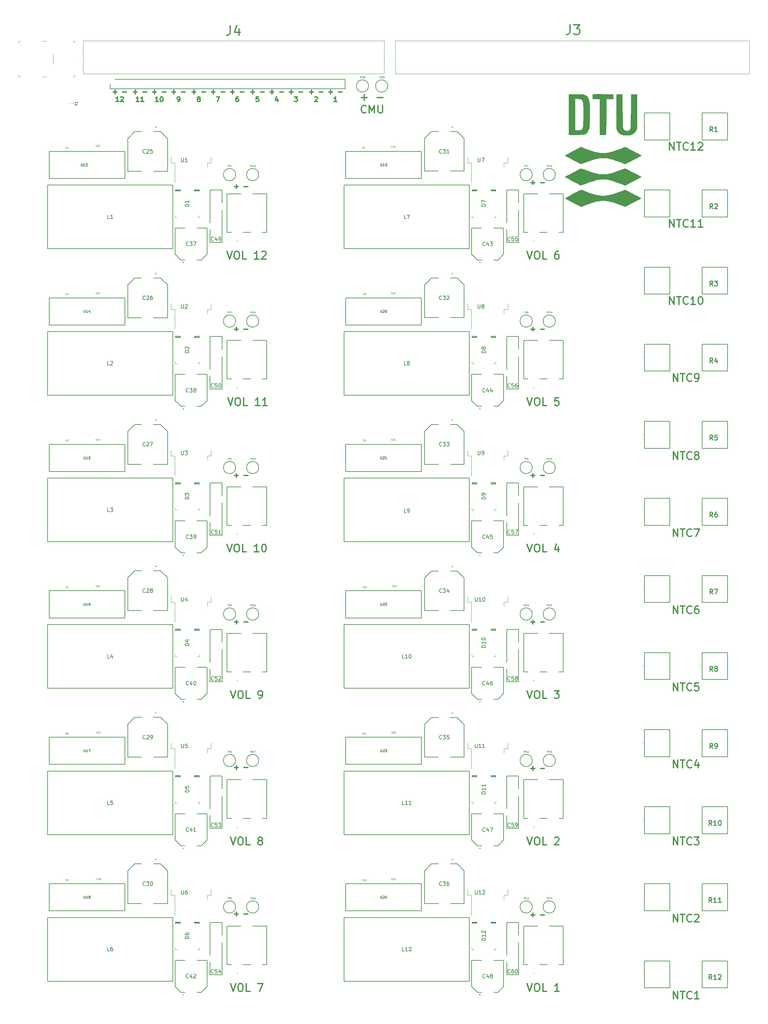
<source format=gbr>
%TF.GenerationSoftware,KiCad,Pcbnew,(6.0.1)*%
%TF.CreationDate,2022-05-02T23:55:26+02:00*%
%TF.ProjectId,CMU,434d552e-6b69-4636-9164-5f7063625858,rev?*%
%TF.SameCoordinates,Original*%
%TF.FileFunction,Legend,Top*%
%TF.FilePolarity,Positive*%
%FSLAX46Y46*%
G04 Gerber Fmt 4.6, Leading zero omitted, Abs format (unit mm)*
G04 Created by KiCad (PCBNEW (6.0.1)) date 2022-05-02 23:55:26*
%MOMM*%
%LPD*%
G01*
G04 APERTURE LIST*
%ADD10C,0.300000*%
%ADD11C,0.150000*%
%ADD12C,0.254000*%
%ADD13C,0.100000*%
%ADD14C,0.098425*%
%ADD15C,0.127000*%
%ADD16C,0.200000*%
%ADD17C,0.120000*%
%ADD18C,0.010000*%
%ADD19R,3.300000X2.500000*%
%ADD20R,1.508000X1.508000*%
%ADD21C,1.508000*%
%ADD22C,1.120000*%
%ADD23C,2.100000*%
%ADD24R,2.100000X2.100000*%
%ADD25C,2.400000*%
%ADD26R,1.100000X4.600000*%
%ADD27R,10.800000X9.400000*%
%ADD28R,1.000000X1.020000*%
%ADD29C,1.905000*%
%ADD30C,4.000000*%
%ADD31C,1.950000*%
%ADD32R,0.400000X0.420000*%
%ADD33C,1.650000*%
%ADD34R,1.650000X1.650000*%
%ADD35C,1.590000*%
%ADD36R,2.000000X2.600000*%
%ADD37R,2.600000X2.000000*%
%ADD38R,0.900000X0.500000*%
G04 APERTURE END LIST*
D10*
X119523809Y-32583035D02*
X120476190Y-32583035D01*
X120000000Y-33059226D02*
X120000000Y-32106845D01*
X122023809Y-32583035D02*
X122976190Y-32583035D01*
X121488095Y-34238392D02*
X121488095Y-35071726D01*
X121190476Y-33762202D02*
X120892857Y-34655059D01*
X121666666Y-34655059D01*
X110273809Y-132089285D02*
X111226190Y-132089285D01*
X110750000Y-132565476D02*
X110750000Y-131613095D01*
X112773809Y-132089285D02*
X113726190Y-132089285D01*
X110273809Y-207839285D02*
X111226190Y-207839285D01*
X110750000Y-208315476D02*
X110750000Y-207363095D01*
X112773809Y-207839285D02*
X113726190Y-207839285D01*
X109273809Y-32583035D02*
X110226190Y-32583035D01*
X109750000Y-33059226D02*
X109750000Y-32106845D01*
X111773809Y-32583035D02*
X112726190Y-32583035D01*
X111238095Y-33821726D02*
X111000000Y-33821726D01*
X110880952Y-33881250D01*
X110821428Y-33940773D01*
X110702380Y-34119345D01*
X110642857Y-34357440D01*
X110642857Y-34833630D01*
X110702380Y-34952678D01*
X110761904Y-35012202D01*
X110880952Y-35071726D01*
X111119047Y-35071726D01*
X111238095Y-35012202D01*
X111297619Y-34952678D01*
X111357142Y-34833630D01*
X111357142Y-34536011D01*
X111297619Y-34416964D01*
X111238095Y-34357440D01*
X111119047Y-34297916D01*
X110880952Y-34297916D01*
X110761904Y-34357440D01*
X110702380Y-34416964D01*
X110642857Y-34536011D01*
X78773809Y-32583035D02*
X79726190Y-32583035D01*
X79250000Y-33059226D02*
X79250000Y-32106845D01*
X81273809Y-32583035D02*
X82226190Y-32583035D01*
X80261904Y-35071726D02*
X79547619Y-35071726D01*
X79904761Y-35071726D02*
X79904761Y-33821726D01*
X79785714Y-34000297D01*
X79666666Y-34119345D01*
X79547619Y-34178869D01*
X80738095Y-33940773D02*
X80797619Y-33881250D01*
X80916666Y-33821726D01*
X81214285Y-33821726D01*
X81333333Y-33881250D01*
X81392857Y-33940773D01*
X81452380Y-34059821D01*
X81452380Y-34178869D01*
X81392857Y-34357440D01*
X80678571Y-35071726D01*
X81452380Y-35071726D01*
X110273809Y-57089285D02*
X111226190Y-57089285D01*
X110750000Y-57565476D02*
X110750000Y-56613095D01*
X112773809Y-57089285D02*
X113726190Y-57089285D01*
X143238095Y-34032857D02*
X144761904Y-34032857D01*
X144000000Y-34794761D02*
X144000000Y-33270952D01*
X147238095Y-34032857D02*
X148761904Y-34032857D01*
X144428571Y-37824285D02*
X144333333Y-37919523D01*
X144047619Y-38014761D01*
X143857142Y-38014761D01*
X143571428Y-37919523D01*
X143380952Y-37729047D01*
X143285714Y-37538571D01*
X143190476Y-37157619D01*
X143190476Y-36871904D01*
X143285714Y-36490952D01*
X143380952Y-36300476D01*
X143571428Y-36110000D01*
X143857142Y-36014761D01*
X144047619Y-36014761D01*
X144333333Y-36110000D01*
X144428571Y-36205238D01*
X145285714Y-38014761D02*
X145285714Y-36014761D01*
X145952380Y-37443333D01*
X146619047Y-36014761D01*
X146619047Y-38014761D01*
X147571428Y-36014761D02*
X147571428Y-37633809D01*
X147666666Y-37824285D01*
X147761904Y-37919523D01*
X147952380Y-38014761D01*
X148333333Y-38014761D01*
X148523809Y-37919523D01*
X148619047Y-37824285D01*
X148714285Y-37633809D01*
X148714285Y-36014761D01*
X114523809Y-32583035D02*
X115476190Y-32583035D01*
X115000000Y-33059226D02*
X115000000Y-32106845D01*
X117023809Y-32583035D02*
X117976190Y-32583035D01*
X116547619Y-33821726D02*
X115952380Y-33821726D01*
X115892857Y-34416964D01*
X115952380Y-34357440D01*
X116071428Y-34297916D01*
X116369047Y-34297916D01*
X116488095Y-34357440D01*
X116547619Y-34416964D01*
X116607142Y-34536011D01*
X116607142Y-34833630D01*
X116547619Y-34952678D01*
X116488095Y-35012202D01*
X116369047Y-35071726D01*
X116071428Y-35071726D01*
X115952380Y-35012202D01*
X115892857Y-34952678D01*
X187273809Y-94089285D02*
X188226190Y-94089285D01*
X187750000Y-94565476D02*
X187750000Y-93613095D01*
X189773809Y-94089285D02*
X190726190Y-94089285D01*
X89023809Y-32583035D02*
X89976190Y-32583035D01*
X89500000Y-33059226D02*
X89500000Y-32106845D01*
X91523809Y-32583035D02*
X92476190Y-32583035D01*
X90511904Y-35071726D02*
X89797619Y-35071726D01*
X90154761Y-35071726D02*
X90154761Y-33821726D01*
X90035714Y-34000297D01*
X89916666Y-34119345D01*
X89797619Y-34178869D01*
X91285714Y-33821726D02*
X91404761Y-33821726D01*
X91523809Y-33881250D01*
X91583333Y-33940773D01*
X91642857Y-34059821D01*
X91702380Y-34297916D01*
X91702380Y-34595535D01*
X91642857Y-34833630D01*
X91583333Y-34952678D01*
X91523809Y-35012202D01*
X91404761Y-35071726D01*
X91285714Y-35071726D01*
X91166666Y-35012202D01*
X91107142Y-34952678D01*
X91047619Y-34833630D01*
X90988095Y-34595535D01*
X90988095Y-34297916D01*
X91047619Y-34059821D01*
X91107142Y-33940773D01*
X91166666Y-33881250D01*
X91285714Y-33821726D01*
X104273809Y-32583035D02*
X105226190Y-32583035D01*
X104750000Y-33059226D02*
X104750000Y-32106845D01*
X106773809Y-32583035D02*
X107726190Y-32583035D01*
X105583333Y-33821726D02*
X106416666Y-33821726D01*
X105880952Y-35071726D01*
X187273809Y-208089285D02*
X188226190Y-208089285D01*
X187750000Y-208565476D02*
X187750000Y-207613095D01*
X189773809Y-208089285D02*
X190726190Y-208089285D01*
X110273809Y-94089285D02*
X111226190Y-94089285D01*
X110750000Y-94565476D02*
X110750000Y-93613095D01*
X112773809Y-94089285D02*
X113726190Y-94089285D01*
X134773809Y-32583035D02*
X135726190Y-32583035D01*
X135250000Y-33059226D02*
X135250000Y-32106845D01*
X137273809Y-32583035D02*
X138226190Y-32583035D01*
X136857142Y-35071726D02*
X136142857Y-35071726D01*
X136500000Y-35071726D02*
X136500000Y-33821726D01*
X136380952Y-34000297D01*
X136261904Y-34119345D01*
X136142857Y-34178869D01*
X110273809Y-170089285D02*
X111226190Y-170089285D01*
X110750000Y-170565476D02*
X110750000Y-169613095D01*
X112773809Y-170089285D02*
X113726190Y-170089285D01*
X187273809Y-56089285D02*
X188226190Y-56089285D01*
X187750000Y-56565476D02*
X187750000Y-55613095D01*
X189773809Y-56089285D02*
X190726190Y-56089285D01*
X110273809Y-245839285D02*
X111226190Y-245839285D01*
X110750000Y-246315476D02*
X110750000Y-245363095D01*
X112773809Y-245839285D02*
X113726190Y-245839285D01*
X187273809Y-170089285D02*
X188226190Y-170089285D01*
X187750000Y-170565476D02*
X187750000Y-169613095D01*
X189773809Y-170089285D02*
X190726190Y-170089285D01*
X99273809Y-32583035D02*
X100226190Y-32583035D01*
X99750000Y-33059226D02*
X99750000Y-32106845D01*
X101773809Y-32583035D02*
X102726190Y-32583035D01*
X100880952Y-34357440D02*
X100761904Y-34297916D01*
X100702380Y-34238392D01*
X100642857Y-34119345D01*
X100642857Y-34059821D01*
X100702380Y-33940773D01*
X100761904Y-33881250D01*
X100880952Y-33821726D01*
X101119047Y-33821726D01*
X101238095Y-33881250D01*
X101297619Y-33940773D01*
X101357142Y-34059821D01*
X101357142Y-34119345D01*
X101297619Y-34238392D01*
X101238095Y-34297916D01*
X101119047Y-34357440D01*
X100880952Y-34357440D01*
X100761904Y-34416964D01*
X100702380Y-34476488D01*
X100642857Y-34595535D01*
X100642857Y-34833630D01*
X100702380Y-34952678D01*
X100761904Y-35012202D01*
X100880952Y-35071726D01*
X101119047Y-35071726D01*
X101238095Y-35012202D01*
X101297619Y-34952678D01*
X101357142Y-34833630D01*
X101357142Y-34595535D01*
X101297619Y-34476488D01*
X101238095Y-34416964D01*
X101119047Y-34357440D01*
X187273809Y-246089285D02*
X188226190Y-246089285D01*
X187750000Y-246565476D02*
X187750000Y-245613095D01*
X189773809Y-246089285D02*
X190726190Y-246089285D01*
X94023809Y-32583035D02*
X94976190Y-32583035D01*
X94500000Y-33059226D02*
X94500000Y-32106845D01*
X96523809Y-32583035D02*
X97476190Y-32583035D01*
X95511904Y-35071726D02*
X95750000Y-35071726D01*
X95869047Y-35012202D01*
X95928571Y-34952678D01*
X96047619Y-34774107D01*
X96107142Y-34536011D01*
X96107142Y-34059821D01*
X96047619Y-33940773D01*
X95988095Y-33881250D01*
X95869047Y-33821726D01*
X95630952Y-33821726D01*
X95511904Y-33881250D01*
X95452380Y-33940773D01*
X95392857Y-34059821D01*
X95392857Y-34357440D01*
X95452380Y-34476488D01*
X95511904Y-34536011D01*
X95630952Y-34595535D01*
X95869047Y-34595535D01*
X95988095Y-34536011D01*
X96047619Y-34476488D01*
X96107142Y-34357440D01*
X84023809Y-32583035D02*
X84976190Y-32583035D01*
X84500000Y-33059226D02*
X84500000Y-32106845D01*
X86523809Y-32583035D02*
X87476190Y-32583035D01*
X85511904Y-35071726D02*
X84797619Y-35071726D01*
X85154761Y-35071726D02*
X85154761Y-33821726D01*
X85035714Y-34000297D01*
X84916666Y-34119345D01*
X84797619Y-34178869D01*
X86702380Y-35071726D02*
X85988095Y-35071726D01*
X86345238Y-35071726D02*
X86345238Y-33821726D01*
X86226190Y-34000297D01*
X86107142Y-34119345D01*
X85988095Y-34178869D01*
X187273809Y-132089285D02*
X188226190Y-132089285D01*
X187750000Y-132565476D02*
X187750000Y-131613095D01*
X189773809Y-132089285D02*
X190726190Y-132089285D01*
X129773809Y-32583035D02*
X130726190Y-32583035D01*
X130250000Y-33059226D02*
X130250000Y-32106845D01*
X132273809Y-32583035D02*
X133226190Y-32583035D01*
X131142857Y-33940773D02*
X131202380Y-33881250D01*
X131321428Y-33821726D01*
X131619047Y-33821726D01*
X131738095Y-33881250D01*
X131797619Y-33940773D01*
X131857142Y-34059821D01*
X131857142Y-34178869D01*
X131797619Y-34357440D01*
X131083333Y-35071726D01*
X131857142Y-35071726D01*
X124523809Y-32583035D02*
X125476190Y-32583035D01*
X125000000Y-33059226D02*
X125000000Y-32106845D01*
X127023809Y-32583035D02*
X127976190Y-32583035D01*
X125833333Y-33821726D02*
X126607142Y-33821726D01*
X126190476Y-34297916D01*
X126369047Y-34297916D01*
X126488095Y-34357440D01*
X126547619Y-34416964D01*
X126607142Y-34536011D01*
X126607142Y-34833630D01*
X126547619Y-34952678D01*
X126488095Y-35012202D01*
X126369047Y-35071726D01*
X126011904Y-35071726D01*
X125892857Y-35012202D01*
X125833333Y-34952678D01*
D11*
%TO.C,C40*%
X98357142Y-186357142D02*
X98309523Y-186404761D01*
X98166666Y-186452380D01*
X98071428Y-186452380D01*
X97928571Y-186404761D01*
X97833333Y-186309523D01*
X97785714Y-186214285D01*
X97738095Y-186023809D01*
X97738095Y-185880952D01*
X97785714Y-185690476D01*
X97833333Y-185595238D01*
X97928571Y-185500000D01*
X98071428Y-185452380D01*
X98166666Y-185452380D01*
X98309523Y-185500000D01*
X98357142Y-185547619D01*
X99214285Y-185785714D02*
X99214285Y-186452380D01*
X98976190Y-185404761D02*
X98738095Y-186119047D01*
X99357142Y-186119047D01*
X99928571Y-185452380D02*
X100023809Y-185452380D01*
X100119047Y-185500000D01*
X100166666Y-185547619D01*
X100214285Y-185642857D01*
X100261904Y-185833333D01*
X100261904Y-186071428D01*
X100214285Y-186261904D01*
X100166666Y-186357142D01*
X100119047Y-186404761D01*
X100023809Y-186452380D01*
X99928571Y-186452380D01*
X99833333Y-186404761D01*
X99785714Y-186357142D01*
X99738095Y-186261904D01*
X99690476Y-186071428D01*
X99690476Y-185833333D01*
X99738095Y-185642857D01*
X99785714Y-185547619D01*
X99833333Y-185500000D01*
X99928571Y-185452380D01*
%TO.C,D3*%
X98452380Y-138188095D02*
X97452380Y-138188095D01*
X97452380Y-137950000D01*
X97500000Y-137807142D01*
X97595238Y-137711904D01*
X97690476Y-137664285D01*
X97880952Y-137616666D01*
X98023809Y-137616666D01*
X98214285Y-137664285D01*
X98309523Y-137711904D01*
X98404761Y-137807142D01*
X98452380Y-137950000D01*
X98452380Y-138188095D01*
X97452380Y-137283333D02*
X97452380Y-136664285D01*
X97833333Y-136997619D01*
X97833333Y-136854761D01*
X97880952Y-136759523D01*
X97928571Y-136711904D01*
X98023809Y-136664285D01*
X98261904Y-136664285D01*
X98357142Y-136711904D01*
X98404761Y-136759523D01*
X98452380Y-136854761D01*
X98452380Y-137140476D01*
X98404761Y-137235714D01*
X98357142Y-137283333D01*
%TO.C,U19*%
X148202940Y-51147454D02*
X148202940Y-51668608D01*
X148233596Y-51729921D01*
X148264252Y-51760577D01*
X148325564Y-51791233D01*
X148448189Y-51791233D01*
X148509501Y-51760577D01*
X148540157Y-51729921D01*
X148570814Y-51668608D01*
X148570814Y-51147454D01*
X149214593Y-51791233D02*
X148846719Y-51791233D01*
X149030656Y-51791233D02*
X149030656Y-51147454D01*
X148969343Y-51239422D01*
X148908031Y-51300735D01*
X148846719Y-51331391D01*
X149521154Y-51791233D02*
X149643779Y-51791233D01*
X149705091Y-51760577D01*
X149735747Y-51729921D01*
X149797059Y-51637952D01*
X149827715Y-51515328D01*
X149827715Y-51270078D01*
X149797059Y-51208766D01*
X149766403Y-51178110D01*
X149705091Y-51147454D01*
X149582466Y-51147454D01*
X149521154Y-51178110D01*
X149490498Y-51208766D01*
X149459842Y-51270078D01*
X149459842Y-51423359D01*
X149490498Y-51484671D01*
X149521154Y-51515328D01*
X149582466Y-51545984D01*
X149705091Y-51545984D01*
X149766403Y-51515328D01*
X149797059Y-51484671D01*
X149827715Y-51423359D01*
D12*
%TO.C,R4*%
X234420123Y-102824893D02*
X233996790Y-102220131D01*
X233694409Y-102824893D02*
X233694409Y-101554893D01*
X234178218Y-101554893D01*
X234299170Y-101615370D01*
X234359647Y-101675846D01*
X234420123Y-101796798D01*
X234420123Y-101978227D01*
X234359647Y-102099179D01*
X234299170Y-102159655D01*
X234178218Y-102220131D01*
X233694409Y-102220131D01*
X235508694Y-101978227D02*
X235508694Y-102824893D01*
X235206313Y-101494417D02*
X234903932Y-102401560D01*
X235690123Y-102401560D01*
D10*
%TO.C,J4*%
X109166666Y-15380952D02*
X109166666Y-17166666D01*
X109047619Y-17523809D01*
X108809523Y-17761904D01*
X108452380Y-17880952D01*
X108214285Y-17880952D01*
X111428571Y-16214285D02*
X111428571Y-17880952D01*
X110833333Y-15261904D02*
X110238095Y-17047619D01*
X111785714Y-17047619D01*
D13*
%TO.C,TP7*%
X185495238Y-51530952D02*
X185723809Y-51530952D01*
X185609523Y-51930952D02*
X185609523Y-51530952D01*
X185857142Y-51930952D02*
X185857142Y-51530952D01*
X186009523Y-51530952D01*
X186047619Y-51550000D01*
X186066666Y-51569047D01*
X186085714Y-51607142D01*
X186085714Y-51664285D01*
X186066666Y-51702380D01*
X186047619Y-51721428D01*
X186009523Y-51740476D01*
X185857142Y-51740476D01*
X186219047Y-51530952D02*
X186485714Y-51530952D01*
X186314285Y-51930952D01*
D10*
%TO.C,NTC6*%
X224214285Y-167904761D02*
X224214285Y-165904761D01*
X225357142Y-167904761D01*
X225357142Y-165904761D01*
X226023809Y-165904761D02*
X227166666Y-165904761D01*
X226595238Y-167904761D02*
X226595238Y-165904761D01*
X228976190Y-167714285D02*
X228880952Y-167809523D01*
X228595238Y-167904761D01*
X228404761Y-167904761D01*
X228119047Y-167809523D01*
X227928571Y-167619047D01*
X227833333Y-167428571D01*
X227738095Y-167047619D01*
X227738095Y-166761904D01*
X227833333Y-166380952D01*
X227928571Y-166190476D01*
X228119047Y-166000000D01*
X228404761Y-165904761D01*
X228595238Y-165904761D01*
X228880952Y-166000000D01*
X228976190Y-166095238D01*
X230690476Y-165904761D02*
X230309523Y-165904761D01*
X230119047Y-166000000D01*
X230023809Y-166095238D01*
X229833333Y-166380952D01*
X229738095Y-166761904D01*
X229738095Y-167523809D01*
X229833333Y-167714285D01*
X229928571Y-167809523D01*
X230119047Y-167904761D01*
X230500000Y-167904761D01*
X230690476Y-167809523D01*
X230785714Y-167714285D01*
X230880952Y-167523809D01*
X230880952Y-167047619D01*
X230785714Y-166857142D01*
X230690476Y-166761904D01*
X230500000Y-166666666D01*
X230119047Y-166666666D01*
X229928571Y-166761904D01*
X229833333Y-166857142D01*
X229738095Y-167047619D01*
D11*
%TO.C,U7*%
X173488095Y-49702380D02*
X173488095Y-50511904D01*
X173535714Y-50607142D01*
X173583333Y-50654761D01*
X173678571Y-50702380D01*
X173869047Y-50702380D01*
X173964285Y-50654761D01*
X174011904Y-50607142D01*
X174059523Y-50511904D01*
X174059523Y-49702380D01*
X174440476Y-49702380D02*
X175107142Y-49702380D01*
X174678571Y-50702380D01*
D13*
%TO.C,TP24*%
X191304761Y-241530952D02*
X191533333Y-241530952D01*
X191419047Y-241930952D02*
X191419047Y-241530952D01*
X191666666Y-241930952D02*
X191666666Y-241530952D01*
X191819047Y-241530952D01*
X191857142Y-241550000D01*
X191876190Y-241569047D01*
X191895238Y-241607142D01*
X191895238Y-241664285D01*
X191876190Y-241702380D01*
X191857142Y-241721428D01*
X191819047Y-241740476D01*
X191666666Y-241740476D01*
X192047619Y-241569047D02*
X192066666Y-241550000D01*
X192104761Y-241530952D01*
X192200000Y-241530952D01*
X192238095Y-241550000D01*
X192257142Y-241569047D01*
X192276190Y-241607142D01*
X192276190Y-241645238D01*
X192257142Y-241702380D01*
X192028571Y-241930952D01*
X192276190Y-241930952D01*
X192619047Y-241664285D02*
X192619047Y-241930952D01*
X192523809Y-241511904D02*
X192428571Y-241797619D01*
X192676190Y-241797619D01*
D14*
%TO.C,C24*%
X151246906Y-236890607D02*
X151228158Y-236909355D01*
X151171915Y-236928102D01*
X151134420Y-236928102D01*
X151078177Y-236909355D01*
X151040682Y-236871859D01*
X151021934Y-236834364D01*
X151003186Y-236759373D01*
X151003186Y-236703130D01*
X151021934Y-236628140D01*
X151040682Y-236590644D01*
X151078177Y-236553149D01*
X151134420Y-236534401D01*
X151171915Y-236534401D01*
X151228158Y-236553149D01*
X151246906Y-236571897D01*
X151396887Y-236571897D02*
X151415635Y-236553149D01*
X151453130Y-236534401D01*
X151546869Y-236534401D01*
X151584364Y-236553149D01*
X151603112Y-236571897D01*
X151621859Y-236609392D01*
X151621859Y-236646887D01*
X151603112Y-236703130D01*
X151378140Y-236928102D01*
X151621859Y-236928102D01*
X151959317Y-236665635D02*
X151959317Y-236928102D01*
X151865579Y-236515654D02*
X151771841Y-236796869D01*
X152015560Y-236796869D01*
D11*
%TO.C,C31*%
X164107142Y-48357142D02*
X164059523Y-48404761D01*
X163916666Y-48452380D01*
X163821428Y-48452380D01*
X163678571Y-48404761D01*
X163583333Y-48309523D01*
X163535714Y-48214285D01*
X163488095Y-48023809D01*
X163488095Y-47880952D01*
X163535714Y-47690476D01*
X163583333Y-47595238D01*
X163678571Y-47500000D01*
X163821428Y-47452380D01*
X163916666Y-47452380D01*
X164059523Y-47500000D01*
X164107142Y-47547619D01*
X164440476Y-47452380D02*
X165059523Y-47452380D01*
X164726190Y-47833333D01*
X164869047Y-47833333D01*
X164964285Y-47880952D01*
X165011904Y-47928571D01*
X165059523Y-48023809D01*
X165059523Y-48261904D01*
X165011904Y-48357142D01*
X164964285Y-48404761D01*
X164869047Y-48452380D01*
X164583333Y-48452380D01*
X164488095Y-48404761D01*
X164440476Y-48357142D01*
X166011904Y-48452380D02*
X165440476Y-48452380D01*
X165726190Y-48452380D02*
X165726190Y-47452380D01*
X165630952Y-47595238D01*
X165535714Y-47690476D01*
X165440476Y-47738095D01*
D12*
%TO.C,R1*%
X234420123Y-42824893D02*
X233996790Y-42220131D01*
X233694409Y-42824893D02*
X233694409Y-41554893D01*
X234178218Y-41554893D01*
X234299170Y-41615370D01*
X234359647Y-41675846D01*
X234420123Y-41796798D01*
X234420123Y-41978227D01*
X234359647Y-42099179D01*
X234299170Y-42159655D01*
X234178218Y-42220131D01*
X233694409Y-42220131D01*
X235629647Y-42824893D02*
X234903932Y-42824893D01*
X235266790Y-42824893D02*
X235266790Y-41554893D01*
X235145837Y-41736322D01*
X235024885Y-41857274D01*
X234903932Y-41917750D01*
D13*
%TO.C,TP10*%
X185304761Y-165530952D02*
X185533333Y-165530952D01*
X185419047Y-165930952D02*
X185419047Y-165530952D01*
X185666666Y-165930952D02*
X185666666Y-165530952D01*
X185819047Y-165530952D01*
X185857142Y-165550000D01*
X185876190Y-165569047D01*
X185895238Y-165607142D01*
X185895238Y-165664285D01*
X185876190Y-165702380D01*
X185857142Y-165721428D01*
X185819047Y-165740476D01*
X185666666Y-165740476D01*
X186276190Y-165930952D02*
X186047619Y-165930952D01*
X186161904Y-165930952D02*
X186161904Y-165530952D01*
X186123809Y-165588095D01*
X186085714Y-165626190D01*
X186047619Y-165645238D01*
X186523809Y-165530952D02*
X186561904Y-165530952D01*
X186600000Y-165550000D01*
X186619047Y-165569047D01*
X186638095Y-165607142D01*
X186657142Y-165683333D01*
X186657142Y-165778571D01*
X186638095Y-165854761D01*
X186619047Y-165892857D01*
X186600000Y-165911904D01*
X186561904Y-165930952D01*
X186523809Y-165930952D01*
X186485714Y-165911904D01*
X186466666Y-165892857D01*
X186447619Y-165854761D01*
X186428571Y-165778571D01*
X186428571Y-165683333D01*
X186447619Y-165607142D01*
X186466666Y-165569047D01*
X186485714Y-165550000D01*
X186523809Y-165530952D01*
D11*
%TO.C,L9*%
X154833333Y-141702380D02*
X154357142Y-141702380D01*
X154357142Y-140702380D01*
X155214285Y-141702380D02*
X155404761Y-141702380D01*
X155500000Y-141654761D01*
X155547619Y-141607142D01*
X155642857Y-141464285D01*
X155690476Y-141273809D01*
X155690476Y-140892857D01*
X155642857Y-140797619D01*
X155595238Y-140750000D01*
X155500000Y-140702380D01*
X155309523Y-140702380D01*
X155214285Y-140750000D01*
X155166666Y-140797619D01*
X155119047Y-140892857D01*
X155119047Y-141130952D01*
X155166666Y-141226190D01*
X155214285Y-141273809D01*
X155309523Y-141321428D01*
X155500000Y-141321428D01*
X155595238Y-141273809D01*
X155642857Y-141226190D01*
X155690476Y-141130952D01*
D10*
%TO.C,VOL 7*%
X109261904Y-263904761D02*
X109928571Y-265904761D01*
X110595238Y-263904761D01*
X111642857Y-263904761D02*
X112023809Y-263904761D01*
X112214285Y-264000000D01*
X112404761Y-264190476D01*
X112500000Y-264571428D01*
X112500000Y-265238095D01*
X112404761Y-265619047D01*
X112214285Y-265809523D01*
X112023809Y-265904761D01*
X111642857Y-265904761D01*
X111452380Y-265809523D01*
X111261904Y-265619047D01*
X111166666Y-265238095D01*
X111166666Y-264571428D01*
X111261904Y-264190476D01*
X111452380Y-264000000D01*
X111642857Y-263904761D01*
X114309523Y-265904761D02*
X113357142Y-265904761D01*
X113357142Y-263904761D01*
X116309523Y-263904761D02*
X117642857Y-263904761D01*
X116785714Y-265904761D01*
D11*
%TO.C,C38*%
X98357142Y-110357142D02*
X98309523Y-110404761D01*
X98166666Y-110452380D01*
X98071428Y-110452380D01*
X97928571Y-110404761D01*
X97833333Y-110309523D01*
X97785714Y-110214285D01*
X97738095Y-110023809D01*
X97738095Y-109880952D01*
X97785714Y-109690476D01*
X97833333Y-109595238D01*
X97928571Y-109500000D01*
X98071428Y-109452380D01*
X98166666Y-109452380D01*
X98309523Y-109500000D01*
X98357142Y-109547619D01*
X98690476Y-109452380D02*
X99309523Y-109452380D01*
X98976190Y-109833333D01*
X99119047Y-109833333D01*
X99214285Y-109880952D01*
X99261904Y-109928571D01*
X99309523Y-110023809D01*
X99309523Y-110261904D01*
X99261904Y-110357142D01*
X99214285Y-110404761D01*
X99119047Y-110452380D01*
X98833333Y-110452380D01*
X98738095Y-110404761D01*
X98690476Y-110357142D01*
X99880952Y-109880952D02*
X99785714Y-109833333D01*
X99738095Y-109785714D01*
X99690476Y-109690476D01*
X99690476Y-109642857D01*
X99738095Y-109547619D01*
X99785714Y-109500000D01*
X99880952Y-109452380D01*
X100071428Y-109452380D01*
X100166666Y-109500000D01*
X100214285Y-109547619D01*
X100261904Y-109642857D01*
X100261904Y-109690476D01*
X100214285Y-109785714D01*
X100166666Y-109833333D01*
X100071428Y-109880952D01*
X99880952Y-109880952D01*
X99785714Y-109928571D01*
X99738095Y-109976190D01*
X99690476Y-110071428D01*
X99690476Y-110261904D01*
X99738095Y-110357142D01*
X99785714Y-110404761D01*
X99880952Y-110452380D01*
X100071428Y-110452380D01*
X100166666Y-110404761D01*
X100214285Y-110357142D01*
X100261904Y-110261904D01*
X100261904Y-110071428D01*
X100214285Y-109976190D01*
X100166666Y-109928571D01*
X100071428Y-109880952D01*
D14*
%TO.C,C8*%
X143934383Y-85140607D02*
X143915635Y-85159355D01*
X143859392Y-85178102D01*
X143821897Y-85178102D01*
X143765654Y-85159355D01*
X143728158Y-85121859D01*
X143709411Y-85084364D01*
X143690663Y-85009373D01*
X143690663Y-84953130D01*
X143709411Y-84878140D01*
X143728158Y-84840644D01*
X143765654Y-84803149D01*
X143821897Y-84784401D01*
X143859392Y-84784401D01*
X143915635Y-84803149D01*
X143934383Y-84821897D01*
X144159355Y-84953130D02*
X144121859Y-84934383D01*
X144103112Y-84915635D01*
X144084364Y-84878140D01*
X144084364Y-84859392D01*
X144103112Y-84821897D01*
X144121859Y-84803149D01*
X144159355Y-84784401D01*
X144234345Y-84784401D01*
X144271841Y-84803149D01*
X144290588Y-84821897D01*
X144309336Y-84859392D01*
X144309336Y-84878140D01*
X144290588Y-84915635D01*
X144271841Y-84934383D01*
X144234345Y-84953130D01*
X144159355Y-84953130D01*
X144121859Y-84971878D01*
X144103112Y-84990626D01*
X144084364Y-85028121D01*
X144084364Y-85103112D01*
X144103112Y-85140607D01*
X144121859Y-85159355D01*
X144159355Y-85178102D01*
X144234345Y-85178102D01*
X144271841Y-85159355D01*
X144290588Y-85140607D01*
X144309336Y-85103112D01*
X144309336Y-85028121D01*
X144290588Y-84990626D01*
X144271841Y-84971878D01*
X144234345Y-84953130D01*
D11*
%TO.C,U4*%
X96488095Y-163702380D02*
X96488095Y-164511904D01*
X96535714Y-164607142D01*
X96583333Y-164654761D01*
X96678571Y-164702380D01*
X96869047Y-164702380D01*
X96964285Y-164654761D01*
X97011904Y-164607142D01*
X97059523Y-164511904D01*
X97059523Y-163702380D01*
X97964285Y-164035714D02*
X97964285Y-164702380D01*
X97726190Y-163654761D02*
X97488095Y-164369047D01*
X98107142Y-164369047D01*
D13*
%TO.C,TP15*%
X114304761Y-127530952D02*
X114533333Y-127530952D01*
X114419047Y-127930952D02*
X114419047Y-127530952D01*
X114666666Y-127930952D02*
X114666666Y-127530952D01*
X114819047Y-127530952D01*
X114857142Y-127550000D01*
X114876190Y-127569047D01*
X114895238Y-127607142D01*
X114895238Y-127664285D01*
X114876190Y-127702380D01*
X114857142Y-127721428D01*
X114819047Y-127740476D01*
X114666666Y-127740476D01*
X115276190Y-127930952D02*
X115047619Y-127930952D01*
X115161904Y-127930952D02*
X115161904Y-127530952D01*
X115123809Y-127588095D01*
X115085714Y-127626190D01*
X115047619Y-127645238D01*
X115638095Y-127530952D02*
X115447619Y-127530952D01*
X115428571Y-127721428D01*
X115447619Y-127702380D01*
X115485714Y-127683333D01*
X115580952Y-127683333D01*
X115619047Y-127702380D01*
X115638095Y-127721428D01*
X115657142Y-127759523D01*
X115657142Y-127854761D01*
X115638095Y-127892857D01*
X115619047Y-127911904D01*
X115580952Y-127930952D01*
X115485714Y-127930952D01*
X115447619Y-127911904D01*
X115428571Y-127892857D01*
D11*
%TO.C,U22*%
X148202940Y-165147454D02*
X148202940Y-165668608D01*
X148233596Y-165729921D01*
X148264252Y-165760577D01*
X148325564Y-165791233D01*
X148448189Y-165791233D01*
X148509501Y-165760577D01*
X148540157Y-165729921D01*
X148570814Y-165668608D01*
X148570814Y-165147454D01*
X148846719Y-165208766D02*
X148877375Y-165178110D01*
X148938687Y-165147454D01*
X149091968Y-165147454D01*
X149153280Y-165178110D01*
X149183936Y-165208766D01*
X149214593Y-165270078D01*
X149214593Y-165331391D01*
X149183936Y-165423359D01*
X148816063Y-165791233D01*
X149214593Y-165791233D01*
X149459842Y-165208766D02*
X149490498Y-165178110D01*
X149551810Y-165147454D01*
X149705091Y-165147454D01*
X149766403Y-165178110D01*
X149797059Y-165208766D01*
X149827715Y-165270078D01*
X149827715Y-165331391D01*
X149797059Y-165423359D01*
X149429186Y-165791233D01*
X149827715Y-165791233D01*
D13*
%TO.C,TP6*%
X108495238Y-241530952D02*
X108723809Y-241530952D01*
X108609523Y-241930952D02*
X108609523Y-241530952D01*
X108857142Y-241930952D02*
X108857142Y-241530952D01*
X109009523Y-241530952D01*
X109047619Y-241550000D01*
X109066666Y-241569047D01*
X109085714Y-241607142D01*
X109085714Y-241664285D01*
X109066666Y-241702380D01*
X109047619Y-241721428D01*
X109009523Y-241740476D01*
X108857142Y-241740476D01*
X109428571Y-241530952D02*
X109352380Y-241530952D01*
X109314285Y-241550000D01*
X109295238Y-241569047D01*
X109257142Y-241626190D01*
X109238095Y-241702380D01*
X109238095Y-241854761D01*
X109257142Y-241892857D01*
X109276190Y-241911904D01*
X109314285Y-241930952D01*
X109390476Y-241930952D01*
X109428571Y-241911904D01*
X109447619Y-241892857D01*
X109466666Y-241854761D01*
X109466666Y-241759523D01*
X109447619Y-241721428D01*
X109428571Y-241702380D01*
X109390476Y-241683333D01*
X109314285Y-241683333D01*
X109276190Y-241702380D01*
X109257142Y-241721428D01*
X109238095Y-241759523D01*
D11*
%TO.C,U1*%
X96488095Y-49702380D02*
X96488095Y-50511904D01*
X96535714Y-50607142D01*
X96583333Y-50654761D01*
X96678571Y-50702380D01*
X96869047Y-50702380D01*
X96964285Y-50654761D01*
X97011904Y-50607142D01*
X97059523Y-50511904D01*
X97059523Y-49702380D01*
X98059523Y-50702380D02*
X97488095Y-50702380D01*
X97773809Y-50702380D02*
X97773809Y-49702380D01*
X97678571Y-49845238D01*
X97583333Y-49940476D01*
X97488095Y-49988095D01*
D14*
%TO.C,C19*%
X151246906Y-46890607D02*
X151228158Y-46909355D01*
X151171915Y-46928102D01*
X151134420Y-46928102D01*
X151078177Y-46909355D01*
X151040682Y-46871859D01*
X151021934Y-46834364D01*
X151003186Y-46759373D01*
X151003186Y-46703130D01*
X151021934Y-46628140D01*
X151040682Y-46590644D01*
X151078177Y-46553149D01*
X151134420Y-46534401D01*
X151171915Y-46534401D01*
X151228158Y-46553149D01*
X151246906Y-46571897D01*
X151621859Y-46928102D02*
X151396887Y-46928102D01*
X151509373Y-46928102D02*
X151509373Y-46534401D01*
X151471878Y-46590644D01*
X151434383Y-46628140D01*
X151396887Y-46646887D01*
X151809336Y-46928102D02*
X151884327Y-46928102D01*
X151921822Y-46909355D01*
X151940570Y-46890607D01*
X151978065Y-46834364D01*
X151996813Y-46759373D01*
X151996813Y-46609392D01*
X151978065Y-46571897D01*
X151959317Y-46553149D01*
X151921822Y-46534401D01*
X151846831Y-46534401D01*
X151809336Y-46553149D01*
X151790588Y-46571897D01*
X151771841Y-46609392D01*
X151771841Y-46703130D01*
X151790588Y-46740626D01*
X151809336Y-46759373D01*
X151846831Y-46778121D01*
X151921822Y-46778121D01*
X151959317Y-46759373D01*
X151978065Y-46740626D01*
X151996813Y-46703130D01*
D11*
%TO.C,C58*%
X181856626Y-185107429D02*
X181808969Y-185155086D01*
X181665997Y-185202744D01*
X181570682Y-185202744D01*
X181427711Y-185155086D01*
X181332396Y-185059772D01*
X181284739Y-184964457D01*
X181237081Y-184773828D01*
X181237081Y-184630856D01*
X181284739Y-184440227D01*
X181332396Y-184344913D01*
X181427711Y-184249598D01*
X181570682Y-184201941D01*
X181665997Y-184201941D01*
X181808969Y-184249598D01*
X181856626Y-184297255D01*
X182762115Y-184201941D02*
X182285542Y-184201941D01*
X182237884Y-184678514D01*
X182285542Y-184630856D01*
X182380856Y-184583199D01*
X182619143Y-184583199D01*
X182714457Y-184630856D01*
X182762115Y-184678514D01*
X182809772Y-184773828D01*
X182809772Y-185012115D01*
X182762115Y-185107429D01*
X182714457Y-185155086D01*
X182619143Y-185202744D01*
X182380856Y-185202744D01*
X182285542Y-185155086D01*
X182237884Y-185107429D01*
X183381659Y-184630856D02*
X183286345Y-184583199D01*
X183238687Y-184535542D01*
X183191030Y-184440227D01*
X183191030Y-184392570D01*
X183238687Y-184297255D01*
X183286345Y-184249598D01*
X183381659Y-184201941D01*
X183572288Y-184201941D01*
X183667603Y-184249598D01*
X183715260Y-184297255D01*
X183762918Y-184392570D01*
X183762918Y-184440227D01*
X183715260Y-184535542D01*
X183667603Y-184583199D01*
X183572288Y-184630856D01*
X183381659Y-184630856D01*
X183286345Y-184678514D01*
X183238687Y-184726171D01*
X183191030Y-184821485D01*
X183191030Y-185012115D01*
X183238687Y-185107429D01*
X183286345Y-185155086D01*
X183381659Y-185202744D01*
X183572288Y-185202744D01*
X183667603Y-185155086D01*
X183715260Y-185107429D01*
X183762918Y-185012115D01*
X183762918Y-184821485D01*
X183715260Y-184726171D01*
X183667603Y-184678514D01*
X183572288Y-184630856D01*
D14*
%TO.C,C22*%
X151496906Y-160890607D02*
X151478158Y-160909355D01*
X151421915Y-160928102D01*
X151384420Y-160928102D01*
X151328177Y-160909355D01*
X151290682Y-160871859D01*
X151271934Y-160834364D01*
X151253186Y-160759373D01*
X151253186Y-160703130D01*
X151271934Y-160628140D01*
X151290682Y-160590644D01*
X151328177Y-160553149D01*
X151384420Y-160534401D01*
X151421915Y-160534401D01*
X151478158Y-160553149D01*
X151496906Y-160571897D01*
X151646887Y-160571897D02*
X151665635Y-160553149D01*
X151703130Y-160534401D01*
X151796869Y-160534401D01*
X151834364Y-160553149D01*
X151853112Y-160571897D01*
X151871859Y-160609392D01*
X151871859Y-160646887D01*
X151853112Y-160703130D01*
X151628140Y-160928102D01*
X151871859Y-160928102D01*
X152021841Y-160571897D02*
X152040588Y-160553149D01*
X152078084Y-160534401D01*
X152171822Y-160534401D01*
X152209317Y-160553149D01*
X152228065Y-160571897D01*
X152246813Y-160609392D01*
X152246813Y-160646887D01*
X152228065Y-160703130D01*
X152003093Y-160928102D01*
X152246813Y-160928102D01*
D11*
%TO.C,U3*%
X96488095Y-125702380D02*
X96488095Y-126511904D01*
X96535714Y-126607142D01*
X96583333Y-126654761D01*
X96678571Y-126702380D01*
X96869047Y-126702380D01*
X96964285Y-126654761D01*
X97011904Y-126607142D01*
X97059523Y-126511904D01*
X97059523Y-125702380D01*
X97440476Y-125702380D02*
X98059523Y-125702380D01*
X97726190Y-126083333D01*
X97869047Y-126083333D01*
X97964285Y-126130952D01*
X98011904Y-126178571D01*
X98059523Y-126273809D01*
X98059523Y-126511904D01*
X98011904Y-126607142D01*
X97964285Y-126654761D01*
X97869047Y-126702380D01*
X97583333Y-126702380D01*
X97488095Y-126654761D01*
X97440476Y-126607142D01*
%TO.C,L1*%
X77833333Y-65452380D02*
X77357142Y-65452380D01*
X77357142Y-64452380D01*
X78690476Y-65452380D02*
X78119047Y-65452380D01*
X78404761Y-65452380D02*
X78404761Y-64452380D01*
X78309523Y-64595238D01*
X78214285Y-64690476D01*
X78119047Y-64738095D01*
D10*
%TO.C,NTC2*%
X224214285Y-247904761D02*
X224214285Y-245904761D01*
X225357142Y-247904761D01*
X225357142Y-245904761D01*
X226023809Y-245904761D02*
X227166666Y-245904761D01*
X226595238Y-247904761D02*
X226595238Y-245904761D01*
X228976190Y-247714285D02*
X228880952Y-247809523D01*
X228595238Y-247904761D01*
X228404761Y-247904761D01*
X228119047Y-247809523D01*
X227928571Y-247619047D01*
X227833333Y-247428571D01*
X227738095Y-247047619D01*
X227738095Y-246761904D01*
X227833333Y-246380952D01*
X227928571Y-246190476D01*
X228119047Y-246000000D01*
X228404761Y-245904761D01*
X228595238Y-245904761D01*
X228880952Y-246000000D01*
X228976190Y-246095238D01*
X229738095Y-246095238D02*
X229833333Y-246000000D01*
X230023809Y-245904761D01*
X230500000Y-245904761D01*
X230690476Y-246000000D01*
X230785714Y-246095238D01*
X230880952Y-246285714D01*
X230880952Y-246476190D01*
X230785714Y-246761904D01*
X229642857Y-247904761D01*
X230880952Y-247904761D01*
D11*
%TO.C,U10*%
X172761904Y-163702380D02*
X172761904Y-164511904D01*
X172809523Y-164607142D01*
X172857142Y-164654761D01*
X172952380Y-164702380D01*
X173142857Y-164702380D01*
X173238095Y-164654761D01*
X173285714Y-164607142D01*
X173333333Y-164511904D01*
X173333333Y-163702380D01*
X174333333Y-164702380D02*
X173761904Y-164702380D01*
X174047619Y-164702380D02*
X174047619Y-163702380D01*
X173952380Y-163845238D01*
X173857142Y-163940476D01*
X173761904Y-163988095D01*
X174952380Y-163702380D02*
X175047619Y-163702380D01*
X175142857Y-163750000D01*
X175190476Y-163797619D01*
X175238095Y-163892857D01*
X175285714Y-164083333D01*
X175285714Y-164321428D01*
X175238095Y-164511904D01*
X175190476Y-164607142D01*
X175142857Y-164654761D01*
X175047619Y-164702380D01*
X174952380Y-164702380D01*
X174857142Y-164654761D01*
X174809523Y-164607142D01*
X174761904Y-164511904D01*
X174714285Y-164321428D01*
X174714285Y-164083333D01*
X174761904Y-163892857D01*
X174809523Y-163797619D01*
X174857142Y-163750000D01*
X174952380Y-163702380D01*
D10*
%TO.C,NTC10*%
X223261904Y-87654761D02*
X223261904Y-85654761D01*
X224404761Y-87654761D01*
X224404761Y-85654761D01*
X225071428Y-85654761D02*
X226214285Y-85654761D01*
X225642857Y-87654761D02*
X225642857Y-85654761D01*
X228023809Y-87464285D02*
X227928571Y-87559523D01*
X227642857Y-87654761D01*
X227452380Y-87654761D01*
X227166666Y-87559523D01*
X226976190Y-87369047D01*
X226880952Y-87178571D01*
X226785714Y-86797619D01*
X226785714Y-86511904D01*
X226880952Y-86130952D01*
X226976190Y-85940476D01*
X227166666Y-85750000D01*
X227452380Y-85654761D01*
X227642857Y-85654761D01*
X227928571Y-85750000D01*
X228023809Y-85845238D01*
X229928571Y-87654761D02*
X228785714Y-87654761D01*
X229357142Y-87654761D02*
X229357142Y-85654761D01*
X229166666Y-85940476D01*
X228976190Y-86130952D01*
X228785714Y-86226190D01*
X231166666Y-85654761D02*
X231357142Y-85654761D01*
X231547619Y-85750000D01*
X231642857Y-85845238D01*
X231738095Y-86035714D01*
X231833333Y-86416666D01*
X231833333Y-86892857D01*
X231738095Y-87273809D01*
X231642857Y-87464285D01*
X231547619Y-87559523D01*
X231357142Y-87654761D01*
X231166666Y-87654761D01*
X230976190Y-87559523D01*
X230880952Y-87464285D01*
X230785714Y-87273809D01*
X230690476Y-86892857D01*
X230690476Y-86416666D01*
X230785714Y-86035714D01*
X230880952Y-85845238D01*
X230976190Y-85750000D01*
X231166666Y-85654761D01*
D12*
%TO.C,R11*%
X234183571Y-242824893D02*
X233760238Y-242220131D01*
X233457857Y-242824893D02*
X233457857Y-241554893D01*
X233941666Y-241554893D01*
X234062619Y-241615370D01*
X234123095Y-241675846D01*
X234183571Y-241796798D01*
X234183571Y-241978227D01*
X234123095Y-242099179D01*
X234062619Y-242159655D01*
X233941666Y-242220131D01*
X233457857Y-242220131D01*
X235393095Y-242824893D02*
X234667380Y-242824893D01*
X235030238Y-242824893D02*
X235030238Y-241554893D01*
X234909285Y-241736322D01*
X234788333Y-241857274D01*
X234667380Y-241917750D01*
X236602619Y-242824893D02*
X235876904Y-242824893D01*
X236239761Y-242824893D02*
X236239761Y-241554893D01*
X236118809Y-241736322D01*
X235997857Y-241857274D01*
X235876904Y-241917750D01*
D14*
%TO.C,C18*%
X74746906Y-236890607D02*
X74728158Y-236909355D01*
X74671915Y-236928102D01*
X74634420Y-236928102D01*
X74578177Y-236909355D01*
X74540682Y-236871859D01*
X74521934Y-236834364D01*
X74503186Y-236759373D01*
X74503186Y-236703130D01*
X74521934Y-236628140D01*
X74540682Y-236590644D01*
X74578177Y-236553149D01*
X74634420Y-236534401D01*
X74671915Y-236534401D01*
X74728158Y-236553149D01*
X74746906Y-236571897D01*
X75121859Y-236928102D02*
X74896887Y-236928102D01*
X75009373Y-236928102D02*
X75009373Y-236534401D01*
X74971878Y-236590644D01*
X74934383Y-236628140D01*
X74896887Y-236646887D01*
X75346831Y-236703130D02*
X75309336Y-236684383D01*
X75290588Y-236665635D01*
X75271841Y-236628140D01*
X75271841Y-236609392D01*
X75290588Y-236571897D01*
X75309336Y-236553149D01*
X75346831Y-236534401D01*
X75421822Y-236534401D01*
X75459317Y-236553149D01*
X75478065Y-236571897D01*
X75496813Y-236609392D01*
X75496813Y-236628140D01*
X75478065Y-236665635D01*
X75459317Y-236684383D01*
X75421822Y-236703130D01*
X75346831Y-236703130D01*
X75309336Y-236721878D01*
X75290588Y-236740626D01*
X75271841Y-236778121D01*
X75271841Y-236853112D01*
X75290588Y-236890607D01*
X75309336Y-236909355D01*
X75346831Y-236928102D01*
X75421822Y-236928102D01*
X75459317Y-236909355D01*
X75478065Y-236890607D01*
X75496813Y-236853112D01*
X75496813Y-236778121D01*
X75478065Y-236740626D01*
X75459317Y-236721878D01*
X75421822Y-236703130D01*
D11*
%TO.C,C39*%
X98357142Y-148357142D02*
X98309523Y-148404761D01*
X98166666Y-148452380D01*
X98071428Y-148452380D01*
X97928571Y-148404761D01*
X97833333Y-148309523D01*
X97785714Y-148214285D01*
X97738095Y-148023809D01*
X97738095Y-147880952D01*
X97785714Y-147690476D01*
X97833333Y-147595238D01*
X97928571Y-147500000D01*
X98071428Y-147452380D01*
X98166666Y-147452380D01*
X98309523Y-147500000D01*
X98357142Y-147547619D01*
X98690476Y-147452380D02*
X99309523Y-147452380D01*
X98976190Y-147833333D01*
X99119047Y-147833333D01*
X99214285Y-147880952D01*
X99261904Y-147928571D01*
X99309523Y-148023809D01*
X99309523Y-148261904D01*
X99261904Y-148357142D01*
X99214285Y-148404761D01*
X99119047Y-148452380D01*
X98833333Y-148452380D01*
X98738095Y-148404761D01*
X98690476Y-148357142D01*
X99785714Y-148452380D02*
X99976190Y-148452380D01*
X100071428Y-148404761D01*
X100119047Y-148357142D01*
X100214285Y-148214285D01*
X100261904Y-148023809D01*
X100261904Y-147642857D01*
X100214285Y-147547619D01*
X100166666Y-147500000D01*
X100071428Y-147452380D01*
X99880952Y-147452380D01*
X99785714Y-147500000D01*
X99738095Y-147547619D01*
X99690476Y-147642857D01*
X99690476Y-147880952D01*
X99738095Y-147976190D01*
X99785714Y-148023809D01*
X99880952Y-148071428D01*
X100071428Y-148071428D01*
X100166666Y-148023809D01*
X100214285Y-147976190D01*
X100261904Y-147880952D01*
D13*
%TO.C,TP25*%
X142804761Y-28530952D02*
X143033333Y-28530952D01*
X142919047Y-28930952D02*
X142919047Y-28530952D01*
X143166666Y-28930952D02*
X143166666Y-28530952D01*
X143319047Y-28530952D01*
X143357142Y-28550000D01*
X143376190Y-28569047D01*
X143395238Y-28607142D01*
X143395238Y-28664285D01*
X143376190Y-28702380D01*
X143357142Y-28721428D01*
X143319047Y-28740476D01*
X143166666Y-28740476D01*
X143547619Y-28569047D02*
X143566666Y-28550000D01*
X143604761Y-28530952D01*
X143700000Y-28530952D01*
X143738095Y-28550000D01*
X143757142Y-28569047D01*
X143776190Y-28607142D01*
X143776190Y-28645238D01*
X143757142Y-28702380D01*
X143528571Y-28930952D01*
X143776190Y-28930952D01*
X144138095Y-28530952D02*
X143947619Y-28530952D01*
X143928571Y-28721428D01*
X143947619Y-28702380D01*
X143985714Y-28683333D01*
X144080952Y-28683333D01*
X144119047Y-28702380D01*
X144138095Y-28721428D01*
X144157142Y-28759523D01*
X144157142Y-28854761D01*
X144138095Y-28892857D01*
X144119047Y-28911904D01*
X144080952Y-28930952D01*
X143985714Y-28930952D01*
X143947619Y-28911904D01*
X143928571Y-28892857D01*
D14*
%TO.C,C14*%
X74496906Y-84890607D02*
X74478158Y-84909355D01*
X74421915Y-84928102D01*
X74384420Y-84928102D01*
X74328177Y-84909355D01*
X74290682Y-84871859D01*
X74271934Y-84834364D01*
X74253186Y-84759373D01*
X74253186Y-84703130D01*
X74271934Y-84628140D01*
X74290682Y-84590644D01*
X74328177Y-84553149D01*
X74384420Y-84534401D01*
X74421915Y-84534401D01*
X74478158Y-84553149D01*
X74496906Y-84571897D01*
X74871859Y-84928102D02*
X74646887Y-84928102D01*
X74759373Y-84928102D02*
X74759373Y-84534401D01*
X74721878Y-84590644D01*
X74684383Y-84628140D01*
X74646887Y-84646887D01*
X75209317Y-84665635D02*
X75209317Y-84928102D01*
X75115579Y-84515654D02*
X75021841Y-84796869D01*
X75265560Y-84796869D01*
D11*
%TO.C,D4*%
X98452380Y-176188095D02*
X97452380Y-176188095D01*
X97452380Y-175950000D01*
X97500000Y-175807142D01*
X97595238Y-175711904D01*
X97690476Y-175664285D01*
X97880952Y-175616666D01*
X98023809Y-175616666D01*
X98214285Y-175664285D01*
X98309523Y-175711904D01*
X98404761Y-175807142D01*
X98452380Y-175950000D01*
X98452380Y-176188095D01*
X97785714Y-174759523D02*
X98452380Y-174759523D01*
X97404761Y-174997619D02*
X98119047Y-175235714D01*
X98119047Y-174616666D01*
D10*
%TO.C,NTC1*%
X224214285Y-267904761D02*
X224214285Y-265904761D01*
X225357142Y-267904761D01*
X225357142Y-265904761D01*
X226023809Y-265904761D02*
X227166666Y-265904761D01*
X226595238Y-267904761D02*
X226595238Y-265904761D01*
X228976190Y-267714285D02*
X228880952Y-267809523D01*
X228595238Y-267904761D01*
X228404761Y-267904761D01*
X228119047Y-267809523D01*
X227928571Y-267619047D01*
X227833333Y-267428571D01*
X227738095Y-267047619D01*
X227738095Y-266761904D01*
X227833333Y-266380952D01*
X227928571Y-266190476D01*
X228119047Y-266000000D01*
X228404761Y-265904761D01*
X228595238Y-265904761D01*
X228880952Y-266000000D01*
X228976190Y-266095238D01*
X230880952Y-267904761D02*
X229738095Y-267904761D01*
X230309523Y-267904761D02*
X230309523Y-265904761D01*
X230119047Y-266190476D01*
X229928571Y-266380952D01*
X229738095Y-266476190D01*
D14*
%TO.C,C15*%
X74496906Y-122890607D02*
X74478158Y-122909355D01*
X74421915Y-122928102D01*
X74384420Y-122928102D01*
X74328177Y-122909355D01*
X74290682Y-122871859D01*
X74271934Y-122834364D01*
X74253186Y-122759373D01*
X74253186Y-122703130D01*
X74271934Y-122628140D01*
X74290682Y-122590644D01*
X74328177Y-122553149D01*
X74384420Y-122534401D01*
X74421915Y-122534401D01*
X74478158Y-122553149D01*
X74496906Y-122571897D01*
X74871859Y-122928102D02*
X74646887Y-122928102D01*
X74759373Y-122928102D02*
X74759373Y-122534401D01*
X74721878Y-122590644D01*
X74684383Y-122628140D01*
X74646887Y-122646887D01*
X75228065Y-122534401D02*
X75040588Y-122534401D01*
X75021841Y-122721878D01*
X75040588Y-122703130D01*
X75078084Y-122684383D01*
X75171822Y-122684383D01*
X75209317Y-122703130D01*
X75228065Y-122721878D01*
X75246813Y-122759373D01*
X75246813Y-122853112D01*
X75228065Y-122890607D01*
X75209317Y-122909355D01*
X75171822Y-122928102D01*
X75078084Y-122928102D01*
X75040588Y-122909355D01*
X75021841Y-122890607D01*
D11*
%TO.C,C32*%
X164107142Y-86357142D02*
X164059523Y-86404761D01*
X163916666Y-86452380D01*
X163821428Y-86452380D01*
X163678571Y-86404761D01*
X163583333Y-86309523D01*
X163535714Y-86214285D01*
X163488095Y-86023809D01*
X163488095Y-85880952D01*
X163535714Y-85690476D01*
X163583333Y-85595238D01*
X163678571Y-85500000D01*
X163821428Y-85452380D01*
X163916666Y-85452380D01*
X164059523Y-85500000D01*
X164107142Y-85547619D01*
X164440476Y-85452380D02*
X165059523Y-85452380D01*
X164726190Y-85833333D01*
X164869047Y-85833333D01*
X164964285Y-85880952D01*
X165011904Y-85928571D01*
X165059523Y-86023809D01*
X165059523Y-86261904D01*
X165011904Y-86357142D01*
X164964285Y-86404761D01*
X164869047Y-86452380D01*
X164583333Y-86452380D01*
X164488095Y-86404761D01*
X164440476Y-86357142D01*
X165440476Y-85547619D02*
X165488095Y-85500000D01*
X165583333Y-85452380D01*
X165821428Y-85452380D01*
X165916666Y-85500000D01*
X165964285Y-85547619D01*
X166011904Y-85642857D01*
X166011904Y-85738095D01*
X165964285Y-85880952D01*
X165392857Y-86452380D01*
X166011904Y-86452380D01*
%TO.C,U15*%
X71202940Y-127147454D02*
X71202940Y-127668608D01*
X71233596Y-127729921D01*
X71264252Y-127760577D01*
X71325564Y-127791233D01*
X71448189Y-127791233D01*
X71509501Y-127760577D01*
X71540157Y-127729921D01*
X71570814Y-127668608D01*
X71570814Y-127147454D01*
X72214593Y-127791233D02*
X71846719Y-127791233D01*
X72030656Y-127791233D02*
X72030656Y-127147454D01*
X71969343Y-127239422D01*
X71908031Y-127300735D01*
X71846719Y-127331391D01*
X72797059Y-127147454D02*
X72490498Y-127147454D01*
X72459842Y-127454015D01*
X72490498Y-127423359D01*
X72551810Y-127392703D01*
X72705091Y-127392703D01*
X72766403Y-127423359D01*
X72797059Y-127454015D01*
X72827715Y-127515328D01*
X72827715Y-127668608D01*
X72797059Y-127729921D01*
X72766403Y-127760577D01*
X72705091Y-127791233D01*
X72551810Y-127791233D01*
X72490498Y-127760577D01*
X72459842Y-127729921D01*
D14*
%TO.C,C3*%
X66684383Y-123140607D02*
X66665635Y-123159355D01*
X66609392Y-123178102D01*
X66571897Y-123178102D01*
X66515654Y-123159355D01*
X66478158Y-123121859D01*
X66459411Y-123084364D01*
X66440663Y-123009373D01*
X66440663Y-122953130D01*
X66459411Y-122878140D01*
X66478158Y-122840644D01*
X66515654Y-122803149D01*
X66571897Y-122784401D01*
X66609392Y-122784401D01*
X66665635Y-122803149D01*
X66684383Y-122821897D01*
X66815616Y-122784401D02*
X67059336Y-122784401D01*
X66928102Y-122934383D01*
X66984345Y-122934383D01*
X67021841Y-122953130D01*
X67040588Y-122971878D01*
X67059336Y-123009373D01*
X67059336Y-123103112D01*
X67040588Y-123140607D01*
X67021841Y-123159355D01*
X66984345Y-123178102D01*
X66871859Y-123178102D01*
X66834364Y-123159355D01*
X66815616Y-123140607D01*
D11*
%TO.C,D8*%
X175452380Y-100238095D02*
X174452380Y-100238095D01*
X174452380Y-100000000D01*
X174500000Y-99857142D01*
X174595238Y-99761904D01*
X174690476Y-99714285D01*
X174880952Y-99666666D01*
X175023809Y-99666666D01*
X175214285Y-99714285D01*
X175309523Y-99761904D01*
X175404761Y-99857142D01*
X175452380Y-100000000D01*
X175452380Y-100238095D01*
X174880952Y-99095238D02*
X174833333Y-99190476D01*
X174785714Y-99238095D01*
X174690476Y-99285714D01*
X174642857Y-99285714D01*
X174547619Y-99238095D01*
X174500000Y-99190476D01*
X174452380Y-99095238D01*
X174452380Y-98904761D01*
X174500000Y-98809523D01*
X174547619Y-98761904D01*
X174642857Y-98714285D01*
X174690476Y-98714285D01*
X174785714Y-98761904D01*
X174833333Y-98809523D01*
X174880952Y-98904761D01*
X174880952Y-99095238D01*
X174928571Y-99190476D01*
X174976190Y-99238095D01*
X175071428Y-99285714D01*
X175261904Y-99285714D01*
X175357142Y-99238095D01*
X175404761Y-99190476D01*
X175452380Y-99095238D01*
X175452380Y-98904761D01*
X175404761Y-98809523D01*
X175357142Y-98761904D01*
X175261904Y-98714285D01*
X175071428Y-98714285D01*
X174976190Y-98761904D01*
X174928571Y-98809523D01*
X174880952Y-98904761D01*
D12*
%TO.C,R5*%
X234420123Y-122824893D02*
X233996790Y-122220131D01*
X233694409Y-122824893D02*
X233694409Y-121554893D01*
X234178218Y-121554893D01*
X234299170Y-121615370D01*
X234359647Y-121675846D01*
X234420123Y-121796798D01*
X234420123Y-121978227D01*
X234359647Y-122099179D01*
X234299170Y-122159655D01*
X234178218Y-122220131D01*
X233694409Y-122220131D01*
X235569170Y-121554893D02*
X234964409Y-121554893D01*
X234903932Y-122159655D01*
X234964409Y-122099179D01*
X235085361Y-122038703D01*
X235387742Y-122038703D01*
X235508694Y-122099179D01*
X235569170Y-122159655D01*
X235629647Y-122280608D01*
X235629647Y-122582989D01*
X235569170Y-122703941D01*
X235508694Y-122764417D01*
X235387742Y-122824893D01*
X235085361Y-122824893D01*
X234964409Y-122764417D01*
X234903932Y-122703941D01*
D11*
%TO.C,C53*%
X104856626Y-223107429D02*
X104808969Y-223155086D01*
X104665997Y-223202744D01*
X104570682Y-223202744D01*
X104427711Y-223155086D01*
X104332396Y-223059772D01*
X104284739Y-222964457D01*
X104237081Y-222773828D01*
X104237081Y-222630856D01*
X104284739Y-222440227D01*
X104332396Y-222344913D01*
X104427711Y-222249598D01*
X104570682Y-222201941D01*
X104665997Y-222201941D01*
X104808969Y-222249598D01*
X104856626Y-222297255D01*
X105762115Y-222201941D02*
X105285542Y-222201941D01*
X105237884Y-222678514D01*
X105285542Y-222630856D01*
X105380856Y-222583199D01*
X105619143Y-222583199D01*
X105714457Y-222630856D01*
X105762115Y-222678514D01*
X105809772Y-222773828D01*
X105809772Y-223012115D01*
X105762115Y-223107429D01*
X105714457Y-223155086D01*
X105619143Y-223202744D01*
X105380856Y-223202744D01*
X105285542Y-223155086D01*
X105237884Y-223107429D01*
X106143373Y-222201941D02*
X106762918Y-222201941D01*
X106429317Y-222583199D01*
X106572288Y-222583199D01*
X106667603Y-222630856D01*
X106715260Y-222678514D01*
X106762918Y-222773828D01*
X106762918Y-223012115D01*
X106715260Y-223107429D01*
X106667603Y-223155086D01*
X106572288Y-223202744D01*
X106286345Y-223202744D01*
X106191030Y-223155086D01*
X106143373Y-223107429D01*
%TO.C,C27*%
X87107142Y-124357142D02*
X87059523Y-124404761D01*
X86916666Y-124452380D01*
X86821428Y-124452380D01*
X86678571Y-124404761D01*
X86583333Y-124309523D01*
X86535714Y-124214285D01*
X86488095Y-124023809D01*
X86488095Y-123880952D01*
X86535714Y-123690476D01*
X86583333Y-123595238D01*
X86678571Y-123500000D01*
X86821428Y-123452380D01*
X86916666Y-123452380D01*
X87059523Y-123500000D01*
X87107142Y-123547619D01*
X87488095Y-123547619D02*
X87535714Y-123500000D01*
X87630952Y-123452380D01*
X87869047Y-123452380D01*
X87964285Y-123500000D01*
X88011904Y-123547619D01*
X88059523Y-123642857D01*
X88059523Y-123738095D01*
X88011904Y-123880952D01*
X87440476Y-124452380D01*
X88059523Y-124452380D01*
X88392857Y-123452380D02*
X89059523Y-123452380D01*
X88630952Y-124452380D01*
D10*
%TO.C,VOL 9*%
X109261904Y-187904761D02*
X109928571Y-189904761D01*
X110595238Y-187904761D01*
X111642857Y-187904761D02*
X112023809Y-187904761D01*
X112214285Y-188000000D01*
X112404761Y-188190476D01*
X112500000Y-188571428D01*
X112500000Y-189238095D01*
X112404761Y-189619047D01*
X112214285Y-189809523D01*
X112023809Y-189904761D01*
X111642857Y-189904761D01*
X111452380Y-189809523D01*
X111261904Y-189619047D01*
X111166666Y-189238095D01*
X111166666Y-188571428D01*
X111261904Y-188190476D01*
X111452380Y-188000000D01*
X111642857Y-187904761D01*
X114309523Y-189904761D02*
X113357142Y-189904761D01*
X113357142Y-187904761D01*
X116595238Y-189904761D02*
X116976190Y-189904761D01*
X117166666Y-189809523D01*
X117261904Y-189714285D01*
X117452380Y-189428571D01*
X117547619Y-189047619D01*
X117547619Y-188285714D01*
X117452380Y-188095238D01*
X117357142Y-188000000D01*
X117166666Y-187904761D01*
X116785714Y-187904761D01*
X116595238Y-188000000D01*
X116500000Y-188095238D01*
X116404761Y-188285714D01*
X116404761Y-188761904D01*
X116500000Y-188952380D01*
X116595238Y-189047619D01*
X116785714Y-189142857D01*
X117166666Y-189142857D01*
X117357142Y-189047619D01*
X117452380Y-188952380D01*
X117547619Y-188761904D01*
D13*
%TO.C,TP22*%
X191304761Y-165530952D02*
X191533333Y-165530952D01*
X191419047Y-165930952D02*
X191419047Y-165530952D01*
X191666666Y-165930952D02*
X191666666Y-165530952D01*
X191819047Y-165530952D01*
X191857142Y-165550000D01*
X191876190Y-165569047D01*
X191895238Y-165607142D01*
X191895238Y-165664285D01*
X191876190Y-165702380D01*
X191857142Y-165721428D01*
X191819047Y-165740476D01*
X191666666Y-165740476D01*
X192047619Y-165569047D02*
X192066666Y-165550000D01*
X192104761Y-165530952D01*
X192200000Y-165530952D01*
X192238095Y-165550000D01*
X192257142Y-165569047D01*
X192276190Y-165607142D01*
X192276190Y-165645238D01*
X192257142Y-165702380D01*
X192028571Y-165930952D01*
X192276190Y-165930952D01*
X192428571Y-165569047D02*
X192447619Y-165550000D01*
X192485714Y-165530952D01*
X192580952Y-165530952D01*
X192619047Y-165550000D01*
X192638095Y-165569047D01*
X192657142Y-165607142D01*
X192657142Y-165645238D01*
X192638095Y-165702380D01*
X192409523Y-165930952D01*
X192657142Y-165930952D01*
D11*
%TO.C,L2*%
X77833333Y-103452380D02*
X77357142Y-103452380D01*
X77357142Y-102452380D01*
X78119047Y-102547619D02*
X78166666Y-102500000D01*
X78261904Y-102452380D01*
X78500000Y-102452380D01*
X78595238Y-102500000D01*
X78642857Y-102547619D01*
X78690476Y-102642857D01*
X78690476Y-102738095D01*
X78642857Y-102880952D01*
X78071428Y-103452380D01*
X78690476Y-103452380D01*
D13*
%TO.C,TP26*%
X147804761Y-28530952D02*
X148033333Y-28530952D01*
X147919047Y-28930952D02*
X147919047Y-28530952D01*
X148166666Y-28930952D02*
X148166666Y-28530952D01*
X148319047Y-28530952D01*
X148357142Y-28550000D01*
X148376190Y-28569047D01*
X148395238Y-28607142D01*
X148395238Y-28664285D01*
X148376190Y-28702380D01*
X148357142Y-28721428D01*
X148319047Y-28740476D01*
X148166666Y-28740476D01*
X148547619Y-28569047D02*
X148566666Y-28550000D01*
X148604761Y-28530952D01*
X148700000Y-28530952D01*
X148738095Y-28550000D01*
X148757142Y-28569047D01*
X148776190Y-28607142D01*
X148776190Y-28645238D01*
X148757142Y-28702380D01*
X148528571Y-28930952D01*
X148776190Y-28930952D01*
X149119047Y-28530952D02*
X149042857Y-28530952D01*
X149004761Y-28550000D01*
X148985714Y-28569047D01*
X148947619Y-28626190D01*
X148928571Y-28702380D01*
X148928571Y-28854761D01*
X148947619Y-28892857D01*
X148966666Y-28911904D01*
X149004761Y-28930952D01*
X149080952Y-28930952D01*
X149119047Y-28911904D01*
X149138095Y-28892857D01*
X149157142Y-28854761D01*
X149157142Y-28759523D01*
X149138095Y-28721428D01*
X149119047Y-28702380D01*
X149080952Y-28683333D01*
X149004761Y-28683333D01*
X148966666Y-28702380D01*
X148947619Y-28721428D01*
X148928571Y-28759523D01*
%TO.C,TP8*%
X185495238Y-89530952D02*
X185723809Y-89530952D01*
X185609523Y-89930952D02*
X185609523Y-89530952D01*
X185857142Y-89930952D02*
X185857142Y-89530952D01*
X186009523Y-89530952D01*
X186047619Y-89550000D01*
X186066666Y-89569047D01*
X186085714Y-89607142D01*
X186085714Y-89664285D01*
X186066666Y-89702380D01*
X186047619Y-89721428D01*
X186009523Y-89740476D01*
X185857142Y-89740476D01*
X186314285Y-89702380D02*
X186276190Y-89683333D01*
X186257142Y-89664285D01*
X186238095Y-89626190D01*
X186238095Y-89607142D01*
X186257142Y-89569047D01*
X186276190Y-89550000D01*
X186314285Y-89530952D01*
X186390476Y-89530952D01*
X186428571Y-89550000D01*
X186447619Y-89569047D01*
X186466666Y-89607142D01*
X186466666Y-89626190D01*
X186447619Y-89664285D01*
X186428571Y-89683333D01*
X186390476Y-89702380D01*
X186314285Y-89702380D01*
X186276190Y-89721428D01*
X186257142Y-89740476D01*
X186238095Y-89778571D01*
X186238095Y-89854761D01*
X186257142Y-89892857D01*
X186276190Y-89911904D01*
X186314285Y-89930952D01*
X186390476Y-89930952D01*
X186428571Y-89911904D01*
X186447619Y-89892857D01*
X186466666Y-89854761D01*
X186466666Y-89778571D01*
X186447619Y-89740476D01*
X186428571Y-89721428D01*
X186390476Y-89702380D01*
D11*
%TO.C,U12*%
X172761904Y-239702380D02*
X172761904Y-240511904D01*
X172809523Y-240607142D01*
X172857142Y-240654761D01*
X172952380Y-240702380D01*
X173142857Y-240702380D01*
X173238095Y-240654761D01*
X173285714Y-240607142D01*
X173333333Y-240511904D01*
X173333333Y-239702380D01*
X174333333Y-240702380D02*
X173761904Y-240702380D01*
X174047619Y-240702380D02*
X174047619Y-239702380D01*
X173952380Y-239845238D01*
X173857142Y-239940476D01*
X173761904Y-239988095D01*
X174714285Y-239797619D02*
X174761904Y-239750000D01*
X174857142Y-239702380D01*
X175095238Y-239702380D01*
X175190476Y-239750000D01*
X175238095Y-239797619D01*
X175285714Y-239892857D01*
X175285714Y-239988095D01*
X175238095Y-240130952D01*
X174666666Y-240702380D01*
X175285714Y-240702380D01*
D14*
%TO.C,C20*%
X151246906Y-84890607D02*
X151228158Y-84909355D01*
X151171915Y-84928102D01*
X151134420Y-84928102D01*
X151078177Y-84909355D01*
X151040682Y-84871859D01*
X151021934Y-84834364D01*
X151003186Y-84759373D01*
X151003186Y-84703130D01*
X151021934Y-84628140D01*
X151040682Y-84590644D01*
X151078177Y-84553149D01*
X151134420Y-84534401D01*
X151171915Y-84534401D01*
X151228158Y-84553149D01*
X151246906Y-84571897D01*
X151396887Y-84571897D02*
X151415635Y-84553149D01*
X151453130Y-84534401D01*
X151546869Y-84534401D01*
X151584364Y-84553149D01*
X151603112Y-84571897D01*
X151621859Y-84609392D01*
X151621859Y-84646887D01*
X151603112Y-84703130D01*
X151378140Y-84928102D01*
X151621859Y-84928102D01*
X151865579Y-84534401D02*
X151903074Y-84534401D01*
X151940570Y-84553149D01*
X151959317Y-84571897D01*
X151978065Y-84609392D01*
X151996813Y-84684383D01*
X151996813Y-84778121D01*
X151978065Y-84853112D01*
X151959317Y-84890607D01*
X151940570Y-84909355D01*
X151903074Y-84928102D01*
X151865579Y-84928102D01*
X151828084Y-84909355D01*
X151809336Y-84890607D01*
X151790588Y-84853112D01*
X151771841Y-84778121D01*
X151771841Y-84684383D01*
X151790588Y-84609392D01*
X151809336Y-84571897D01*
X151828084Y-84553149D01*
X151865579Y-84534401D01*
D11*
%TO.C,U20*%
X148202940Y-89147454D02*
X148202940Y-89668608D01*
X148233596Y-89729921D01*
X148264252Y-89760577D01*
X148325564Y-89791233D01*
X148448189Y-89791233D01*
X148509501Y-89760577D01*
X148540157Y-89729921D01*
X148570814Y-89668608D01*
X148570814Y-89147454D01*
X148846719Y-89208766D02*
X148877375Y-89178110D01*
X148938687Y-89147454D01*
X149091968Y-89147454D01*
X149153280Y-89178110D01*
X149183936Y-89208766D01*
X149214593Y-89270078D01*
X149214593Y-89331391D01*
X149183936Y-89423359D01*
X148816063Y-89791233D01*
X149214593Y-89791233D01*
X149613122Y-89147454D02*
X149674435Y-89147454D01*
X149735747Y-89178110D01*
X149766403Y-89208766D01*
X149797059Y-89270078D01*
X149827715Y-89392703D01*
X149827715Y-89545984D01*
X149797059Y-89668608D01*
X149766403Y-89729921D01*
X149735747Y-89760577D01*
X149674435Y-89791233D01*
X149613122Y-89791233D01*
X149551810Y-89760577D01*
X149521154Y-89729921D01*
X149490498Y-89668608D01*
X149459842Y-89545984D01*
X149459842Y-89392703D01*
X149490498Y-89270078D01*
X149521154Y-89208766D01*
X149551810Y-89178110D01*
X149613122Y-89147454D01*
D10*
%TO.C,VOL 8*%
X109261904Y-225904761D02*
X109928571Y-227904761D01*
X110595238Y-225904761D01*
X111642857Y-225904761D02*
X112023809Y-225904761D01*
X112214285Y-226000000D01*
X112404761Y-226190476D01*
X112500000Y-226571428D01*
X112500000Y-227238095D01*
X112404761Y-227619047D01*
X112214285Y-227809523D01*
X112023809Y-227904761D01*
X111642857Y-227904761D01*
X111452380Y-227809523D01*
X111261904Y-227619047D01*
X111166666Y-227238095D01*
X111166666Y-226571428D01*
X111261904Y-226190476D01*
X111452380Y-226000000D01*
X111642857Y-225904761D01*
X114309523Y-227904761D02*
X113357142Y-227904761D01*
X113357142Y-225904761D01*
X116785714Y-226761904D02*
X116595238Y-226666666D01*
X116500000Y-226571428D01*
X116404761Y-226380952D01*
X116404761Y-226285714D01*
X116500000Y-226095238D01*
X116595238Y-226000000D01*
X116785714Y-225904761D01*
X117166666Y-225904761D01*
X117357142Y-226000000D01*
X117452380Y-226095238D01*
X117547619Y-226285714D01*
X117547619Y-226380952D01*
X117452380Y-226571428D01*
X117357142Y-226666666D01*
X117166666Y-226761904D01*
X116785714Y-226761904D01*
X116595238Y-226857142D01*
X116500000Y-226952380D01*
X116404761Y-227142857D01*
X116404761Y-227523809D01*
X116500000Y-227714285D01*
X116595238Y-227809523D01*
X116785714Y-227904761D01*
X117166666Y-227904761D01*
X117357142Y-227809523D01*
X117452380Y-227714285D01*
X117547619Y-227523809D01*
X117547619Y-227142857D01*
X117452380Y-226952380D01*
X117357142Y-226857142D01*
X117166666Y-226761904D01*
D13*
%TO.C,TP13*%
X114304761Y-51530952D02*
X114533333Y-51530952D01*
X114419047Y-51930952D02*
X114419047Y-51530952D01*
X114666666Y-51930952D02*
X114666666Y-51530952D01*
X114819047Y-51530952D01*
X114857142Y-51550000D01*
X114876190Y-51569047D01*
X114895238Y-51607142D01*
X114895238Y-51664285D01*
X114876190Y-51702380D01*
X114857142Y-51721428D01*
X114819047Y-51740476D01*
X114666666Y-51740476D01*
X115276190Y-51930952D02*
X115047619Y-51930952D01*
X115161904Y-51930952D02*
X115161904Y-51530952D01*
X115123809Y-51588095D01*
X115085714Y-51626190D01*
X115047619Y-51645238D01*
X115409523Y-51530952D02*
X115657142Y-51530952D01*
X115523809Y-51683333D01*
X115580952Y-51683333D01*
X115619047Y-51702380D01*
X115638095Y-51721428D01*
X115657142Y-51759523D01*
X115657142Y-51854761D01*
X115638095Y-51892857D01*
X115619047Y-51911904D01*
X115580952Y-51930952D01*
X115466666Y-51930952D01*
X115428571Y-51911904D01*
X115409523Y-51892857D01*
D11*
%TO.C,C37*%
X98357142Y-72357142D02*
X98309523Y-72404761D01*
X98166666Y-72452380D01*
X98071428Y-72452380D01*
X97928571Y-72404761D01*
X97833333Y-72309523D01*
X97785714Y-72214285D01*
X97738095Y-72023809D01*
X97738095Y-71880952D01*
X97785714Y-71690476D01*
X97833333Y-71595238D01*
X97928571Y-71500000D01*
X98071428Y-71452380D01*
X98166666Y-71452380D01*
X98309523Y-71500000D01*
X98357142Y-71547619D01*
X98690476Y-71452380D02*
X99309523Y-71452380D01*
X98976190Y-71833333D01*
X99119047Y-71833333D01*
X99214285Y-71880952D01*
X99261904Y-71928571D01*
X99309523Y-72023809D01*
X99309523Y-72261904D01*
X99261904Y-72357142D01*
X99214285Y-72404761D01*
X99119047Y-72452380D01*
X98833333Y-72452380D01*
X98738095Y-72404761D01*
X98690476Y-72357142D01*
X99642857Y-71452380D02*
X100309523Y-71452380D01*
X99880952Y-72452380D01*
D10*
%TO.C,VOL 5*%
X186261904Y-111904761D02*
X186928571Y-113904761D01*
X187595238Y-111904761D01*
X188642857Y-111904761D02*
X189023809Y-111904761D01*
X189214285Y-112000000D01*
X189404761Y-112190476D01*
X189500000Y-112571428D01*
X189500000Y-113238095D01*
X189404761Y-113619047D01*
X189214285Y-113809523D01*
X189023809Y-113904761D01*
X188642857Y-113904761D01*
X188452380Y-113809523D01*
X188261904Y-113619047D01*
X188166666Y-113238095D01*
X188166666Y-112571428D01*
X188261904Y-112190476D01*
X188452380Y-112000000D01*
X188642857Y-111904761D01*
X191309523Y-113904761D02*
X190357142Y-113904761D01*
X190357142Y-111904761D01*
X194452380Y-111904761D02*
X193500000Y-111904761D01*
X193404761Y-112857142D01*
X193500000Y-112761904D01*
X193690476Y-112666666D01*
X194166666Y-112666666D01*
X194357142Y-112761904D01*
X194452380Y-112857142D01*
X194547619Y-113047619D01*
X194547619Y-113523809D01*
X194452380Y-113714285D01*
X194357142Y-113809523D01*
X194166666Y-113904761D01*
X193690476Y-113904761D01*
X193500000Y-113809523D01*
X193404761Y-113714285D01*
%TO.C,VOL 12*%
X108309523Y-73904761D02*
X108976190Y-75904761D01*
X109642857Y-73904761D01*
X110690476Y-73904761D02*
X111071428Y-73904761D01*
X111261904Y-74000000D01*
X111452380Y-74190476D01*
X111547619Y-74571428D01*
X111547619Y-75238095D01*
X111452380Y-75619047D01*
X111261904Y-75809523D01*
X111071428Y-75904761D01*
X110690476Y-75904761D01*
X110500000Y-75809523D01*
X110309523Y-75619047D01*
X110214285Y-75238095D01*
X110214285Y-74571428D01*
X110309523Y-74190476D01*
X110500000Y-74000000D01*
X110690476Y-73904761D01*
X113357142Y-75904761D02*
X112404761Y-75904761D01*
X112404761Y-73904761D01*
X116595238Y-75904761D02*
X115452380Y-75904761D01*
X116023809Y-75904761D02*
X116023809Y-73904761D01*
X115833333Y-74190476D01*
X115642857Y-74380952D01*
X115452380Y-74476190D01*
X117357142Y-74095238D02*
X117452380Y-74000000D01*
X117642857Y-73904761D01*
X118119047Y-73904761D01*
X118309523Y-74000000D01*
X118404761Y-74095238D01*
X118500000Y-74285714D01*
X118500000Y-74476190D01*
X118404761Y-74761904D01*
X117261904Y-75904761D01*
X118500000Y-75904761D01*
D11*
%TO.C,C30*%
X87107142Y-238357142D02*
X87059523Y-238404761D01*
X86916666Y-238452380D01*
X86821428Y-238452380D01*
X86678571Y-238404761D01*
X86583333Y-238309523D01*
X86535714Y-238214285D01*
X86488095Y-238023809D01*
X86488095Y-237880952D01*
X86535714Y-237690476D01*
X86583333Y-237595238D01*
X86678571Y-237500000D01*
X86821428Y-237452380D01*
X86916666Y-237452380D01*
X87059523Y-237500000D01*
X87107142Y-237547619D01*
X87440476Y-237452380D02*
X88059523Y-237452380D01*
X87726190Y-237833333D01*
X87869047Y-237833333D01*
X87964285Y-237880952D01*
X88011904Y-237928571D01*
X88059523Y-238023809D01*
X88059523Y-238261904D01*
X88011904Y-238357142D01*
X87964285Y-238404761D01*
X87869047Y-238452380D01*
X87583333Y-238452380D01*
X87488095Y-238404761D01*
X87440476Y-238357142D01*
X88678571Y-237452380D02*
X88773809Y-237452380D01*
X88869047Y-237500000D01*
X88916666Y-237547619D01*
X88964285Y-237642857D01*
X89011904Y-237833333D01*
X89011904Y-238071428D01*
X88964285Y-238261904D01*
X88916666Y-238357142D01*
X88869047Y-238404761D01*
X88773809Y-238452380D01*
X88678571Y-238452380D01*
X88583333Y-238404761D01*
X88535714Y-238357142D01*
X88488095Y-238261904D01*
X88440476Y-238071428D01*
X88440476Y-237833333D01*
X88488095Y-237642857D01*
X88535714Y-237547619D01*
X88583333Y-237500000D01*
X88678571Y-237452380D01*
%TO.C,U6*%
X96488095Y-239702380D02*
X96488095Y-240511904D01*
X96535714Y-240607142D01*
X96583333Y-240654761D01*
X96678571Y-240702380D01*
X96869047Y-240702380D01*
X96964285Y-240654761D01*
X97011904Y-240607142D01*
X97059523Y-240511904D01*
X97059523Y-239702380D01*
X97964285Y-239702380D02*
X97773809Y-239702380D01*
X97678571Y-239750000D01*
X97630952Y-239797619D01*
X97535714Y-239940476D01*
X97488095Y-240130952D01*
X97488095Y-240511904D01*
X97535714Y-240607142D01*
X97583333Y-240654761D01*
X97678571Y-240702380D01*
X97869047Y-240702380D01*
X97964285Y-240654761D01*
X98011904Y-240607142D01*
X98059523Y-240511904D01*
X98059523Y-240273809D01*
X98011904Y-240178571D01*
X97964285Y-240130952D01*
X97869047Y-240083333D01*
X97678571Y-240083333D01*
X97583333Y-240130952D01*
X97535714Y-240178571D01*
X97488095Y-240273809D01*
%TO.C,D10*%
X175452380Y-176664285D02*
X174452380Y-176664285D01*
X174452380Y-176426190D01*
X174500000Y-176283333D01*
X174595238Y-176188095D01*
X174690476Y-176140476D01*
X174880952Y-176092857D01*
X175023809Y-176092857D01*
X175214285Y-176140476D01*
X175309523Y-176188095D01*
X175404761Y-176283333D01*
X175452380Y-176426190D01*
X175452380Y-176664285D01*
X175452380Y-175140476D02*
X175452380Y-175711904D01*
X175452380Y-175426190D02*
X174452380Y-175426190D01*
X174595238Y-175521428D01*
X174690476Y-175616666D01*
X174738095Y-175711904D01*
X174452380Y-174521428D02*
X174452380Y-174426190D01*
X174500000Y-174330952D01*
X174547619Y-174283333D01*
X174642857Y-174235714D01*
X174833333Y-174188095D01*
X175071428Y-174188095D01*
X175261904Y-174235714D01*
X175357142Y-174283333D01*
X175404761Y-174330952D01*
X175452380Y-174426190D01*
X175452380Y-174521428D01*
X175404761Y-174616666D01*
X175357142Y-174664285D01*
X175261904Y-174711904D01*
X175071428Y-174759523D01*
X174833333Y-174759523D01*
X174642857Y-174711904D01*
X174547619Y-174664285D01*
X174500000Y-174616666D01*
X174452380Y-174521428D01*
%TO.C,U21*%
X148202940Y-127147454D02*
X148202940Y-127668608D01*
X148233596Y-127729921D01*
X148264252Y-127760577D01*
X148325564Y-127791233D01*
X148448189Y-127791233D01*
X148509501Y-127760577D01*
X148540157Y-127729921D01*
X148570814Y-127668608D01*
X148570814Y-127147454D01*
X148846719Y-127208766D02*
X148877375Y-127178110D01*
X148938687Y-127147454D01*
X149091968Y-127147454D01*
X149153280Y-127178110D01*
X149183936Y-127208766D01*
X149214593Y-127270078D01*
X149214593Y-127331391D01*
X149183936Y-127423359D01*
X148816063Y-127791233D01*
X149214593Y-127791233D01*
X149827715Y-127791233D02*
X149459842Y-127791233D01*
X149643779Y-127791233D02*
X149643779Y-127147454D01*
X149582466Y-127239422D01*
X149521154Y-127300735D01*
X149459842Y-127331391D01*
D14*
%TO.C,C7*%
X143684383Y-47140607D02*
X143665635Y-47159355D01*
X143609392Y-47178102D01*
X143571897Y-47178102D01*
X143515654Y-47159355D01*
X143478158Y-47121859D01*
X143459411Y-47084364D01*
X143440663Y-47009373D01*
X143440663Y-46953130D01*
X143459411Y-46878140D01*
X143478158Y-46840644D01*
X143515654Y-46803149D01*
X143571897Y-46784401D01*
X143609392Y-46784401D01*
X143665635Y-46803149D01*
X143684383Y-46821897D01*
X143815616Y-46784401D02*
X144078084Y-46784401D01*
X143909355Y-47178102D01*
D11*
%TO.C,C49*%
X104856626Y-71107429D02*
X104808969Y-71155086D01*
X104665997Y-71202744D01*
X104570682Y-71202744D01*
X104427711Y-71155086D01*
X104332396Y-71059772D01*
X104284739Y-70964457D01*
X104237081Y-70773828D01*
X104237081Y-70630856D01*
X104284739Y-70440227D01*
X104332396Y-70344913D01*
X104427711Y-70249598D01*
X104570682Y-70201941D01*
X104665997Y-70201941D01*
X104808969Y-70249598D01*
X104856626Y-70297255D01*
X105714457Y-70535542D02*
X105714457Y-71202744D01*
X105476171Y-70154283D02*
X105237884Y-70869143D01*
X105857429Y-70869143D01*
X106286345Y-71202744D02*
X106476974Y-71202744D01*
X106572288Y-71155086D01*
X106619946Y-71107429D01*
X106715260Y-70964457D01*
X106762918Y-70773828D01*
X106762918Y-70392570D01*
X106715260Y-70297255D01*
X106667603Y-70249598D01*
X106572288Y-70201941D01*
X106381659Y-70201941D01*
X106286345Y-70249598D01*
X106238687Y-70297255D01*
X106191030Y-70392570D01*
X106191030Y-70630856D01*
X106238687Y-70726171D01*
X106286345Y-70773828D01*
X106381659Y-70821485D01*
X106572288Y-70821485D01*
X106667603Y-70773828D01*
X106715260Y-70726171D01*
X106762918Y-70630856D01*
%TO.C,U23*%
X148202940Y-203147454D02*
X148202940Y-203668608D01*
X148233596Y-203729921D01*
X148264252Y-203760577D01*
X148325564Y-203791233D01*
X148448189Y-203791233D01*
X148509501Y-203760577D01*
X148540157Y-203729921D01*
X148570814Y-203668608D01*
X148570814Y-203147454D01*
X148846719Y-203208766D02*
X148877375Y-203178110D01*
X148938687Y-203147454D01*
X149091968Y-203147454D01*
X149153280Y-203178110D01*
X149183936Y-203208766D01*
X149214593Y-203270078D01*
X149214593Y-203331391D01*
X149183936Y-203423359D01*
X148816063Y-203791233D01*
X149214593Y-203791233D01*
X149429186Y-203147454D02*
X149827715Y-203147454D01*
X149613122Y-203392703D01*
X149705091Y-203392703D01*
X149766403Y-203423359D01*
X149797059Y-203454015D01*
X149827715Y-203515328D01*
X149827715Y-203668608D01*
X149797059Y-203729921D01*
X149766403Y-203760577D01*
X149705091Y-203791233D01*
X149521154Y-203791233D01*
X149459842Y-203760577D01*
X149429186Y-203729921D01*
%TO.C,C55*%
X181856626Y-71107429D02*
X181808969Y-71155086D01*
X181665997Y-71202744D01*
X181570682Y-71202744D01*
X181427711Y-71155086D01*
X181332396Y-71059772D01*
X181284739Y-70964457D01*
X181237081Y-70773828D01*
X181237081Y-70630856D01*
X181284739Y-70440227D01*
X181332396Y-70344913D01*
X181427711Y-70249598D01*
X181570682Y-70201941D01*
X181665997Y-70201941D01*
X181808969Y-70249598D01*
X181856626Y-70297255D01*
X182762115Y-70201941D02*
X182285542Y-70201941D01*
X182237884Y-70678514D01*
X182285542Y-70630856D01*
X182380856Y-70583199D01*
X182619143Y-70583199D01*
X182714457Y-70630856D01*
X182762115Y-70678514D01*
X182809772Y-70773828D01*
X182809772Y-71012115D01*
X182762115Y-71107429D01*
X182714457Y-71155086D01*
X182619143Y-71202744D01*
X182380856Y-71202744D01*
X182285542Y-71155086D01*
X182237884Y-71107429D01*
X183715260Y-70201941D02*
X183238687Y-70201941D01*
X183191030Y-70678514D01*
X183238687Y-70630856D01*
X183334002Y-70583199D01*
X183572288Y-70583199D01*
X183667603Y-70630856D01*
X183715260Y-70678514D01*
X183762918Y-70773828D01*
X183762918Y-71012115D01*
X183715260Y-71107429D01*
X183667603Y-71155086D01*
X183572288Y-71202744D01*
X183334002Y-71202744D01*
X183238687Y-71155086D01*
X183191030Y-71107429D01*
D13*
%TO.C,TP12*%
X185304761Y-241530952D02*
X185533333Y-241530952D01*
X185419047Y-241930952D02*
X185419047Y-241530952D01*
X185666666Y-241930952D02*
X185666666Y-241530952D01*
X185819047Y-241530952D01*
X185857142Y-241550000D01*
X185876190Y-241569047D01*
X185895238Y-241607142D01*
X185895238Y-241664285D01*
X185876190Y-241702380D01*
X185857142Y-241721428D01*
X185819047Y-241740476D01*
X185666666Y-241740476D01*
X186276190Y-241930952D02*
X186047619Y-241930952D01*
X186161904Y-241930952D02*
X186161904Y-241530952D01*
X186123809Y-241588095D01*
X186085714Y-241626190D01*
X186047619Y-241645238D01*
X186428571Y-241569047D02*
X186447619Y-241550000D01*
X186485714Y-241530952D01*
X186580952Y-241530952D01*
X186619047Y-241550000D01*
X186638095Y-241569047D01*
X186657142Y-241607142D01*
X186657142Y-241645238D01*
X186638095Y-241702380D01*
X186409523Y-241930952D01*
X186657142Y-241930952D01*
D11*
%TO.C,C29*%
X87107142Y-200357142D02*
X87059523Y-200404761D01*
X86916666Y-200452380D01*
X86821428Y-200452380D01*
X86678571Y-200404761D01*
X86583333Y-200309523D01*
X86535714Y-200214285D01*
X86488095Y-200023809D01*
X86488095Y-199880952D01*
X86535714Y-199690476D01*
X86583333Y-199595238D01*
X86678571Y-199500000D01*
X86821428Y-199452380D01*
X86916666Y-199452380D01*
X87059523Y-199500000D01*
X87107142Y-199547619D01*
X87488095Y-199547619D02*
X87535714Y-199500000D01*
X87630952Y-199452380D01*
X87869047Y-199452380D01*
X87964285Y-199500000D01*
X88011904Y-199547619D01*
X88059523Y-199642857D01*
X88059523Y-199738095D01*
X88011904Y-199880952D01*
X87440476Y-200452380D01*
X88059523Y-200452380D01*
X88535714Y-200452380D02*
X88726190Y-200452380D01*
X88821428Y-200404761D01*
X88869047Y-200357142D01*
X88964285Y-200214285D01*
X89011904Y-200023809D01*
X89011904Y-199642857D01*
X88964285Y-199547619D01*
X88916666Y-199500000D01*
X88821428Y-199452380D01*
X88630952Y-199452380D01*
X88535714Y-199500000D01*
X88488095Y-199547619D01*
X88440476Y-199642857D01*
X88440476Y-199880952D01*
X88488095Y-199976190D01*
X88535714Y-200023809D01*
X88630952Y-200071428D01*
X88821428Y-200071428D01*
X88916666Y-200023809D01*
X88964285Y-199976190D01*
X89011904Y-199880952D01*
D12*
%TO.C,R8*%
X234420123Y-182824893D02*
X233996790Y-182220131D01*
X233694409Y-182824893D02*
X233694409Y-181554893D01*
X234178218Y-181554893D01*
X234299170Y-181615370D01*
X234359647Y-181675846D01*
X234420123Y-181796798D01*
X234420123Y-181978227D01*
X234359647Y-182099179D01*
X234299170Y-182159655D01*
X234178218Y-182220131D01*
X233694409Y-182220131D01*
X235145837Y-182099179D02*
X235024885Y-182038703D01*
X234964409Y-181978227D01*
X234903932Y-181857274D01*
X234903932Y-181796798D01*
X234964409Y-181675846D01*
X235024885Y-181615370D01*
X235145837Y-181554893D01*
X235387742Y-181554893D01*
X235508694Y-181615370D01*
X235569170Y-181675846D01*
X235629647Y-181796798D01*
X235629647Y-181857274D01*
X235569170Y-181978227D01*
X235508694Y-182038703D01*
X235387742Y-182099179D01*
X235145837Y-182099179D01*
X235024885Y-182159655D01*
X234964409Y-182220131D01*
X234903932Y-182341084D01*
X234903932Y-182582989D01*
X234964409Y-182703941D01*
X235024885Y-182764417D01*
X235145837Y-182824893D01*
X235387742Y-182824893D01*
X235508694Y-182764417D01*
X235569170Y-182703941D01*
X235629647Y-182582989D01*
X235629647Y-182341084D01*
X235569170Y-182220131D01*
X235508694Y-182159655D01*
X235387742Y-182099179D01*
D13*
%TO.C,TP1*%
X108495238Y-51530952D02*
X108723809Y-51530952D01*
X108609523Y-51930952D02*
X108609523Y-51530952D01*
X108857142Y-51930952D02*
X108857142Y-51530952D01*
X109009523Y-51530952D01*
X109047619Y-51550000D01*
X109066666Y-51569047D01*
X109085714Y-51607142D01*
X109085714Y-51664285D01*
X109066666Y-51702380D01*
X109047619Y-51721428D01*
X109009523Y-51740476D01*
X108857142Y-51740476D01*
X109466666Y-51930952D02*
X109238095Y-51930952D01*
X109352380Y-51930952D02*
X109352380Y-51530952D01*
X109314285Y-51588095D01*
X109276190Y-51626190D01*
X109238095Y-51645238D01*
D14*
%TO.C,C1*%
X66684383Y-47140607D02*
X66665635Y-47159355D01*
X66609392Y-47178102D01*
X66571897Y-47178102D01*
X66515654Y-47159355D01*
X66478158Y-47121859D01*
X66459411Y-47084364D01*
X66440663Y-47009373D01*
X66440663Y-46953130D01*
X66459411Y-46878140D01*
X66478158Y-46840644D01*
X66515654Y-46803149D01*
X66571897Y-46784401D01*
X66609392Y-46784401D01*
X66665635Y-46803149D01*
X66684383Y-46821897D01*
X67059336Y-47178102D02*
X66834364Y-47178102D01*
X66946850Y-47178102D02*
X66946850Y-46784401D01*
X66909355Y-46840644D01*
X66871859Y-46878140D01*
X66834364Y-46896887D01*
D11*
%TO.C,D12*%
X175452380Y-252664285D02*
X174452380Y-252664285D01*
X174452380Y-252426190D01*
X174500000Y-252283333D01*
X174595238Y-252188095D01*
X174690476Y-252140476D01*
X174880952Y-252092857D01*
X175023809Y-252092857D01*
X175214285Y-252140476D01*
X175309523Y-252188095D01*
X175404761Y-252283333D01*
X175452380Y-252426190D01*
X175452380Y-252664285D01*
X175452380Y-251140476D02*
X175452380Y-251711904D01*
X175452380Y-251426190D02*
X174452380Y-251426190D01*
X174595238Y-251521428D01*
X174690476Y-251616666D01*
X174738095Y-251711904D01*
X174547619Y-250759523D02*
X174500000Y-250711904D01*
X174452380Y-250616666D01*
X174452380Y-250378571D01*
X174500000Y-250283333D01*
X174547619Y-250235714D01*
X174642857Y-250188095D01*
X174738095Y-250188095D01*
X174880952Y-250235714D01*
X175452380Y-250807142D01*
X175452380Y-250188095D01*
%TO.C,L11*%
X154357142Y-217452380D02*
X153880952Y-217452380D01*
X153880952Y-216452380D01*
X155214285Y-217452380D02*
X154642857Y-217452380D01*
X154928571Y-217452380D02*
X154928571Y-216452380D01*
X154833333Y-216595238D01*
X154738095Y-216690476D01*
X154642857Y-216738095D01*
X156166666Y-217452380D02*
X155595238Y-217452380D01*
X155880952Y-217452380D02*
X155880952Y-216452380D01*
X155785714Y-216595238D01*
X155690476Y-216690476D01*
X155595238Y-216738095D01*
D13*
%TO.C,TP2*%
X108495238Y-89530952D02*
X108723809Y-89530952D01*
X108609523Y-89930952D02*
X108609523Y-89530952D01*
X108857142Y-89930952D02*
X108857142Y-89530952D01*
X109009523Y-89530952D01*
X109047619Y-89550000D01*
X109066666Y-89569047D01*
X109085714Y-89607142D01*
X109085714Y-89664285D01*
X109066666Y-89702380D01*
X109047619Y-89721428D01*
X109009523Y-89740476D01*
X108857142Y-89740476D01*
X109238095Y-89569047D02*
X109257142Y-89550000D01*
X109295238Y-89530952D01*
X109390476Y-89530952D01*
X109428571Y-89550000D01*
X109447619Y-89569047D01*
X109466666Y-89607142D01*
X109466666Y-89645238D01*
X109447619Y-89702380D01*
X109219047Y-89930952D01*
X109466666Y-89930952D01*
D11*
%TO.C,U13*%
X70452940Y-51147454D02*
X70452940Y-51668608D01*
X70483596Y-51729921D01*
X70514252Y-51760577D01*
X70575564Y-51791233D01*
X70698189Y-51791233D01*
X70759501Y-51760577D01*
X70790157Y-51729921D01*
X70820814Y-51668608D01*
X70820814Y-51147454D01*
X71464593Y-51791233D02*
X71096719Y-51791233D01*
X71280656Y-51791233D02*
X71280656Y-51147454D01*
X71219343Y-51239422D01*
X71158031Y-51300735D01*
X71096719Y-51331391D01*
X71679186Y-51147454D02*
X72077715Y-51147454D01*
X71863122Y-51392703D01*
X71955091Y-51392703D01*
X72016403Y-51423359D01*
X72047059Y-51454015D01*
X72077715Y-51515328D01*
X72077715Y-51668608D01*
X72047059Y-51729921D01*
X72016403Y-51760577D01*
X71955091Y-51791233D01*
X71771154Y-51791233D01*
X71709842Y-51760577D01*
X71679186Y-51729921D01*
%TO.C,C56*%
X181856626Y-109107429D02*
X181808969Y-109155086D01*
X181665997Y-109202744D01*
X181570682Y-109202744D01*
X181427711Y-109155086D01*
X181332396Y-109059772D01*
X181284739Y-108964457D01*
X181237081Y-108773828D01*
X181237081Y-108630856D01*
X181284739Y-108440227D01*
X181332396Y-108344913D01*
X181427711Y-108249598D01*
X181570682Y-108201941D01*
X181665997Y-108201941D01*
X181808969Y-108249598D01*
X181856626Y-108297255D01*
X182762115Y-108201941D02*
X182285542Y-108201941D01*
X182237884Y-108678514D01*
X182285542Y-108630856D01*
X182380856Y-108583199D01*
X182619143Y-108583199D01*
X182714457Y-108630856D01*
X182762115Y-108678514D01*
X182809772Y-108773828D01*
X182809772Y-109012115D01*
X182762115Y-109107429D01*
X182714457Y-109155086D01*
X182619143Y-109202744D01*
X182380856Y-109202744D01*
X182285542Y-109155086D01*
X182237884Y-109107429D01*
X183667603Y-108201941D02*
X183476974Y-108201941D01*
X183381659Y-108249598D01*
X183334002Y-108297255D01*
X183238687Y-108440227D01*
X183191030Y-108630856D01*
X183191030Y-109012115D01*
X183238687Y-109107429D01*
X183286345Y-109155086D01*
X183381659Y-109202744D01*
X183572288Y-109202744D01*
X183667603Y-109155086D01*
X183715260Y-109107429D01*
X183762918Y-109012115D01*
X183762918Y-108773828D01*
X183715260Y-108678514D01*
X183667603Y-108630856D01*
X183572288Y-108583199D01*
X183381659Y-108583199D01*
X183286345Y-108630856D01*
X183238687Y-108678514D01*
X183191030Y-108773828D01*
%TO.C,C59*%
X181856626Y-223107429D02*
X181808969Y-223155086D01*
X181665997Y-223202744D01*
X181570682Y-223202744D01*
X181427711Y-223155086D01*
X181332396Y-223059772D01*
X181284739Y-222964457D01*
X181237081Y-222773828D01*
X181237081Y-222630856D01*
X181284739Y-222440227D01*
X181332396Y-222344913D01*
X181427711Y-222249598D01*
X181570682Y-222201941D01*
X181665997Y-222201941D01*
X181808969Y-222249598D01*
X181856626Y-222297255D01*
X182762115Y-222201941D02*
X182285542Y-222201941D01*
X182237884Y-222678514D01*
X182285542Y-222630856D01*
X182380856Y-222583199D01*
X182619143Y-222583199D01*
X182714457Y-222630856D01*
X182762115Y-222678514D01*
X182809772Y-222773828D01*
X182809772Y-223012115D01*
X182762115Y-223107429D01*
X182714457Y-223155086D01*
X182619143Y-223202744D01*
X182380856Y-223202744D01*
X182285542Y-223155086D01*
X182237884Y-223107429D01*
X183286345Y-223202744D02*
X183476974Y-223202744D01*
X183572288Y-223155086D01*
X183619946Y-223107429D01*
X183715260Y-222964457D01*
X183762918Y-222773828D01*
X183762918Y-222392570D01*
X183715260Y-222297255D01*
X183667603Y-222249598D01*
X183572288Y-222201941D01*
X183381659Y-222201941D01*
X183286345Y-222249598D01*
X183238687Y-222297255D01*
X183191030Y-222392570D01*
X183191030Y-222630856D01*
X183238687Y-222726171D01*
X183286345Y-222773828D01*
X183381659Y-222821485D01*
X183572288Y-222821485D01*
X183667603Y-222773828D01*
X183715260Y-222726171D01*
X183762918Y-222630856D01*
%TO.C,C54*%
X104856626Y-261107429D02*
X104808969Y-261155086D01*
X104665997Y-261202744D01*
X104570682Y-261202744D01*
X104427711Y-261155086D01*
X104332396Y-261059772D01*
X104284739Y-260964457D01*
X104237081Y-260773828D01*
X104237081Y-260630856D01*
X104284739Y-260440227D01*
X104332396Y-260344913D01*
X104427711Y-260249598D01*
X104570682Y-260201941D01*
X104665997Y-260201941D01*
X104808969Y-260249598D01*
X104856626Y-260297255D01*
X105762115Y-260201941D02*
X105285542Y-260201941D01*
X105237884Y-260678514D01*
X105285542Y-260630856D01*
X105380856Y-260583199D01*
X105619143Y-260583199D01*
X105714457Y-260630856D01*
X105762115Y-260678514D01*
X105809772Y-260773828D01*
X105809772Y-261012115D01*
X105762115Y-261107429D01*
X105714457Y-261155086D01*
X105619143Y-261202744D01*
X105380856Y-261202744D01*
X105285542Y-261155086D01*
X105237884Y-261107429D01*
X106667603Y-260535542D02*
X106667603Y-261202744D01*
X106429317Y-260154283D02*
X106191030Y-260869143D01*
X106810575Y-260869143D01*
%TO.C,L8*%
X154833333Y-103452380D02*
X154357142Y-103452380D01*
X154357142Y-102452380D01*
X155309523Y-102880952D02*
X155214285Y-102833333D01*
X155166666Y-102785714D01*
X155119047Y-102690476D01*
X155119047Y-102642857D01*
X155166666Y-102547619D01*
X155214285Y-102500000D01*
X155309523Y-102452380D01*
X155500000Y-102452380D01*
X155595238Y-102500000D01*
X155642857Y-102547619D01*
X155690476Y-102642857D01*
X155690476Y-102690476D01*
X155642857Y-102785714D01*
X155595238Y-102833333D01*
X155500000Y-102880952D01*
X155309523Y-102880952D01*
X155214285Y-102928571D01*
X155166666Y-102976190D01*
X155119047Y-103071428D01*
X155119047Y-103261904D01*
X155166666Y-103357142D01*
X155214285Y-103404761D01*
X155309523Y-103452380D01*
X155500000Y-103452380D01*
X155595238Y-103404761D01*
X155642857Y-103357142D01*
X155690476Y-103261904D01*
X155690476Y-103071428D01*
X155642857Y-102976190D01*
X155595238Y-102928571D01*
X155500000Y-102880952D01*
D14*
%TO.C,C21*%
X151246906Y-122890607D02*
X151228158Y-122909355D01*
X151171915Y-122928102D01*
X151134420Y-122928102D01*
X151078177Y-122909355D01*
X151040682Y-122871859D01*
X151021934Y-122834364D01*
X151003186Y-122759373D01*
X151003186Y-122703130D01*
X151021934Y-122628140D01*
X151040682Y-122590644D01*
X151078177Y-122553149D01*
X151134420Y-122534401D01*
X151171915Y-122534401D01*
X151228158Y-122553149D01*
X151246906Y-122571897D01*
X151396887Y-122571897D02*
X151415635Y-122553149D01*
X151453130Y-122534401D01*
X151546869Y-122534401D01*
X151584364Y-122553149D01*
X151603112Y-122571897D01*
X151621859Y-122609392D01*
X151621859Y-122646887D01*
X151603112Y-122703130D01*
X151378140Y-122928102D01*
X151621859Y-122928102D01*
X151996813Y-122928102D02*
X151771841Y-122928102D01*
X151884327Y-122928102D02*
X151884327Y-122534401D01*
X151846831Y-122590644D01*
X151809336Y-122628140D01*
X151771841Y-122646887D01*
%TO.C,C13*%
X74496906Y-46640607D02*
X74478158Y-46659355D01*
X74421915Y-46678102D01*
X74384420Y-46678102D01*
X74328177Y-46659355D01*
X74290682Y-46621859D01*
X74271934Y-46584364D01*
X74253186Y-46509373D01*
X74253186Y-46453130D01*
X74271934Y-46378140D01*
X74290682Y-46340644D01*
X74328177Y-46303149D01*
X74384420Y-46284401D01*
X74421915Y-46284401D01*
X74478158Y-46303149D01*
X74496906Y-46321897D01*
X74871859Y-46678102D02*
X74646887Y-46678102D01*
X74759373Y-46678102D02*
X74759373Y-46284401D01*
X74721878Y-46340644D01*
X74684383Y-46378140D01*
X74646887Y-46396887D01*
X75003093Y-46284401D02*
X75246813Y-46284401D01*
X75115579Y-46434383D01*
X75171822Y-46434383D01*
X75209317Y-46453130D01*
X75228065Y-46471878D01*
X75246813Y-46509373D01*
X75246813Y-46603112D01*
X75228065Y-46640607D01*
X75209317Y-46659355D01*
X75171822Y-46678102D01*
X75059336Y-46678102D01*
X75021841Y-46659355D01*
X75003093Y-46640607D01*
%TO.C,C17*%
X74746906Y-198890607D02*
X74728158Y-198909355D01*
X74671915Y-198928102D01*
X74634420Y-198928102D01*
X74578177Y-198909355D01*
X74540682Y-198871859D01*
X74521934Y-198834364D01*
X74503186Y-198759373D01*
X74503186Y-198703130D01*
X74521934Y-198628140D01*
X74540682Y-198590644D01*
X74578177Y-198553149D01*
X74634420Y-198534401D01*
X74671915Y-198534401D01*
X74728158Y-198553149D01*
X74746906Y-198571897D01*
X75121859Y-198928102D02*
X74896887Y-198928102D01*
X75009373Y-198928102D02*
X75009373Y-198534401D01*
X74971878Y-198590644D01*
X74934383Y-198628140D01*
X74896887Y-198646887D01*
X75253093Y-198534401D02*
X75515560Y-198534401D01*
X75346831Y-198928102D01*
%TO.C,C6*%
X66684383Y-237140607D02*
X66665635Y-237159355D01*
X66609392Y-237178102D01*
X66571897Y-237178102D01*
X66515654Y-237159355D01*
X66478158Y-237121859D01*
X66459411Y-237084364D01*
X66440663Y-237009373D01*
X66440663Y-236953130D01*
X66459411Y-236878140D01*
X66478158Y-236840644D01*
X66515654Y-236803149D01*
X66571897Y-236784401D01*
X66609392Y-236784401D01*
X66665635Y-236803149D01*
X66684383Y-236821897D01*
X67021841Y-236784401D02*
X66946850Y-236784401D01*
X66909355Y-236803149D01*
X66890607Y-236821897D01*
X66853112Y-236878140D01*
X66834364Y-236953130D01*
X66834364Y-237103112D01*
X66853112Y-237140607D01*
X66871859Y-237159355D01*
X66909355Y-237178102D01*
X66984345Y-237178102D01*
X67021841Y-237159355D01*
X67040588Y-237140607D01*
X67059336Y-237103112D01*
X67059336Y-237009373D01*
X67040588Y-236971878D01*
X67021841Y-236953130D01*
X66984345Y-236934383D01*
X66909355Y-236934383D01*
X66871859Y-236953130D01*
X66853112Y-236971878D01*
X66834364Y-237009373D01*
D11*
%TO.C,C43*%
X175357142Y-72357142D02*
X175309523Y-72404761D01*
X175166666Y-72452380D01*
X175071428Y-72452380D01*
X174928571Y-72404761D01*
X174833333Y-72309523D01*
X174785714Y-72214285D01*
X174738095Y-72023809D01*
X174738095Y-71880952D01*
X174785714Y-71690476D01*
X174833333Y-71595238D01*
X174928571Y-71500000D01*
X175071428Y-71452380D01*
X175166666Y-71452380D01*
X175309523Y-71500000D01*
X175357142Y-71547619D01*
X176214285Y-71785714D02*
X176214285Y-72452380D01*
X175976190Y-71404761D02*
X175738095Y-72119047D01*
X176357142Y-72119047D01*
X176642857Y-71452380D02*
X177261904Y-71452380D01*
X176928571Y-71833333D01*
X177071428Y-71833333D01*
X177166666Y-71880952D01*
X177214285Y-71928571D01*
X177261904Y-72023809D01*
X177261904Y-72261904D01*
X177214285Y-72357142D01*
X177166666Y-72404761D01*
X177071428Y-72452380D01*
X176785714Y-72452380D01*
X176690476Y-72404761D01*
X176642857Y-72357142D01*
%TO.C,U18*%
X71202940Y-241147454D02*
X71202940Y-241668608D01*
X71233596Y-241729921D01*
X71264252Y-241760577D01*
X71325564Y-241791233D01*
X71448189Y-241791233D01*
X71509501Y-241760577D01*
X71540157Y-241729921D01*
X71570814Y-241668608D01*
X71570814Y-241147454D01*
X72214593Y-241791233D02*
X71846719Y-241791233D01*
X72030656Y-241791233D02*
X72030656Y-241147454D01*
X71969343Y-241239422D01*
X71908031Y-241300735D01*
X71846719Y-241331391D01*
X72582466Y-241423359D02*
X72521154Y-241392703D01*
X72490498Y-241362047D01*
X72459842Y-241300735D01*
X72459842Y-241270078D01*
X72490498Y-241208766D01*
X72521154Y-241178110D01*
X72582466Y-241147454D01*
X72705091Y-241147454D01*
X72766403Y-241178110D01*
X72797059Y-241208766D01*
X72827715Y-241270078D01*
X72827715Y-241300735D01*
X72797059Y-241362047D01*
X72766403Y-241392703D01*
X72705091Y-241423359D01*
X72582466Y-241423359D01*
X72521154Y-241454015D01*
X72490498Y-241484671D01*
X72459842Y-241545984D01*
X72459842Y-241668608D01*
X72490498Y-241729921D01*
X72521154Y-241760577D01*
X72582466Y-241791233D01*
X72705091Y-241791233D01*
X72766403Y-241760577D01*
X72797059Y-241729921D01*
X72827715Y-241668608D01*
X72827715Y-241545984D01*
X72797059Y-241484671D01*
X72766403Y-241454015D01*
X72705091Y-241423359D01*
%TO.C,L12*%
X154357142Y-255452380D02*
X153880952Y-255452380D01*
X153880952Y-254452380D01*
X155214285Y-255452380D02*
X154642857Y-255452380D01*
X154928571Y-255452380D02*
X154928571Y-254452380D01*
X154833333Y-254595238D01*
X154738095Y-254690476D01*
X154642857Y-254738095D01*
X155595238Y-254547619D02*
X155642857Y-254500000D01*
X155738095Y-254452380D01*
X155976190Y-254452380D01*
X156071428Y-254500000D01*
X156119047Y-254547619D01*
X156166666Y-254642857D01*
X156166666Y-254738095D01*
X156119047Y-254880952D01*
X155547619Y-255452380D01*
X156166666Y-255452380D01*
%TO.C,U5*%
X96488095Y-201702380D02*
X96488095Y-202511904D01*
X96535714Y-202607142D01*
X96583333Y-202654761D01*
X96678571Y-202702380D01*
X96869047Y-202702380D01*
X96964285Y-202654761D01*
X97011904Y-202607142D01*
X97059523Y-202511904D01*
X97059523Y-201702380D01*
X98011904Y-201702380D02*
X97535714Y-201702380D01*
X97488095Y-202178571D01*
X97535714Y-202130952D01*
X97630952Y-202083333D01*
X97869047Y-202083333D01*
X97964285Y-202130952D01*
X98011904Y-202178571D01*
X98059523Y-202273809D01*
X98059523Y-202511904D01*
X98011904Y-202607142D01*
X97964285Y-202654761D01*
X97869047Y-202702380D01*
X97630952Y-202702380D01*
X97535714Y-202654761D01*
X97488095Y-202607142D01*
%TO.C,U14*%
X71202940Y-89147454D02*
X71202940Y-89668608D01*
X71233596Y-89729921D01*
X71264252Y-89760577D01*
X71325564Y-89791233D01*
X71448189Y-89791233D01*
X71509501Y-89760577D01*
X71540157Y-89729921D01*
X71570814Y-89668608D01*
X71570814Y-89147454D01*
X72214593Y-89791233D02*
X71846719Y-89791233D01*
X72030656Y-89791233D02*
X72030656Y-89147454D01*
X71969343Y-89239422D01*
X71908031Y-89300735D01*
X71846719Y-89331391D01*
X72766403Y-89362047D02*
X72766403Y-89791233D01*
X72613122Y-89116798D02*
X72459842Y-89576640D01*
X72858372Y-89576640D01*
D10*
%TO.C,VOL 6*%
X186261904Y-73904761D02*
X186928571Y-75904761D01*
X187595238Y-73904761D01*
X188642857Y-73904761D02*
X189023809Y-73904761D01*
X189214285Y-74000000D01*
X189404761Y-74190476D01*
X189500000Y-74571428D01*
X189500000Y-75238095D01*
X189404761Y-75619047D01*
X189214285Y-75809523D01*
X189023809Y-75904761D01*
X188642857Y-75904761D01*
X188452380Y-75809523D01*
X188261904Y-75619047D01*
X188166666Y-75238095D01*
X188166666Y-74571428D01*
X188261904Y-74190476D01*
X188452380Y-74000000D01*
X188642857Y-73904761D01*
X191309523Y-75904761D02*
X190357142Y-75904761D01*
X190357142Y-73904761D01*
X194357142Y-73904761D02*
X193976190Y-73904761D01*
X193785714Y-74000000D01*
X193690476Y-74095238D01*
X193500000Y-74380952D01*
X193404761Y-74761904D01*
X193404761Y-75523809D01*
X193500000Y-75714285D01*
X193595238Y-75809523D01*
X193785714Y-75904761D01*
X194166666Y-75904761D01*
X194357142Y-75809523D01*
X194452380Y-75714285D01*
X194547619Y-75523809D01*
X194547619Y-75047619D01*
X194452380Y-74857142D01*
X194357142Y-74761904D01*
X194166666Y-74666666D01*
X193785714Y-74666666D01*
X193595238Y-74761904D01*
X193500000Y-74857142D01*
X193404761Y-75047619D01*
D13*
%TO.C,TP9*%
X185495238Y-127530952D02*
X185723809Y-127530952D01*
X185609523Y-127930952D02*
X185609523Y-127530952D01*
X185857142Y-127930952D02*
X185857142Y-127530952D01*
X186009523Y-127530952D01*
X186047619Y-127550000D01*
X186066666Y-127569047D01*
X186085714Y-127607142D01*
X186085714Y-127664285D01*
X186066666Y-127702380D01*
X186047619Y-127721428D01*
X186009523Y-127740476D01*
X185857142Y-127740476D01*
X186276190Y-127930952D02*
X186352380Y-127930952D01*
X186390476Y-127911904D01*
X186409523Y-127892857D01*
X186447619Y-127835714D01*
X186466666Y-127759523D01*
X186466666Y-127607142D01*
X186447619Y-127569047D01*
X186428571Y-127550000D01*
X186390476Y-127530952D01*
X186314285Y-127530952D01*
X186276190Y-127550000D01*
X186257142Y-127569047D01*
X186238095Y-127607142D01*
X186238095Y-127702380D01*
X186257142Y-127740476D01*
X186276190Y-127759523D01*
X186314285Y-127778571D01*
X186390476Y-127778571D01*
X186428571Y-127759523D01*
X186447619Y-127740476D01*
X186466666Y-127702380D01*
D10*
%TO.C,VOL 1*%
X186261904Y-263904761D02*
X186928571Y-265904761D01*
X187595238Y-263904761D01*
X188642857Y-263904761D02*
X189023809Y-263904761D01*
X189214285Y-264000000D01*
X189404761Y-264190476D01*
X189500000Y-264571428D01*
X189500000Y-265238095D01*
X189404761Y-265619047D01*
X189214285Y-265809523D01*
X189023809Y-265904761D01*
X188642857Y-265904761D01*
X188452380Y-265809523D01*
X188261904Y-265619047D01*
X188166666Y-265238095D01*
X188166666Y-264571428D01*
X188261904Y-264190476D01*
X188452380Y-264000000D01*
X188642857Y-263904761D01*
X191309523Y-265904761D02*
X190357142Y-265904761D01*
X190357142Y-263904761D01*
X194547619Y-265904761D02*
X193404761Y-265904761D01*
X193976190Y-265904761D02*
X193976190Y-263904761D01*
X193785714Y-264190476D01*
X193595238Y-264380952D01*
X193404761Y-264476190D01*
D13*
%TO.C,TP18*%
X114304761Y-241530952D02*
X114533333Y-241530952D01*
X114419047Y-241930952D02*
X114419047Y-241530952D01*
X114666666Y-241930952D02*
X114666666Y-241530952D01*
X114819047Y-241530952D01*
X114857142Y-241550000D01*
X114876190Y-241569047D01*
X114895238Y-241607142D01*
X114895238Y-241664285D01*
X114876190Y-241702380D01*
X114857142Y-241721428D01*
X114819047Y-241740476D01*
X114666666Y-241740476D01*
X115276190Y-241930952D02*
X115047619Y-241930952D01*
X115161904Y-241930952D02*
X115161904Y-241530952D01*
X115123809Y-241588095D01*
X115085714Y-241626190D01*
X115047619Y-241645238D01*
X115504761Y-241702380D02*
X115466666Y-241683333D01*
X115447619Y-241664285D01*
X115428571Y-241626190D01*
X115428571Y-241607142D01*
X115447619Y-241569047D01*
X115466666Y-241550000D01*
X115504761Y-241530952D01*
X115580952Y-241530952D01*
X115619047Y-241550000D01*
X115638095Y-241569047D01*
X115657142Y-241607142D01*
X115657142Y-241626190D01*
X115638095Y-241664285D01*
X115619047Y-241683333D01*
X115580952Y-241702380D01*
X115504761Y-241702380D01*
X115466666Y-241721428D01*
X115447619Y-241740476D01*
X115428571Y-241778571D01*
X115428571Y-241854761D01*
X115447619Y-241892857D01*
X115466666Y-241911904D01*
X115504761Y-241930952D01*
X115580952Y-241930952D01*
X115619047Y-241911904D01*
X115638095Y-241892857D01*
X115657142Y-241854761D01*
X115657142Y-241778571D01*
X115638095Y-241740476D01*
X115619047Y-241721428D01*
X115580952Y-241702380D01*
D11*
%TO.C,C60*%
X181856626Y-261107429D02*
X181808969Y-261155086D01*
X181665997Y-261202744D01*
X181570682Y-261202744D01*
X181427711Y-261155086D01*
X181332396Y-261059772D01*
X181284739Y-260964457D01*
X181237081Y-260773828D01*
X181237081Y-260630856D01*
X181284739Y-260440227D01*
X181332396Y-260344913D01*
X181427711Y-260249598D01*
X181570682Y-260201941D01*
X181665997Y-260201941D01*
X181808969Y-260249598D01*
X181856626Y-260297255D01*
X182714457Y-260201941D02*
X182523828Y-260201941D01*
X182428514Y-260249598D01*
X182380856Y-260297255D01*
X182285542Y-260440227D01*
X182237884Y-260630856D01*
X182237884Y-261012115D01*
X182285542Y-261107429D01*
X182333199Y-261155086D01*
X182428514Y-261202744D01*
X182619143Y-261202744D01*
X182714457Y-261155086D01*
X182762115Y-261107429D01*
X182809772Y-261012115D01*
X182809772Y-260773828D01*
X182762115Y-260678514D01*
X182714457Y-260630856D01*
X182619143Y-260583199D01*
X182428514Y-260583199D01*
X182333199Y-260630856D01*
X182285542Y-260678514D01*
X182237884Y-260773828D01*
X183429317Y-260201941D02*
X183524631Y-260201941D01*
X183619946Y-260249598D01*
X183667603Y-260297255D01*
X183715260Y-260392570D01*
X183762918Y-260583199D01*
X183762918Y-260821485D01*
X183715260Y-261012115D01*
X183667603Y-261107429D01*
X183619946Y-261155086D01*
X183524631Y-261202744D01*
X183429317Y-261202744D01*
X183334002Y-261155086D01*
X183286345Y-261107429D01*
X183238687Y-261012115D01*
X183191030Y-260821485D01*
X183191030Y-260583199D01*
X183238687Y-260392570D01*
X183286345Y-260297255D01*
X183334002Y-260249598D01*
X183429317Y-260201941D01*
D14*
%TO.C,C9*%
X143934383Y-123140607D02*
X143915635Y-123159355D01*
X143859392Y-123178102D01*
X143821897Y-123178102D01*
X143765654Y-123159355D01*
X143728158Y-123121859D01*
X143709411Y-123084364D01*
X143690663Y-123009373D01*
X143690663Y-122953130D01*
X143709411Y-122878140D01*
X143728158Y-122840644D01*
X143765654Y-122803149D01*
X143821897Y-122784401D01*
X143859392Y-122784401D01*
X143915635Y-122803149D01*
X143934383Y-122821897D01*
X144121859Y-123178102D02*
X144196850Y-123178102D01*
X144234345Y-123159355D01*
X144253093Y-123140607D01*
X144290588Y-123084364D01*
X144309336Y-123009373D01*
X144309336Y-122859392D01*
X144290588Y-122821897D01*
X144271841Y-122803149D01*
X144234345Y-122784401D01*
X144159355Y-122784401D01*
X144121859Y-122803149D01*
X144103112Y-122821897D01*
X144084364Y-122859392D01*
X144084364Y-122953130D01*
X144103112Y-122990626D01*
X144121859Y-123009373D01*
X144159355Y-123028121D01*
X144234345Y-123028121D01*
X144271841Y-123009373D01*
X144290588Y-122990626D01*
X144309336Y-122953130D01*
D11*
%TO.C,L7*%
X154833333Y-65452380D02*
X154357142Y-65452380D01*
X154357142Y-64452380D01*
X155071428Y-64452380D02*
X155738095Y-64452380D01*
X155309523Y-65452380D01*
%TO.C,C46*%
X175357142Y-186357142D02*
X175309523Y-186404761D01*
X175166666Y-186452380D01*
X175071428Y-186452380D01*
X174928571Y-186404761D01*
X174833333Y-186309523D01*
X174785714Y-186214285D01*
X174738095Y-186023809D01*
X174738095Y-185880952D01*
X174785714Y-185690476D01*
X174833333Y-185595238D01*
X174928571Y-185500000D01*
X175071428Y-185452380D01*
X175166666Y-185452380D01*
X175309523Y-185500000D01*
X175357142Y-185547619D01*
X176214285Y-185785714D02*
X176214285Y-186452380D01*
X175976190Y-185404761D02*
X175738095Y-186119047D01*
X176357142Y-186119047D01*
X177166666Y-185452380D02*
X176976190Y-185452380D01*
X176880952Y-185500000D01*
X176833333Y-185547619D01*
X176738095Y-185690476D01*
X176690476Y-185880952D01*
X176690476Y-186261904D01*
X176738095Y-186357142D01*
X176785714Y-186404761D01*
X176880952Y-186452380D01*
X177071428Y-186452380D01*
X177166666Y-186404761D01*
X177214285Y-186357142D01*
X177261904Y-186261904D01*
X177261904Y-186023809D01*
X177214285Y-185928571D01*
X177166666Y-185880952D01*
X177071428Y-185833333D01*
X176880952Y-185833333D01*
X176785714Y-185880952D01*
X176738095Y-185928571D01*
X176690476Y-186023809D01*
%TO.C,U11*%
X172761904Y-201702380D02*
X172761904Y-202511904D01*
X172809523Y-202607142D01*
X172857142Y-202654761D01*
X172952380Y-202702380D01*
X173142857Y-202702380D01*
X173238095Y-202654761D01*
X173285714Y-202607142D01*
X173333333Y-202511904D01*
X173333333Y-201702380D01*
X174333333Y-202702380D02*
X173761904Y-202702380D01*
X174047619Y-202702380D02*
X174047619Y-201702380D01*
X173952380Y-201845238D01*
X173857142Y-201940476D01*
X173761904Y-201988095D01*
X175285714Y-202702380D02*
X174714285Y-202702380D01*
X175000000Y-202702380D02*
X175000000Y-201702380D01*
X174904761Y-201845238D01*
X174809523Y-201940476D01*
X174714285Y-201988095D01*
%TO.C,C25*%
X87107142Y-48357142D02*
X87059523Y-48404761D01*
X86916666Y-48452380D01*
X86821428Y-48452380D01*
X86678571Y-48404761D01*
X86583333Y-48309523D01*
X86535714Y-48214285D01*
X86488095Y-48023809D01*
X86488095Y-47880952D01*
X86535714Y-47690476D01*
X86583333Y-47595238D01*
X86678571Y-47500000D01*
X86821428Y-47452380D01*
X86916666Y-47452380D01*
X87059523Y-47500000D01*
X87107142Y-47547619D01*
X87488095Y-47547619D02*
X87535714Y-47500000D01*
X87630952Y-47452380D01*
X87869047Y-47452380D01*
X87964285Y-47500000D01*
X88011904Y-47547619D01*
X88059523Y-47642857D01*
X88059523Y-47738095D01*
X88011904Y-47880952D01*
X87440476Y-48452380D01*
X88059523Y-48452380D01*
X88964285Y-47452380D02*
X88488095Y-47452380D01*
X88440476Y-47928571D01*
X88488095Y-47880952D01*
X88583333Y-47833333D01*
X88821428Y-47833333D01*
X88916666Y-47880952D01*
X88964285Y-47928571D01*
X89011904Y-48023809D01*
X89011904Y-48261904D01*
X88964285Y-48357142D01*
X88916666Y-48404761D01*
X88821428Y-48452380D01*
X88583333Y-48452380D01*
X88488095Y-48404761D01*
X88440476Y-48357142D01*
D13*
%TO.C,TP11*%
X185304761Y-203530952D02*
X185533333Y-203530952D01*
X185419047Y-203930952D02*
X185419047Y-203530952D01*
X185666666Y-203930952D02*
X185666666Y-203530952D01*
X185819047Y-203530952D01*
X185857142Y-203550000D01*
X185876190Y-203569047D01*
X185895238Y-203607142D01*
X185895238Y-203664285D01*
X185876190Y-203702380D01*
X185857142Y-203721428D01*
X185819047Y-203740476D01*
X185666666Y-203740476D01*
X186276190Y-203930952D02*
X186047619Y-203930952D01*
X186161904Y-203930952D02*
X186161904Y-203530952D01*
X186123809Y-203588095D01*
X186085714Y-203626190D01*
X186047619Y-203645238D01*
X186657142Y-203930952D02*
X186428571Y-203930952D01*
X186542857Y-203930952D02*
X186542857Y-203530952D01*
X186504761Y-203588095D01*
X186466666Y-203626190D01*
X186428571Y-203645238D01*
D11*
%TO.C,C35*%
X164107142Y-200357142D02*
X164059523Y-200404761D01*
X163916666Y-200452380D01*
X163821428Y-200452380D01*
X163678571Y-200404761D01*
X163583333Y-200309523D01*
X163535714Y-200214285D01*
X163488095Y-200023809D01*
X163488095Y-199880952D01*
X163535714Y-199690476D01*
X163583333Y-199595238D01*
X163678571Y-199500000D01*
X163821428Y-199452380D01*
X163916666Y-199452380D01*
X164059523Y-199500000D01*
X164107142Y-199547619D01*
X164440476Y-199452380D02*
X165059523Y-199452380D01*
X164726190Y-199833333D01*
X164869047Y-199833333D01*
X164964285Y-199880952D01*
X165011904Y-199928571D01*
X165059523Y-200023809D01*
X165059523Y-200261904D01*
X165011904Y-200357142D01*
X164964285Y-200404761D01*
X164869047Y-200452380D01*
X164583333Y-200452380D01*
X164488095Y-200404761D01*
X164440476Y-200357142D01*
X165964285Y-199452380D02*
X165488095Y-199452380D01*
X165440476Y-199928571D01*
X165488095Y-199880952D01*
X165583333Y-199833333D01*
X165821428Y-199833333D01*
X165916666Y-199880952D01*
X165964285Y-199928571D01*
X166011904Y-200023809D01*
X166011904Y-200261904D01*
X165964285Y-200357142D01*
X165916666Y-200404761D01*
X165821428Y-200452380D01*
X165583333Y-200452380D01*
X165488095Y-200404761D01*
X165440476Y-200357142D01*
D10*
%TO.C,NTC3*%
X224214285Y-227904761D02*
X224214285Y-225904761D01*
X225357142Y-227904761D01*
X225357142Y-225904761D01*
X226023809Y-225904761D02*
X227166666Y-225904761D01*
X226595238Y-227904761D02*
X226595238Y-225904761D01*
X228976190Y-227714285D02*
X228880952Y-227809523D01*
X228595238Y-227904761D01*
X228404761Y-227904761D01*
X228119047Y-227809523D01*
X227928571Y-227619047D01*
X227833333Y-227428571D01*
X227738095Y-227047619D01*
X227738095Y-226761904D01*
X227833333Y-226380952D01*
X227928571Y-226190476D01*
X228119047Y-226000000D01*
X228404761Y-225904761D01*
X228595238Y-225904761D01*
X228880952Y-226000000D01*
X228976190Y-226095238D01*
X229642857Y-225904761D02*
X230880952Y-225904761D01*
X230214285Y-226666666D01*
X230500000Y-226666666D01*
X230690476Y-226761904D01*
X230785714Y-226857142D01*
X230880952Y-227047619D01*
X230880952Y-227523809D01*
X230785714Y-227714285D01*
X230690476Y-227809523D01*
X230500000Y-227904761D01*
X229928571Y-227904761D01*
X229738095Y-227809523D01*
X229642857Y-227714285D01*
D13*
%TO.C,TP5*%
X108495238Y-203530952D02*
X108723809Y-203530952D01*
X108609523Y-203930952D02*
X108609523Y-203530952D01*
X108857142Y-203930952D02*
X108857142Y-203530952D01*
X109009523Y-203530952D01*
X109047619Y-203550000D01*
X109066666Y-203569047D01*
X109085714Y-203607142D01*
X109085714Y-203664285D01*
X109066666Y-203702380D01*
X109047619Y-203721428D01*
X109009523Y-203740476D01*
X108857142Y-203740476D01*
X109447619Y-203530952D02*
X109257142Y-203530952D01*
X109238095Y-203721428D01*
X109257142Y-203702380D01*
X109295238Y-203683333D01*
X109390476Y-203683333D01*
X109428571Y-203702380D01*
X109447619Y-203721428D01*
X109466666Y-203759523D01*
X109466666Y-203854761D01*
X109447619Y-203892857D01*
X109428571Y-203911904D01*
X109390476Y-203930952D01*
X109295238Y-203930952D01*
X109257142Y-203911904D01*
X109238095Y-203892857D01*
D12*
%TO.C,R3*%
X234420123Y-82824893D02*
X233996790Y-82220131D01*
X233694409Y-82824893D02*
X233694409Y-81554893D01*
X234178218Y-81554893D01*
X234299170Y-81615370D01*
X234359647Y-81675846D01*
X234420123Y-81796798D01*
X234420123Y-81978227D01*
X234359647Y-82099179D01*
X234299170Y-82159655D01*
X234178218Y-82220131D01*
X233694409Y-82220131D01*
X234843456Y-81554893D02*
X235629647Y-81554893D01*
X235206313Y-82038703D01*
X235387742Y-82038703D01*
X235508694Y-82099179D01*
X235569170Y-82159655D01*
X235629647Y-82280608D01*
X235629647Y-82582989D01*
X235569170Y-82703941D01*
X235508694Y-82764417D01*
X235387742Y-82824893D01*
X235024885Y-82824893D01*
X234903932Y-82764417D01*
X234843456Y-82703941D01*
D11*
%TO.C,C44*%
X175357142Y-110357142D02*
X175309523Y-110404761D01*
X175166666Y-110452380D01*
X175071428Y-110452380D01*
X174928571Y-110404761D01*
X174833333Y-110309523D01*
X174785714Y-110214285D01*
X174738095Y-110023809D01*
X174738095Y-109880952D01*
X174785714Y-109690476D01*
X174833333Y-109595238D01*
X174928571Y-109500000D01*
X175071428Y-109452380D01*
X175166666Y-109452380D01*
X175309523Y-109500000D01*
X175357142Y-109547619D01*
X176214285Y-109785714D02*
X176214285Y-110452380D01*
X175976190Y-109404761D02*
X175738095Y-110119047D01*
X176357142Y-110119047D01*
X177166666Y-109785714D02*
X177166666Y-110452380D01*
X176928571Y-109404761D02*
X176690476Y-110119047D01*
X177309523Y-110119047D01*
D13*
%TO.C,TP4*%
X108495238Y-165530952D02*
X108723809Y-165530952D01*
X108609523Y-165930952D02*
X108609523Y-165530952D01*
X108857142Y-165930952D02*
X108857142Y-165530952D01*
X109009523Y-165530952D01*
X109047619Y-165550000D01*
X109066666Y-165569047D01*
X109085714Y-165607142D01*
X109085714Y-165664285D01*
X109066666Y-165702380D01*
X109047619Y-165721428D01*
X109009523Y-165740476D01*
X108857142Y-165740476D01*
X109428571Y-165664285D02*
X109428571Y-165930952D01*
X109333333Y-165511904D02*
X109238095Y-165797619D01*
X109485714Y-165797619D01*
D11*
%TO.C,L5*%
X77833333Y-217452380D02*
X77357142Y-217452380D01*
X77357142Y-216452380D01*
X78642857Y-216452380D02*
X78166666Y-216452380D01*
X78119047Y-216928571D01*
X78166666Y-216880952D01*
X78261904Y-216833333D01*
X78500000Y-216833333D01*
X78595238Y-216880952D01*
X78642857Y-216928571D01*
X78690476Y-217023809D01*
X78690476Y-217261904D01*
X78642857Y-217357142D01*
X78595238Y-217404761D01*
X78500000Y-217452380D01*
X78261904Y-217452380D01*
X78166666Y-217404761D01*
X78119047Y-217357142D01*
%TO.C,L6*%
X77833333Y-255452380D02*
X77357142Y-255452380D01*
X77357142Y-254452380D01*
X78595238Y-254452380D02*
X78404761Y-254452380D01*
X78309523Y-254500000D01*
X78261904Y-254547619D01*
X78166666Y-254690476D01*
X78119047Y-254880952D01*
X78119047Y-255261904D01*
X78166666Y-255357142D01*
X78214285Y-255404761D01*
X78309523Y-255452380D01*
X78500000Y-255452380D01*
X78595238Y-255404761D01*
X78642857Y-255357142D01*
X78690476Y-255261904D01*
X78690476Y-255023809D01*
X78642857Y-254928571D01*
X78595238Y-254880952D01*
X78500000Y-254833333D01*
X78309523Y-254833333D01*
X78214285Y-254880952D01*
X78166666Y-254928571D01*
X78119047Y-255023809D01*
%TO.C,C51*%
X104856626Y-147107429D02*
X104808969Y-147155086D01*
X104665997Y-147202744D01*
X104570682Y-147202744D01*
X104427711Y-147155086D01*
X104332396Y-147059772D01*
X104284739Y-146964457D01*
X104237081Y-146773828D01*
X104237081Y-146630856D01*
X104284739Y-146440227D01*
X104332396Y-146344913D01*
X104427711Y-146249598D01*
X104570682Y-146201941D01*
X104665997Y-146201941D01*
X104808969Y-146249598D01*
X104856626Y-146297255D01*
X105762115Y-146201941D02*
X105285542Y-146201941D01*
X105237884Y-146678514D01*
X105285542Y-146630856D01*
X105380856Y-146583199D01*
X105619143Y-146583199D01*
X105714457Y-146630856D01*
X105762115Y-146678514D01*
X105809772Y-146773828D01*
X105809772Y-147012115D01*
X105762115Y-147107429D01*
X105714457Y-147155086D01*
X105619143Y-147202744D01*
X105380856Y-147202744D01*
X105285542Y-147155086D01*
X105237884Y-147107429D01*
X106762918Y-147202744D02*
X106191030Y-147202744D01*
X106476974Y-147202744D02*
X106476974Y-146201941D01*
X106381659Y-146344913D01*
X106286345Y-146440227D01*
X106191030Y-146487884D01*
D12*
%TO.C,R10*%
X234183571Y-222824893D02*
X233760238Y-222220131D01*
X233457857Y-222824893D02*
X233457857Y-221554893D01*
X233941666Y-221554893D01*
X234062619Y-221615370D01*
X234123095Y-221675846D01*
X234183571Y-221796798D01*
X234183571Y-221978227D01*
X234123095Y-222099179D01*
X234062619Y-222159655D01*
X233941666Y-222220131D01*
X233457857Y-222220131D01*
X235393095Y-222824893D02*
X234667380Y-222824893D01*
X235030238Y-222824893D02*
X235030238Y-221554893D01*
X234909285Y-221736322D01*
X234788333Y-221857274D01*
X234667380Y-221917750D01*
X236179285Y-221554893D02*
X236300238Y-221554893D01*
X236421190Y-221615370D01*
X236481666Y-221675846D01*
X236542142Y-221796798D01*
X236602619Y-222038703D01*
X236602619Y-222341084D01*
X236542142Y-222582989D01*
X236481666Y-222703941D01*
X236421190Y-222764417D01*
X236300238Y-222824893D01*
X236179285Y-222824893D01*
X236058333Y-222764417D01*
X235997857Y-222703941D01*
X235937380Y-222582989D01*
X235876904Y-222341084D01*
X235876904Y-222038703D01*
X235937380Y-221796798D01*
X235997857Y-221675846D01*
X236058333Y-221615370D01*
X236179285Y-221554893D01*
D11*
%TO.C,U17*%
X71202940Y-203147454D02*
X71202940Y-203668608D01*
X71233596Y-203729921D01*
X71264252Y-203760577D01*
X71325564Y-203791233D01*
X71448189Y-203791233D01*
X71509501Y-203760577D01*
X71540157Y-203729921D01*
X71570814Y-203668608D01*
X71570814Y-203147454D01*
X72214593Y-203791233D02*
X71846719Y-203791233D01*
X72030656Y-203791233D02*
X72030656Y-203147454D01*
X71969343Y-203239422D01*
X71908031Y-203300735D01*
X71846719Y-203331391D01*
X72429186Y-203147454D02*
X72858372Y-203147454D01*
X72582466Y-203791233D01*
D13*
%TO.C,TP23*%
X191304761Y-203530952D02*
X191533333Y-203530952D01*
X191419047Y-203930952D02*
X191419047Y-203530952D01*
X191666666Y-203930952D02*
X191666666Y-203530952D01*
X191819047Y-203530952D01*
X191857142Y-203550000D01*
X191876190Y-203569047D01*
X191895238Y-203607142D01*
X191895238Y-203664285D01*
X191876190Y-203702380D01*
X191857142Y-203721428D01*
X191819047Y-203740476D01*
X191666666Y-203740476D01*
X192047619Y-203569047D02*
X192066666Y-203550000D01*
X192104761Y-203530952D01*
X192200000Y-203530952D01*
X192238095Y-203550000D01*
X192257142Y-203569047D01*
X192276190Y-203607142D01*
X192276190Y-203645238D01*
X192257142Y-203702380D01*
X192028571Y-203930952D01*
X192276190Y-203930952D01*
X192409523Y-203530952D02*
X192657142Y-203530952D01*
X192523809Y-203683333D01*
X192580952Y-203683333D01*
X192619047Y-203702380D01*
X192638095Y-203721428D01*
X192657142Y-203759523D01*
X192657142Y-203854761D01*
X192638095Y-203892857D01*
X192619047Y-203911904D01*
X192580952Y-203930952D01*
X192466666Y-203930952D01*
X192428571Y-203911904D01*
X192409523Y-203892857D01*
D10*
%TO.C,NTC9*%
X224214285Y-107654761D02*
X224214285Y-105654761D01*
X225357142Y-107654761D01*
X225357142Y-105654761D01*
X226023809Y-105654761D02*
X227166666Y-105654761D01*
X226595238Y-107654761D02*
X226595238Y-105654761D01*
X228976190Y-107464285D02*
X228880952Y-107559523D01*
X228595238Y-107654761D01*
X228404761Y-107654761D01*
X228119047Y-107559523D01*
X227928571Y-107369047D01*
X227833333Y-107178571D01*
X227738095Y-106797619D01*
X227738095Y-106511904D01*
X227833333Y-106130952D01*
X227928571Y-105940476D01*
X228119047Y-105750000D01*
X228404761Y-105654761D01*
X228595238Y-105654761D01*
X228880952Y-105750000D01*
X228976190Y-105845238D01*
X229928571Y-107654761D02*
X230309523Y-107654761D01*
X230500000Y-107559523D01*
X230595238Y-107464285D01*
X230785714Y-107178571D01*
X230880952Y-106797619D01*
X230880952Y-106035714D01*
X230785714Y-105845238D01*
X230690476Y-105750000D01*
X230500000Y-105654761D01*
X230119047Y-105654761D01*
X229928571Y-105750000D01*
X229833333Y-105845238D01*
X229738095Y-106035714D01*
X229738095Y-106511904D01*
X229833333Y-106702380D01*
X229928571Y-106797619D01*
X230119047Y-106892857D01*
X230500000Y-106892857D01*
X230690476Y-106797619D01*
X230785714Y-106702380D01*
X230880952Y-106511904D01*
D14*
%TO.C,C11*%
X143746906Y-199140607D02*
X143728158Y-199159355D01*
X143671915Y-199178102D01*
X143634420Y-199178102D01*
X143578177Y-199159355D01*
X143540682Y-199121859D01*
X143521934Y-199084364D01*
X143503186Y-199009373D01*
X143503186Y-198953130D01*
X143521934Y-198878140D01*
X143540682Y-198840644D01*
X143578177Y-198803149D01*
X143634420Y-198784401D01*
X143671915Y-198784401D01*
X143728158Y-198803149D01*
X143746906Y-198821897D01*
X144121859Y-199178102D02*
X143896887Y-199178102D01*
X144009373Y-199178102D02*
X144009373Y-198784401D01*
X143971878Y-198840644D01*
X143934383Y-198878140D01*
X143896887Y-198896887D01*
X144496813Y-199178102D02*
X144271841Y-199178102D01*
X144384327Y-199178102D02*
X144384327Y-198784401D01*
X144346831Y-198840644D01*
X144309336Y-198878140D01*
X144271841Y-198896887D01*
D11*
%TO.C,U16*%
X71202940Y-165147454D02*
X71202940Y-165668608D01*
X71233596Y-165729921D01*
X71264252Y-165760577D01*
X71325564Y-165791233D01*
X71448189Y-165791233D01*
X71509501Y-165760577D01*
X71540157Y-165729921D01*
X71570814Y-165668608D01*
X71570814Y-165147454D01*
X72214593Y-165791233D02*
X71846719Y-165791233D01*
X72030656Y-165791233D02*
X72030656Y-165147454D01*
X71969343Y-165239422D01*
X71908031Y-165300735D01*
X71846719Y-165331391D01*
X72766403Y-165147454D02*
X72643779Y-165147454D01*
X72582466Y-165178110D01*
X72551810Y-165208766D01*
X72490498Y-165300735D01*
X72459842Y-165423359D01*
X72459842Y-165668608D01*
X72490498Y-165729921D01*
X72521154Y-165760577D01*
X72582466Y-165791233D01*
X72705091Y-165791233D01*
X72766403Y-165760577D01*
X72797059Y-165729921D01*
X72827715Y-165668608D01*
X72827715Y-165515328D01*
X72797059Y-165454015D01*
X72766403Y-165423359D01*
X72705091Y-165392703D01*
X72582466Y-165392703D01*
X72521154Y-165423359D01*
X72490498Y-165454015D01*
X72459842Y-165515328D01*
D10*
%TO.C,NTC8*%
X224214285Y-127904761D02*
X224214285Y-125904761D01*
X225357142Y-127904761D01*
X225357142Y-125904761D01*
X226023809Y-125904761D02*
X227166666Y-125904761D01*
X226595238Y-127904761D02*
X226595238Y-125904761D01*
X228976190Y-127714285D02*
X228880952Y-127809523D01*
X228595238Y-127904761D01*
X228404761Y-127904761D01*
X228119047Y-127809523D01*
X227928571Y-127619047D01*
X227833333Y-127428571D01*
X227738095Y-127047619D01*
X227738095Y-126761904D01*
X227833333Y-126380952D01*
X227928571Y-126190476D01*
X228119047Y-126000000D01*
X228404761Y-125904761D01*
X228595238Y-125904761D01*
X228880952Y-126000000D01*
X228976190Y-126095238D01*
X230119047Y-126761904D02*
X229928571Y-126666666D01*
X229833333Y-126571428D01*
X229738095Y-126380952D01*
X229738095Y-126285714D01*
X229833333Y-126095238D01*
X229928571Y-126000000D01*
X230119047Y-125904761D01*
X230500000Y-125904761D01*
X230690476Y-126000000D01*
X230785714Y-126095238D01*
X230880952Y-126285714D01*
X230880952Y-126380952D01*
X230785714Y-126571428D01*
X230690476Y-126666666D01*
X230500000Y-126761904D01*
X230119047Y-126761904D01*
X229928571Y-126857142D01*
X229833333Y-126952380D01*
X229738095Y-127142857D01*
X229738095Y-127523809D01*
X229833333Y-127714285D01*
X229928571Y-127809523D01*
X230119047Y-127904761D01*
X230500000Y-127904761D01*
X230690476Y-127809523D01*
X230785714Y-127714285D01*
X230880952Y-127523809D01*
X230880952Y-127142857D01*
X230785714Y-126952380D01*
X230690476Y-126857142D01*
X230500000Y-126761904D01*
D12*
%TO.C,R7*%
X234420123Y-162824893D02*
X233996790Y-162220131D01*
X233694409Y-162824893D02*
X233694409Y-161554893D01*
X234178218Y-161554893D01*
X234299170Y-161615370D01*
X234359647Y-161675846D01*
X234420123Y-161796798D01*
X234420123Y-161978227D01*
X234359647Y-162099179D01*
X234299170Y-162159655D01*
X234178218Y-162220131D01*
X233694409Y-162220131D01*
X234843456Y-161554893D02*
X235690123Y-161554893D01*
X235145837Y-162824893D01*
D14*
%TO.C,C4*%
X66684383Y-161140607D02*
X66665635Y-161159355D01*
X66609392Y-161178102D01*
X66571897Y-161178102D01*
X66515654Y-161159355D01*
X66478158Y-161121859D01*
X66459411Y-161084364D01*
X66440663Y-161009373D01*
X66440663Y-160953130D01*
X66459411Y-160878140D01*
X66478158Y-160840644D01*
X66515654Y-160803149D01*
X66571897Y-160784401D01*
X66609392Y-160784401D01*
X66665635Y-160803149D01*
X66684383Y-160821897D01*
X67021841Y-160915635D02*
X67021841Y-161178102D01*
X66928102Y-160765654D02*
X66834364Y-161046869D01*
X67078084Y-161046869D01*
D11*
%TO.C,C52*%
X104856626Y-185107429D02*
X104808969Y-185155086D01*
X104665997Y-185202744D01*
X104570682Y-185202744D01*
X104427711Y-185155086D01*
X104332396Y-185059772D01*
X104284739Y-184964457D01*
X104237081Y-184773828D01*
X104237081Y-184630856D01*
X104284739Y-184440227D01*
X104332396Y-184344913D01*
X104427711Y-184249598D01*
X104570682Y-184201941D01*
X104665997Y-184201941D01*
X104808969Y-184249598D01*
X104856626Y-184297255D01*
X105762115Y-184201941D02*
X105285542Y-184201941D01*
X105237884Y-184678514D01*
X105285542Y-184630856D01*
X105380856Y-184583199D01*
X105619143Y-184583199D01*
X105714457Y-184630856D01*
X105762115Y-184678514D01*
X105809772Y-184773828D01*
X105809772Y-185012115D01*
X105762115Y-185107429D01*
X105714457Y-185155086D01*
X105619143Y-185202744D01*
X105380856Y-185202744D01*
X105285542Y-185155086D01*
X105237884Y-185107429D01*
X106191030Y-184297255D02*
X106238687Y-184249598D01*
X106334002Y-184201941D01*
X106572288Y-184201941D01*
X106667603Y-184249598D01*
X106715260Y-184297255D01*
X106762918Y-184392570D01*
X106762918Y-184487884D01*
X106715260Y-184630856D01*
X106143373Y-185202744D01*
X106762918Y-185202744D01*
%TO.C,C41*%
X98357142Y-224357142D02*
X98309523Y-224404761D01*
X98166666Y-224452380D01*
X98071428Y-224452380D01*
X97928571Y-224404761D01*
X97833333Y-224309523D01*
X97785714Y-224214285D01*
X97738095Y-224023809D01*
X97738095Y-223880952D01*
X97785714Y-223690476D01*
X97833333Y-223595238D01*
X97928571Y-223500000D01*
X98071428Y-223452380D01*
X98166666Y-223452380D01*
X98309523Y-223500000D01*
X98357142Y-223547619D01*
X99214285Y-223785714D02*
X99214285Y-224452380D01*
X98976190Y-223404761D02*
X98738095Y-224119047D01*
X99357142Y-224119047D01*
X100261904Y-224452380D02*
X99690476Y-224452380D01*
X99976190Y-224452380D02*
X99976190Y-223452380D01*
X99880952Y-223595238D01*
X99785714Y-223690476D01*
X99690476Y-223738095D01*
D13*
%TO.C,TP19*%
X191304761Y-51530952D02*
X191533333Y-51530952D01*
X191419047Y-51930952D02*
X191419047Y-51530952D01*
X191666666Y-51930952D02*
X191666666Y-51530952D01*
X191819047Y-51530952D01*
X191857142Y-51550000D01*
X191876190Y-51569047D01*
X191895238Y-51607142D01*
X191895238Y-51664285D01*
X191876190Y-51702380D01*
X191857142Y-51721428D01*
X191819047Y-51740476D01*
X191666666Y-51740476D01*
X192276190Y-51930952D02*
X192047619Y-51930952D01*
X192161904Y-51930952D02*
X192161904Y-51530952D01*
X192123809Y-51588095D01*
X192085714Y-51626190D01*
X192047619Y-51645238D01*
X192466666Y-51930952D02*
X192542857Y-51930952D01*
X192580952Y-51911904D01*
X192600000Y-51892857D01*
X192638095Y-51835714D01*
X192657142Y-51759523D01*
X192657142Y-51607142D01*
X192638095Y-51569047D01*
X192619047Y-51550000D01*
X192580952Y-51530952D01*
X192504761Y-51530952D01*
X192466666Y-51550000D01*
X192447619Y-51569047D01*
X192428571Y-51607142D01*
X192428571Y-51702380D01*
X192447619Y-51740476D01*
X192466666Y-51759523D01*
X192504761Y-51778571D01*
X192580952Y-51778571D01*
X192619047Y-51759523D01*
X192638095Y-51740476D01*
X192657142Y-51702380D01*
D11*
%TO.C,U8*%
X173488095Y-87702380D02*
X173488095Y-88511904D01*
X173535714Y-88607142D01*
X173583333Y-88654761D01*
X173678571Y-88702380D01*
X173869047Y-88702380D01*
X173964285Y-88654761D01*
X174011904Y-88607142D01*
X174059523Y-88511904D01*
X174059523Y-87702380D01*
X174678571Y-88130952D02*
X174583333Y-88083333D01*
X174535714Y-88035714D01*
X174488095Y-87940476D01*
X174488095Y-87892857D01*
X174535714Y-87797619D01*
X174583333Y-87750000D01*
X174678571Y-87702380D01*
X174869047Y-87702380D01*
X174964285Y-87750000D01*
X175011904Y-87797619D01*
X175059523Y-87892857D01*
X175059523Y-87940476D01*
X175011904Y-88035714D01*
X174964285Y-88083333D01*
X174869047Y-88130952D01*
X174678571Y-88130952D01*
X174583333Y-88178571D01*
X174535714Y-88226190D01*
X174488095Y-88321428D01*
X174488095Y-88511904D01*
X174535714Y-88607142D01*
X174583333Y-88654761D01*
X174678571Y-88702380D01*
X174869047Y-88702380D01*
X174964285Y-88654761D01*
X175011904Y-88607142D01*
X175059523Y-88511904D01*
X175059523Y-88321428D01*
X175011904Y-88226190D01*
X174964285Y-88178571D01*
X174869047Y-88130952D01*
D10*
%TO.C,VOL 2*%
X186261904Y-225904761D02*
X186928571Y-227904761D01*
X187595238Y-225904761D01*
X188642857Y-225904761D02*
X189023809Y-225904761D01*
X189214285Y-226000000D01*
X189404761Y-226190476D01*
X189500000Y-226571428D01*
X189500000Y-227238095D01*
X189404761Y-227619047D01*
X189214285Y-227809523D01*
X189023809Y-227904761D01*
X188642857Y-227904761D01*
X188452380Y-227809523D01*
X188261904Y-227619047D01*
X188166666Y-227238095D01*
X188166666Y-226571428D01*
X188261904Y-226190476D01*
X188452380Y-226000000D01*
X188642857Y-225904761D01*
X191309523Y-227904761D02*
X190357142Y-227904761D01*
X190357142Y-225904761D01*
X193404761Y-226095238D02*
X193500000Y-226000000D01*
X193690476Y-225904761D01*
X194166666Y-225904761D01*
X194357142Y-226000000D01*
X194452380Y-226095238D01*
X194547619Y-226285714D01*
X194547619Y-226476190D01*
X194452380Y-226761904D01*
X193309523Y-227904761D01*
X194547619Y-227904761D01*
D11*
%TO.C,L4*%
X77833333Y-179452380D02*
X77357142Y-179452380D01*
X77357142Y-178452380D01*
X78595238Y-178785714D02*
X78595238Y-179452380D01*
X78357142Y-178404761D02*
X78119047Y-179119047D01*
X78738095Y-179119047D01*
%TO.C,D9*%
X175452380Y-138188095D02*
X174452380Y-138188095D01*
X174452380Y-137950000D01*
X174500000Y-137807142D01*
X174595238Y-137711904D01*
X174690476Y-137664285D01*
X174880952Y-137616666D01*
X175023809Y-137616666D01*
X175214285Y-137664285D01*
X175309523Y-137711904D01*
X175404761Y-137807142D01*
X175452380Y-137950000D01*
X175452380Y-138188095D01*
X175452380Y-137140476D02*
X175452380Y-136950000D01*
X175404761Y-136854761D01*
X175357142Y-136807142D01*
X175214285Y-136711904D01*
X175023809Y-136664285D01*
X174642857Y-136664285D01*
X174547619Y-136711904D01*
X174500000Y-136759523D01*
X174452380Y-136854761D01*
X174452380Y-137045238D01*
X174500000Y-137140476D01*
X174547619Y-137188095D01*
X174642857Y-137235714D01*
X174880952Y-137235714D01*
X174976190Y-137188095D01*
X175023809Y-137140476D01*
X175071428Y-137045238D01*
X175071428Y-136854761D01*
X175023809Y-136759523D01*
X174976190Y-136711904D01*
X174880952Y-136664285D01*
D10*
%TO.C,NTC4*%
X224214285Y-207904761D02*
X224214285Y-205904761D01*
X225357142Y-207904761D01*
X225357142Y-205904761D01*
X226023809Y-205904761D02*
X227166666Y-205904761D01*
X226595238Y-207904761D02*
X226595238Y-205904761D01*
X228976190Y-207714285D02*
X228880952Y-207809523D01*
X228595238Y-207904761D01*
X228404761Y-207904761D01*
X228119047Y-207809523D01*
X227928571Y-207619047D01*
X227833333Y-207428571D01*
X227738095Y-207047619D01*
X227738095Y-206761904D01*
X227833333Y-206380952D01*
X227928571Y-206190476D01*
X228119047Y-206000000D01*
X228404761Y-205904761D01*
X228595238Y-205904761D01*
X228880952Y-206000000D01*
X228976190Y-206095238D01*
X230690476Y-206571428D02*
X230690476Y-207904761D01*
X230214285Y-205809523D02*
X229738095Y-207238095D01*
X230976190Y-207238095D01*
D13*
%TO.C,TP16*%
X114304761Y-165530952D02*
X114533333Y-165530952D01*
X114419047Y-165930952D02*
X114419047Y-165530952D01*
X114666666Y-165930952D02*
X114666666Y-165530952D01*
X114819047Y-165530952D01*
X114857142Y-165550000D01*
X114876190Y-165569047D01*
X114895238Y-165607142D01*
X114895238Y-165664285D01*
X114876190Y-165702380D01*
X114857142Y-165721428D01*
X114819047Y-165740476D01*
X114666666Y-165740476D01*
X115276190Y-165930952D02*
X115047619Y-165930952D01*
X115161904Y-165930952D02*
X115161904Y-165530952D01*
X115123809Y-165588095D01*
X115085714Y-165626190D01*
X115047619Y-165645238D01*
X115619047Y-165530952D02*
X115542857Y-165530952D01*
X115504761Y-165550000D01*
X115485714Y-165569047D01*
X115447619Y-165626190D01*
X115428571Y-165702380D01*
X115428571Y-165854761D01*
X115447619Y-165892857D01*
X115466666Y-165911904D01*
X115504761Y-165930952D01*
X115580952Y-165930952D01*
X115619047Y-165911904D01*
X115638095Y-165892857D01*
X115657142Y-165854761D01*
X115657142Y-165759523D01*
X115638095Y-165721428D01*
X115619047Y-165702380D01*
X115580952Y-165683333D01*
X115504761Y-165683333D01*
X115466666Y-165702380D01*
X115447619Y-165721428D01*
X115428571Y-165759523D01*
D12*
%TO.C,R9*%
X234420123Y-202824893D02*
X233996790Y-202220131D01*
X233694409Y-202824893D02*
X233694409Y-201554893D01*
X234178218Y-201554893D01*
X234299170Y-201615370D01*
X234359647Y-201675846D01*
X234420123Y-201796798D01*
X234420123Y-201978227D01*
X234359647Y-202099179D01*
X234299170Y-202159655D01*
X234178218Y-202220131D01*
X233694409Y-202220131D01*
X235024885Y-202824893D02*
X235266790Y-202824893D01*
X235387742Y-202764417D01*
X235448218Y-202703941D01*
X235569170Y-202522512D01*
X235629647Y-202280608D01*
X235629647Y-201796798D01*
X235569170Y-201675846D01*
X235508694Y-201615370D01*
X235387742Y-201554893D01*
X235145837Y-201554893D01*
X235024885Y-201615370D01*
X234964409Y-201675846D01*
X234903932Y-201796798D01*
X234903932Y-202099179D01*
X234964409Y-202220131D01*
X235024885Y-202280608D01*
X235145837Y-202341084D01*
X235387742Y-202341084D01*
X235508694Y-202280608D01*
X235569170Y-202220131D01*
X235629647Y-202099179D01*
D10*
%TO.C,VOL 3*%
X186261904Y-187904761D02*
X186928571Y-189904761D01*
X187595238Y-187904761D01*
X188642857Y-187904761D02*
X189023809Y-187904761D01*
X189214285Y-188000000D01*
X189404761Y-188190476D01*
X189500000Y-188571428D01*
X189500000Y-189238095D01*
X189404761Y-189619047D01*
X189214285Y-189809523D01*
X189023809Y-189904761D01*
X188642857Y-189904761D01*
X188452380Y-189809523D01*
X188261904Y-189619047D01*
X188166666Y-189238095D01*
X188166666Y-188571428D01*
X188261904Y-188190476D01*
X188452380Y-188000000D01*
X188642857Y-187904761D01*
X191309523Y-189904761D02*
X190357142Y-189904761D01*
X190357142Y-187904761D01*
X193309523Y-187904761D02*
X194547619Y-187904761D01*
X193880952Y-188666666D01*
X194166666Y-188666666D01*
X194357142Y-188761904D01*
X194452380Y-188857142D01*
X194547619Y-189047619D01*
X194547619Y-189523809D01*
X194452380Y-189714285D01*
X194357142Y-189809523D01*
X194166666Y-189904761D01*
X193595238Y-189904761D01*
X193404761Y-189809523D01*
X193309523Y-189714285D01*
D11*
%TO.C,C36*%
X164107142Y-238357142D02*
X164059523Y-238404761D01*
X163916666Y-238452380D01*
X163821428Y-238452380D01*
X163678571Y-238404761D01*
X163583333Y-238309523D01*
X163535714Y-238214285D01*
X163488095Y-238023809D01*
X163488095Y-237880952D01*
X163535714Y-237690476D01*
X163583333Y-237595238D01*
X163678571Y-237500000D01*
X163821428Y-237452380D01*
X163916666Y-237452380D01*
X164059523Y-237500000D01*
X164107142Y-237547619D01*
X164440476Y-237452380D02*
X165059523Y-237452380D01*
X164726190Y-237833333D01*
X164869047Y-237833333D01*
X164964285Y-237880952D01*
X165011904Y-237928571D01*
X165059523Y-238023809D01*
X165059523Y-238261904D01*
X165011904Y-238357142D01*
X164964285Y-238404761D01*
X164869047Y-238452380D01*
X164583333Y-238452380D01*
X164488095Y-238404761D01*
X164440476Y-238357142D01*
X165916666Y-237452380D02*
X165726190Y-237452380D01*
X165630952Y-237500000D01*
X165583333Y-237547619D01*
X165488095Y-237690476D01*
X165440476Y-237880952D01*
X165440476Y-238261904D01*
X165488095Y-238357142D01*
X165535714Y-238404761D01*
X165630952Y-238452380D01*
X165821428Y-238452380D01*
X165916666Y-238404761D01*
X165964285Y-238357142D01*
X166011904Y-238261904D01*
X166011904Y-238023809D01*
X165964285Y-237928571D01*
X165916666Y-237880952D01*
X165821428Y-237833333D01*
X165630952Y-237833333D01*
X165535714Y-237880952D01*
X165488095Y-237928571D01*
X165440476Y-238023809D01*
%TO.C,U24*%
X148202940Y-241147454D02*
X148202940Y-241668608D01*
X148233596Y-241729921D01*
X148264252Y-241760577D01*
X148325564Y-241791233D01*
X148448189Y-241791233D01*
X148509501Y-241760577D01*
X148540157Y-241729921D01*
X148570814Y-241668608D01*
X148570814Y-241147454D01*
X148846719Y-241208766D02*
X148877375Y-241178110D01*
X148938687Y-241147454D01*
X149091968Y-241147454D01*
X149153280Y-241178110D01*
X149183936Y-241208766D01*
X149214593Y-241270078D01*
X149214593Y-241331391D01*
X149183936Y-241423359D01*
X148816063Y-241791233D01*
X149214593Y-241791233D01*
X149766403Y-241362047D02*
X149766403Y-241791233D01*
X149613122Y-241116798D02*
X149459842Y-241576640D01*
X149858372Y-241576640D01*
D14*
%TO.C,C5*%
X66684383Y-199140607D02*
X66665635Y-199159355D01*
X66609392Y-199178102D01*
X66571897Y-199178102D01*
X66515654Y-199159355D01*
X66478158Y-199121859D01*
X66459411Y-199084364D01*
X66440663Y-199009373D01*
X66440663Y-198953130D01*
X66459411Y-198878140D01*
X66478158Y-198840644D01*
X66515654Y-198803149D01*
X66571897Y-198784401D01*
X66609392Y-198784401D01*
X66665635Y-198803149D01*
X66684383Y-198821897D01*
X67040588Y-198784401D02*
X66853112Y-198784401D01*
X66834364Y-198971878D01*
X66853112Y-198953130D01*
X66890607Y-198934383D01*
X66984345Y-198934383D01*
X67021841Y-198953130D01*
X67040588Y-198971878D01*
X67059336Y-199009373D01*
X67059336Y-199103112D01*
X67040588Y-199140607D01*
X67021841Y-199159355D01*
X66984345Y-199178102D01*
X66890607Y-199178102D01*
X66853112Y-199159355D01*
X66834364Y-199140607D01*
D11*
%TO.C,C42*%
X98357142Y-262357142D02*
X98309523Y-262404761D01*
X98166666Y-262452380D01*
X98071428Y-262452380D01*
X97928571Y-262404761D01*
X97833333Y-262309523D01*
X97785714Y-262214285D01*
X97738095Y-262023809D01*
X97738095Y-261880952D01*
X97785714Y-261690476D01*
X97833333Y-261595238D01*
X97928571Y-261500000D01*
X98071428Y-261452380D01*
X98166666Y-261452380D01*
X98309523Y-261500000D01*
X98357142Y-261547619D01*
X99214285Y-261785714D02*
X99214285Y-262452380D01*
X98976190Y-261404761D02*
X98738095Y-262119047D01*
X99357142Y-262119047D01*
X99690476Y-261547619D02*
X99738095Y-261500000D01*
X99833333Y-261452380D01*
X100071428Y-261452380D01*
X100166666Y-261500000D01*
X100214285Y-261547619D01*
X100261904Y-261642857D01*
X100261904Y-261738095D01*
X100214285Y-261880952D01*
X99642857Y-262452380D01*
X100261904Y-262452380D01*
D10*
%TO.C,NTC12*%
X223261904Y-47654761D02*
X223261904Y-45654761D01*
X224404761Y-47654761D01*
X224404761Y-45654761D01*
X225071428Y-45654761D02*
X226214285Y-45654761D01*
X225642857Y-47654761D02*
X225642857Y-45654761D01*
X228023809Y-47464285D02*
X227928571Y-47559523D01*
X227642857Y-47654761D01*
X227452380Y-47654761D01*
X227166666Y-47559523D01*
X226976190Y-47369047D01*
X226880952Y-47178571D01*
X226785714Y-46797619D01*
X226785714Y-46511904D01*
X226880952Y-46130952D01*
X226976190Y-45940476D01*
X227166666Y-45750000D01*
X227452380Y-45654761D01*
X227642857Y-45654761D01*
X227928571Y-45750000D01*
X228023809Y-45845238D01*
X229928571Y-47654761D02*
X228785714Y-47654761D01*
X229357142Y-47654761D02*
X229357142Y-45654761D01*
X229166666Y-45940476D01*
X228976190Y-46130952D01*
X228785714Y-46226190D01*
X230690476Y-45845238D02*
X230785714Y-45750000D01*
X230976190Y-45654761D01*
X231452380Y-45654761D01*
X231642857Y-45750000D01*
X231738095Y-45845238D01*
X231833333Y-46035714D01*
X231833333Y-46226190D01*
X231738095Y-46511904D01*
X230595238Y-47654761D01*
X231833333Y-47654761D01*
D13*
%TO.C,TP21*%
X191304761Y-127530952D02*
X191533333Y-127530952D01*
X191419047Y-127930952D02*
X191419047Y-127530952D01*
X191666666Y-127930952D02*
X191666666Y-127530952D01*
X191819047Y-127530952D01*
X191857142Y-127550000D01*
X191876190Y-127569047D01*
X191895238Y-127607142D01*
X191895238Y-127664285D01*
X191876190Y-127702380D01*
X191857142Y-127721428D01*
X191819047Y-127740476D01*
X191666666Y-127740476D01*
X192047619Y-127569047D02*
X192066666Y-127550000D01*
X192104761Y-127530952D01*
X192200000Y-127530952D01*
X192238095Y-127550000D01*
X192257142Y-127569047D01*
X192276190Y-127607142D01*
X192276190Y-127645238D01*
X192257142Y-127702380D01*
X192028571Y-127930952D01*
X192276190Y-127930952D01*
X192657142Y-127930952D02*
X192428571Y-127930952D01*
X192542857Y-127930952D02*
X192542857Y-127530952D01*
X192504761Y-127588095D01*
X192466666Y-127626190D01*
X192428571Y-127645238D01*
D14*
%TO.C,C12*%
X143746906Y-237140607D02*
X143728158Y-237159355D01*
X143671915Y-237178102D01*
X143634420Y-237178102D01*
X143578177Y-237159355D01*
X143540682Y-237121859D01*
X143521934Y-237084364D01*
X143503186Y-237009373D01*
X143503186Y-236953130D01*
X143521934Y-236878140D01*
X143540682Y-236840644D01*
X143578177Y-236803149D01*
X143634420Y-236784401D01*
X143671915Y-236784401D01*
X143728158Y-236803149D01*
X143746906Y-236821897D01*
X144121859Y-237178102D02*
X143896887Y-237178102D01*
X144009373Y-237178102D02*
X144009373Y-236784401D01*
X143971878Y-236840644D01*
X143934383Y-236878140D01*
X143896887Y-236896887D01*
X144271841Y-236821897D02*
X144290588Y-236803149D01*
X144328084Y-236784401D01*
X144421822Y-236784401D01*
X144459317Y-236803149D01*
X144478065Y-236821897D01*
X144496813Y-236859392D01*
X144496813Y-236896887D01*
X144478065Y-236953130D01*
X144253093Y-237178102D01*
X144496813Y-237178102D01*
D13*
%TO.C,TP20*%
X191304761Y-89530952D02*
X191533333Y-89530952D01*
X191419047Y-89930952D02*
X191419047Y-89530952D01*
X191666666Y-89930952D02*
X191666666Y-89530952D01*
X191819047Y-89530952D01*
X191857142Y-89550000D01*
X191876190Y-89569047D01*
X191895238Y-89607142D01*
X191895238Y-89664285D01*
X191876190Y-89702380D01*
X191857142Y-89721428D01*
X191819047Y-89740476D01*
X191666666Y-89740476D01*
X192047619Y-89569047D02*
X192066666Y-89550000D01*
X192104761Y-89530952D01*
X192200000Y-89530952D01*
X192238095Y-89550000D01*
X192257142Y-89569047D01*
X192276190Y-89607142D01*
X192276190Y-89645238D01*
X192257142Y-89702380D01*
X192028571Y-89930952D01*
X192276190Y-89930952D01*
X192523809Y-89530952D02*
X192561904Y-89530952D01*
X192600000Y-89550000D01*
X192619047Y-89569047D01*
X192638095Y-89607142D01*
X192657142Y-89683333D01*
X192657142Y-89778571D01*
X192638095Y-89854761D01*
X192619047Y-89892857D01*
X192600000Y-89911904D01*
X192561904Y-89930952D01*
X192523809Y-89930952D01*
X192485714Y-89911904D01*
X192466666Y-89892857D01*
X192447619Y-89854761D01*
X192428571Y-89778571D01*
X192428571Y-89683333D01*
X192447619Y-89607142D01*
X192466666Y-89569047D01*
X192485714Y-89550000D01*
X192523809Y-89530952D01*
D11*
%TO.C,L10*%
X154357142Y-179452380D02*
X153880952Y-179452380D01*
X153880952Y-178452380D01*
X155214285Y-179452380D02*
X154642857Y-179452380D01*
X154928571Y-179452380D02*
X154928571Y-178452380D01*
X154833333Y-178595238D01*
X154738095Y-178690476D01*
X154642857Y-178738095D01*
X155833333Y-178452380D02*
X155928571Y-178452380D01*
X156023809Y-178500000D01*
X156071428Y-178547619D01*
X156119047Y-178642857D01*
X156166666Y-178833333D01*
X156166666Y-179071428D01*
X156119047Y-179261904D01*
X156071428Y-179357142D01*
X156023809Y-179404761D01*
X155928571Y-179452380D01*
X155833333Y-179452380D01*
X155738095Y-179404761D01*
X155690476Y-179357142D01*
X155642857Y-179261904D01*
X155595238Y-179071428D01*
X155595238Y-178833333D01*
X155642857Y-178642857D01*
X155690476Y-178547619D01*
X155738095Y-178500000D01*
X155833333Y-178452380D01*
%TO.C,D2*%
X98452380Y-100188095D02*
X97452380Y-100188095D01*
X97452380Y-99950000D01*
X97500000Y-99807142D01*
X97595238Y-99711904D01*
X97690476Y-99664285D01*
X97880952Y-99616666D01*
X98023809Y-99616666D01*
X98214285Y-99664285D01*
X98309523Y-99711904D01*
X98404761Y-99807142D01*
X98452380Y-99950000D01*
X98452380Y-100188095D01*
X97547619Y-99235714D02*
X97500000Y-99188095D01*
X97452380Y-99092857D01*
X97452380Y-98854761D01*
X97500000Y-98759523D01*
X97547619Y-98711904D01*
X97642857Y-98664285D01*
X97738095Y-98664285D01*
X97880952Y-98711904D01*
X98452380Y-99283333D01*
X98452380Y-98664285D01*
D13*
%TO.C,TP14*%
X114304761Y-89530952D02*
X114533333Y-89530952D01*
X114419047Y-89930952D02*
X114419047Y-89530952D01*
X114666666Y-89930952D02*
X114666666Y-89530952D01*
X114819047Y-89530952D01*
X114857142Y-89550000D01*
X114876190Y-89569047D01*
X114895238Y-89607142D01*
X114895238Y-89664285D01*
X114876190Y-89702380D01*
X114857142Y-89721428D01*
X114819047Y-89740476D01*
X114666666Y-89740476D01*
X115276190Y-89930952D02*
X115047619Y-89930952D01*
X115161904Y-89930952D02*
X115161904Y-89530952D01*
X115123809Y-89588095D01*
X115085714Y-89626190D01*
X115047619Y-89645238D01*
X115619047Y-89664285D02*
X115619047Y-89930952D01*
X115523809Y-89511904D02*
X115428571Y-89797619D01*
X115676190Y-89797619D01*
D10*
%TO.C,J3*%
X197416666Y-15130952D02*
X197416666Y-16916666D01*
X197297619Y-17273809D01*
X197059523Y-17511904D01*
X196702380Y-17630952D01*
X196464285Y-17630952D01*
X198369047Y-15130952D02*
X199916666Y-15130952D01*
X199083333Y-16083333D01*
X199440476Y-16083333D01*
X199678571Y-16202380D01*
X199797619Y-16321428D01*
X199916666Y-16559523D01*
X199916666Y-17154761D01*
X199797619Y-17392857D01*
X199678571Y-17511904D01*
X199440476Y-17630952D01*
X198726190Y-17630952D01*
X198488095Y-17511904D01*
X198369047Y-17392857D01*
D11*
%TO.C,D7*%
X175452380Y-62188095D02*
X174452380Y-62188095D01*
X174452380Y-61950000D01*
X174500000Y-61807142D01*
X174595238Y-61711904D01*
X174690476Y-61664285D01*
X174880952Y-61616666D01*
X175023809Y-61616666D01*
X175214285Y-61664285D01*
X175309523Y-61711904D01*
X175404761Y-61807142D01*
X175452380Y-61950000D01*
X175452380Y-62188095D01*
X174452380Y-61283333D02*
X174452380Y-60616666D01*
X175452380Y-61045238D01*
%TO.C,D5*%
X98452380Y-214188095D02*
X97452380Y-214188095D01*
X97452380Y-213950000D01*
X97500000Y-213807142D01*
X97595238Y-213711904D01*
X97690476Y-213664285D01*
X97880952Y-213616666D01*
X98023809Y-213616666D01*
X98214285Y-213664285D01*
X98309523Y-213711904D01*
X98404761Y-213807142D01*
X98452380Y-213950000D01*
X98452380Y-214188095D01*
X97452380Y-212711904D02*
X97452380Y-213188095D01*
X97928571Y-213235714D01*
X97880952Y-213188095D01*
X97833333Y-213092857D01*
X97833333Y-212854761D01*
X97880952Y-212759523D01*
X97928571Y-212711904D01*
X98023809Y-212664285D01*
X98261904Y-212664285D01*
X98357142Y-212711904D01*
X98404761Y-212759523D01*
X98452380Y-212854761D01*
X98452380Y-213092857D01*
X98404761Y-213188095D01*
X98357142Y-213235714D01*
D10*
%TO.C,NTC7*%
X224214285Y-147904761D02*
X224214285Y-145904761D01*
X225357142Y-147904761D01*
X225357142Y-145904761D01*
X226023809Y-145904761D02*
X227166666Y-145904761D01*
X226595238Y-147904761D02*
X226595238Y-145904761D01*
X228976190Y-147714285D02*
X228880952Y-147809523D01*
X228595238Y-147904761D01*
X228404761Y-147904761D01*
X228119047Y-147809523D01*
X227928571Y-147619047D01*
X227833333Y-147428571D01*
X227738095Y-147047619D01*
X227738095Y-146761904D01*
X227833333Y-146380952D01*
X227928571Y-146190476D01*
X228119047Y-146000000D01*
X228404761Y-145904761D01*
X228595238Y-145904761D01*
X228880952Y-146000000D01*
X228976190Y-146095238D01*
X229642857Y-145904761D02*
X230976190Y-145904761D01*
X230119047Y-147904761D01*
D11*
%TO.C,L3*%
X77833333Y-141452380D02*
X77357142Y-141452380D01*
X77357142Y-140452380D01*
X78071428Y-140452380D02*
X78690476Y-140452380D01*
X78357142Y-140833333D01*
X78500000Y-140833333D01*
X78595238Y-140880952D01*
X78642857Y-140928571D01*
X78690476Y-141023809D01*
X78690476Y-141261904D01*
X78642857Y-141357142D01*
X78595238Y-141404761D01*
X78500000Y-141452380D01*
X78214285Y-141452380D01*
X78119047Y-141404761D01*
X78071428Y-141357142D01*
%TO.C,C28*%
X87107142Y-162357142D02*
X87059523Y-162404761D01*
X86916666Y-162452380D01*
X86821428Y-162452380D01*
X86678571Y-162404761D01*
X86583333Y-162309523D01*
X86535714Y-162214285D01*
X86488095Y-162023809D01*
X86488095Y-161880952D01*
X86535714Y-161690476D01*
X86583333Y-161595238D01*
X86678571Y-161500000D01*
X86821428Y-161452380D01*
X86916666Y-161452380D01*
X87059523Y-161500000D01*
X87107142Y-161547619D01*
X87488095Y-161547619D02*
X87535714Y-161500000D01*
X87630952Y-161452380D01*
X87869047Y-161452380D01*
X87964285Y-161500000D01*
X88011904Y-161547619D01*
X88059523Y-161642857D01*
X88059523Y-161738095D01*
X88011904Y-161880952D01*
X87440476Y-162452380D01*
X88059523Y-162452380D01*
X88630952Y-161880952D02*
X88535714Y-161833333D01*
X88488095Y-161785714D01*
X88440476Y-161690476D01*
X88440476Y-161642857D01*
X88488095Y-161547619D01*
X88535714Y-161500000D01*
X88630952Y-161452380D01*
X88821428Y-161452380D01*
X88916666Y-161500000D01*
X88964285Y-161547619D01*
X89011904Y-161642857D01*
X89011904Y-161690476D01*
X88964285Y-161785714D01*
X88916666Y-161833333D01*
X88821428Y-161880952D01*
X88630952Y-161880952D01*
X88535714Y-161928571D01*
X88488095Y-161976190D01*
X88440476Y-162071428D01*
X88440476Y-162261904D01*
X88488095Y-162357142D01*
X88535714Y-162404761D01*
X88630952Y-162452380D01*
X88821428Y-162452380D01*
X88916666Y-162404761D01*
X88964285Y-162357142D01*
X89011904Y-162261904D01*
X89011904Y-162071428D01*
X88964285Y-161976190D01*
X88916666Y-161928571D01*
X88821428Y-161880952D01*
D14*
%TO.C,C10*%
X143746906Y-161140607D02*
X143728158Y-161159355D01*
X143671915Y-161178102D01*
X143634420Y-161178102D01*
X143578177Y-161159355D01*
X143540682Y-161121859D01*
X143521934Y-161084364D01*
X143503186Y-161009373D01*
X143503186Y-160953130D01*
X143521934Y-160878140D01*
X143540682Y-160840644D01*
X143578177Y-160803149D01*
X143634420Y-160784401D01*
X143671915Y-160784401D01*
X143728158Y-160803149D01*
X143746906Y-160821897D01*
X144121859Y-161178102D02*
X143896887Y-161178102D01*
X144009373Y-161178102D02*
X144009373Y-160784401D01*
X143971878Y-160840644D01*
X143934383Y-160878140D01*
X143896887Y-160896887D01*
X144365579Y-160784401D02*
X144403074Y-160784401D01*
X144440570Y-160803149D01*
X144459317Y-160821897D01*
X144478065Y-160859392D01*
X144496813Y-160934383D01*
X144496813Y-161028121D01*
X144478065Y-161103112D01*
X144459317Y-161140607D01*
X144440570Y-161159355D01*
X144403074Y-161178102D01*
X144365579Y-161178102D01*
X144328084Y-161159355D01*
X144309336Y-161140607D01*
X144290588Y-161103112D01*
X144271841Y-161028121D01*
X144271841Y-160934383D01*
X144290588Y-160859392D01*
X144309336Y-160821897D01*
X144328084Y-160803149D01*
X144365579Y-160784401D01*
D10*
%TO.C,VOL 10*%
X108309523Y-149904761D02*
X108976190Y-151904761D01*
X109642857Y-149904761D01*
X110690476Y-149904761D02*
X111071428Y-149904761D01*
X111261904Y-150000000D01*
X111452380Y-150190476D01*
X111547619Y-150571428D01*
X111547619Y-151238095D01*
X111452380Y-151619047D01*
X111261904Y-151809523D01*
X111071428Y-151904761D01*
X110690476Y-151904761D01*
X110500000Y-151809523D01*
X110309523Y-151619047D01*
X110214285Y-151238095D01*
X110214285Y-150571428D01*
X110309523Y-150190476D01*
X110500000Y-150000000D01*
X110690476Y-149904761D01*
X113357142Y-151904761D02*
X112404761Y-151904761D01*
X112404761Y-149904761D01*
X116595238Y-151904761D02*
X115452380Y-151904761D01*
X116023809Y-151904761D02*
X116023809Y-149904761D01*
X115833333Y-150190476D01*
X115642857Y-150380952D01*
X115452380Y-150476190D01*
X117833333Y-149904761D02*
X118023809Y-149904761D01*
X118214285Y-150000000D01*
X118309523Y-150095238D01*
X118404761Y-150285714D01*
X118500000Y-150666666D01*
X118500000Y-151142857D01*
X118404761Y-151523809D01*
X118309523Y-151714285D01*
X118214285Y-151809523D01*
X118023809Y-151904761D01*
X117833333Y-151904761D01*
X117642857Y-151809523D01*
X117547619Y-151714285D01*
X117452380Y-151523809D01*
X117357142Y-151142857D01*
X117357142Y-150666666D01*
X117452380Y-150285714D01*
X117547619Y-150095238D01*
X117642857Y-150000000D01*
X117833333Y-149904761D01*
D11*
%TO.C,D11*%
X175452380Y-214664285D02*
X174452380Y-214664285D01*
X174452380Y-214426190D01*
X174500000Y-214283333D01*
X174595238Y-214188095D01*
X174690476Y-214140476D01*
X174880952Y-214092857D01*
X175023809Y-214092857D01*
X175214285Y-214140476D01*
X175309523Y-214188095D01*
X175404761Y-214283333D01*
X175452380Y-214426190D01*
X175452380Y-214664285D01*
X175452380Y-213140476D02*
X175452380Y-213711904D01*
X175452380Y-213426190D02*
X174452380Y-213426190D01*
X174595238Y-213521428D01*
X174690476Y-213616666D01*
X174738095Y-213711904D01*
X175452380Y-212188095D02*
X175452380Y-212759523D01*
X175452380Y-212473809D02*
X174452380Y-212473809D01*
X174595238Y-212569047D01*
X174690476Y-212664285D01*
X174738095Y-212759523D01*
%TO.C,U2*%
X96488095Y-87702380D02*
X96488095Y-88511904D01*
X96535714Y-88607142D01*
X96583333Y-88654761D01*
X96678571Y-88702380D01*
X96869047Y-88702380D01*
X96964285Y-88654761D01*
X97011904Y-88607142D01*
X97059523Y-88511904D01*
X97059523Y-87702380D01*
X97488095Y-87797619D02*
X97535714Y-87750000D01*
X97630952Y-87702380D01*
X97869047Y-87702380D01*
X97964285Y-87750000D01*
X98011904Y-87797619D01*
X98059523Y-87892857D01*
X98059523Y-87988095D01*
X98011904Y-88130952D01*
X97440476Y-88702380D01*
X98059523Y-88702380D01*
D12*
%TO.C,R2*%
X234420123Y-62824893D02*
X233996790Y-62220131D01*
X233694409Y-62824893D02*
X233694409Y-61554893D01*
X234178218Y-61554893D01*
X234299170Y-61615370D01*
X234359647Y-61675846D01*
X234420123Y-61796798D01*
X234420123Y-61978227D01*
X234359647Y-62099179D01*
X234299170Y-62159655D01*
X234178218Y-62220131D01*
X233694409Y-62220131D01*
X234903932Y-61675846D02*
X234964409Y-61615370D01*
X235085361Y-61554893D01*
X235387742Y-61554893D01*
X235508694Y-61615370D01*
X235569170Y-61675846D01*
X235629647Y-61796798D01*
X235629647Y-61917750D01*
X235569170Y-62099179D01*
X234843456Y-62824893D01*
X235629647Y-62824893D01*
D13*
%TO.C,TP3*%
X108495238Y-127530952D02*
X108723809Y-127530952D01*
X108609523Y-127930952D02*
X108609523Y-127530952D01*
X108857142Y-127930952D02*
X108857142Y-127530952D01*
X109009523Y-127530952D01*
X109047619Y-127550000D01*
X109066666Y-127569047D01*
X109085714Y-127607142D01*
X109085714Y-127664285D01*
X109066666Y-127702380D01*
X109047619Y-127721428D01*
X109009523Y-127740476D01*
X108857142Y-127740476D01*
X109219047Y-127530952D02*
X109466666Y-127530952D01*
X109333333Y-127683333D01*
X109390476Y-127683333D01*
X109428571Y-127702380D01*
X109447619Y-127721428D01*
X109466666Y-127759523D01*
X109466666Y-127854761D01*
X109447619Y-127892857D01*
X109428571Y-127911904D01*
X109390476Y-127930952D01*
X109276190Y-127930952D01*
X109238095Y-127911904D01*
X109219047Y-127892857D01*
D11*
%TO.C,C57*%
X181856626Y-147107429D02*
X181808969Y-147155086D01*
X181665997Y-147202744D01*
X181570682Y-147202744D01*
X181427711Y-147155086D01*
X181332396Y-147059772D01*
X181284739Y-146964457D01*
X181237081Y-146773828D01*
X181237081Y-146630856D01*
X181284739Y-146440227D01*
X181332396Y-146344913D01*
X181427711Y-146249598D01*
X181570682Y-146201941D01*
X181665997Y-146201941D01*
X181808969Y-146249598D01*
X181856626Y-146297255D01*
X182762115Y-146201941D02*
X182285542Y-146201941D01*
X182237884Y-146678514D01*
X182285542Y-146630856D01*
X182380856Y-146583199D01*
X182619143Y-146583199D01*
X182714457Y-146630856D01*
X182762115Y-146678514D01*
X182809772Y-146773828D01*
X182809772Y-147012115D01*
X182762115Y-147107429D01*
X182714457Y-147155086D01*
X182619143Y-147202744D01*
X182380856Y-147202744D01*
X182285542Y-147155086D01*
X182237884Y-147107429D01*
X183143373Y-146201941D02*
X183810575Y-146201941D01*
X183381659Y-147202744D01*
%TO.C,U9*%
X173488095Y-125702380D02*
X173488095Y-126511904D01*
X173535714Y-126607142D01*
X173583333Y-126654761D01*
X173678571Y-126702380D01*
X173869047Y-126702380D01*
X173964285Y-126654761D01*
X174011904Y-126607142D01*
X174059523Y-126511904D01*
X174059523Y-125702380D01*
X174583333Y-126702380D02*
X174773809Y-126702380D01*
X174869047Y-126654761D01*
X174916666Y-126607142D01*
X175011904Y-126464285D01*
X175059523Y-126273809D01*
X175059523Y-125892857D01*
X175011904Y-125797619D01*
X174964285Y-125750000D01*
X174869047Y-125702380D01*
X174678571Y-125702380D01*
X174583333Y-125750000D01*
X174535714Y-125797619D01*
X174488095Y-125892857D01*
X174488095Y-126130952D01*
X174535714Y-126226190D01*
X174583333Y-126273809D01*
X174678571Y-126321428D01*
X174869047Y-126321428D01*
X174964285Y-126273809D01*
X175011904Y-126226190D01*
X175059523Y-126130952D01*
%TO.C,C45*%
X175357142Y-148357142D02*
X175309523Y-148404761D01*
X175166666Y-148452380D01*
X175071428Y-148452380D01*
X174928571Y-148404761D01*
X174833333Y-148309523D01*
X174785714Y-148214285D01*
X174738095Y-148023809D01*
X174738095Y-147880952D01*
X174785714Y-147690476D01*
X174833333Y-147595238D01*
X174928571Y-147500000D01*
X175071428Y-147452380D01*
X175166666Y-147452380D01*
X175309523Y-147500000D01*
X175357142Y-147547619D01*
X176214285Y-147785714D02*
X176214285Y-148452380D01*
X175976190Y-147404761D02*
X175738095Y-148119047D01*
X176357142Y-148119047D01*
X177214285Y-147452380D02*
X176738095Y-147452380D01*
X176690476Y-147928571D01*
X176738095Y-147880952D01*
X176833333Y-147833333D01*
X177071428Y-147833333D01*
X177166666Y-147880952D01*
X177214285Y-147928571D01*
X177261904Y-148023809D01*
X177261904Y-148261904D01*
X177214285Y-148357142D01*
X177166666Y-148404761D01*
X177071428Y-148452380D01*
X176833333Y-148452380D01*
X176738095Y-148404761D01*
X176690476Y-148357142D01*
D12*
%TO.C,R12*%
X234183571Y-262824893D02*
X233760238Y-262220131D01*
X233457857Y-262824893D02*
X233457857Y-261554893D01*
X233941666Y-261554893D01*
X234062619Y-261615370D01*
X234123095Y-261675846D01*
X234183571Y-261796798D01*
X234183571Y-261978227D01*
X234123095Y-262099179D01*
X234062619Y-262159655D01*
X233941666Y-262220131D01*
X233457857Y-262220131D01*
X235393095Y-262824893D02*
X234667380Y-262824893D01*
X235030238Y-262824893D02*
X235030238Y-261554893D01*
X234909285Y-261736322D01*
X234788333Y-261857274D01*
X234667380Y-261917750D01*
X235876904Y-261675846D02*
X235937380Y-261615370D01*
X236058333Y-261554893D01*
X236360714Y-261554893D01*
X236481666Y-261615370D01*
X236542142Y-261675846D01*
X236602619Y-261796798D01*
X236602619Y-261917750D01*
X236542142Y-262099179D01*
X235816428Y-262824893D01*
X236602619Y-262824893D01*
%TO.C,R6*%
X234420123Y-142824893D02*
X233996790Y-142220131D01*
X233694409Y-142824893D02*
X233694409Y-141554893D01*
X234178218Y-141554893D01*
X234299170Y-141615370D01*
X234359647Y-141675846D01*
X234420123Y-141796798D01*
X234420123Y-141978227D01*
X234359647Y-142099179D01*
X234299170Y-142159655D01*
X234178218Y-142220131D01*
X233694409Y-142220131D01*
X235508694Y-141554893D02*
X235266790Y-141554893D01*
X235145837Y-141615370D01*
X235085361Y-141675846D01*
X234964409Y-141857274D01*
X234903932Y-142099179D01*
X234903932Y-142582989D01*
X234964409Y-142703941D01*
X235024885Y-142764417D01*
X235145837Y-142824893D01*
X235387742Y-142824893D01*
X235508694Y-142764417D01*
X235569170Y-142703941D01*
X235629647Y-142582989D01*
X235629647Y-142280608D01*
X235569170Y-142159655D01*
X235508694Y-142099179D01*
X235387742Y-142038703D01*
X235145837Y-142038703D01*
X235024885Y-142099179D01*
X234964409Y-142159655D01*
X234903932Y-142280608D01*
D11*
%TO.C,C33*%
X164107142Y-124357142D02*
X164059523Y-124404761D01*
X163916666Y-124452380D01*
X163821428Y-124452380D01*
X163678571Y-124404761D01*
X163583333Y-124309523D01*
X163535714Y-124214285D01*
X163488095Y-124023809D01*
X163488095Y-123880952D01*
X163535714Y-123690476D01*
X163583333Y-123595238D01*
X163678571Y-123500000D01*
X163821428Y-123452380D01*
X163916666Y-123452380D01*
X164059523Y-123500000D01*
X164107142Y-123547619D01*
X164440476Y-123452380D02*
X165059523Y-123452380D01*
X164726190Y-123833333D01*
X164869047Y-123833333D01*
X164964285Y-123880952D01*
X165011904Y-123928571D01*
X165059523Y-124023809D01*
X165059523Y-124261904D01*
X165011904Y-124357142D01*
X164964285Y-124404761D01*
X164869047Y-124452380D01*
X164583333Y-124452380D01*
X164488095Y-124404761D01*
X164440476Y-124357142D01*
X165392857Y-123452380D02*
X166011904Y-123452380D01*
X165678571Y-123833333D01*
X165821428Y-123833333D01*
X165916666Y-123880952D01*
X165964285Y-123928571D01*
X166011904Y-124023809D01*
X166011904Y-124261904D01*
X165964285Y-124357142D01*
X165916666Y-124404761D01*
X165821428Y-124452380D01*
X165535714Y-124452380D01*
X165440476Y-124404761D01*
X165392857Y-124357142D01*
%TO.C,D6*%
X98452380Y-252238095D02*
X97452380Y-252238095D01*
X97452380Y-252000000D01*
X97500000Y-251857142D01*
X97595238Y-251761904D01*
X97690476Y-251714285D01*
X97880952Y-251666666D01*
X98023809Y-251666666D01*
X98214285Y-251714285D01*
X98309523Y-251761904D01*
X98404761Y-251857142D01*
X98452380Y-252000000D01*
X98452380Y-252238095D01*
X97452380Y-250809523D02*
X97452380Y-251000000D01*
X97500000Y-251095238D01*
X97547619Y-251142857D01*
X97690476Y-251238095D01*
X97880952Y-251285714D01*
X98261904Y-251285714D01*
X98357142Y-251238095D01*
X98404761Y-251190476D01*
X98452380Y-251095238D01*
X98452380Y-250904761D01*
X98404761Y-250809523D01*
X98357142Y-250761904D01*
X98261904Y-250714285D01*
X98023809Y-250714285D01*
X97928571Y-250761904D01*
X97880952Y-250809523D01*
X97833333Y-250904761D01*
X97833333Y-251095238D01*
X97880952Y-251190476D01*
X97928571Y-251238095D01*
X98023809Y-251285714D01*
D13*
%TO.C,TP17*%
X114304761Y-203530952D02*
X114533333Y-203530952D01*
X114419047Y-203930952D02*
X114419047Y-203530952D01*
X114666666Y-203930952D02*
X114666666Y-203530952D01*
X114819047Y-203530952D01*
X114857142Y-203550000D01*
X114876190Y-203569047D01*
X114895238Y-203607142D01*
X114895238Y-203664285D01*
X114876190Y-203702380D01*
X114857142Y-203721428D01*
X114819047Y-203740476D01*
X114666666Y-203740476D01*
X115276190Y-203930952D02*
X115047619Y-203930952D01*
X115161904Y-203930952D02*
X115161904Y-203530952D01*
X115123809Y-203588095D01*
X115085714Y-203626190D01*
X115047619Y-203645238D01*
X115409523Y-203530952D02*
X115676190Y-203530952D01*
X115504761Y-203930952D01*
D10*
%TO.C,VOL 11*%
X108559523Y-111904761D02*
X109226190Y-113904761D01*
X109892857Y-111904761D01*
X110940476Y-111904761D02*
X111321428Y-111904761D01*
X111511904Y-112000000D01*
X111702380Y-112190476D01*
X111797619Y-112571428D01*
X111797619Y-113238095D01*
X111702380Y-113619047D01*
X111511904Y-113809523D01*
X111321428Y-113904761D01*
X110940476Y-113904761D01*
X110750000Y-113809523D01*
X110559523Y-113619047D01*
X110464285Y-113238095D01*
X110464285Y-112571428D01*
X110559523Y-112190476D01*
X110750000Y-112000000D01*
X110940476Y-111904761D01*
X113607142Y-113904761D02*
X112654761Y-113904761D01*
X112654761Y-111904761D01*
X116845238Y-113904761D02*
X115702380Y-113904761D01*
X116273809Y-113904761D02*
X116273809Y-111904761D01*
X116083333Y-112190476D01*
X115892857Y-112380952D01*
X115702380Y-112476190D01*
X118750000Y-113904761D02*
X117607142Y-113904761D01*
X118178571Y-113904761D02*
X118178571Y-111904761D01*
X117988095Y-112190476D01*
X117797619Y-112380952D01*
X117607142Y-112476190D01*
%TO.C,NTC11*%
X223261904Y-67654761D02*
X223261904Y-65654761D01*
X224404761Y-67654761D01*
X224404761Y-65654761D01*
X225071428Y-65654761D02*
X226214285Y-65654761D01*
X225642857Y-67654761D02*
X225642857Y-65654761D01*
X228023809Y-67464285D02*
X227928571Y-67559523D01*
X227642857Y-67654761D01*
X227452380Y-67654761D01*
X227166666Y-67559523D01*
X226976190Y-67369047D01*
X226880952Y-67178571D01*
X226785714Y-66797619D01*
X226785714Y-66511904D01*
X226880952Y-66130952D01*
X226976190Y-65940476D01*
X227166666Y-65750000D01*
X227452380Y-65654761D01*
X227642857Y-65654761D01*
X227928571Y-65750000D01*
X228023809Y-65845238D01*
X229928571Y-67654761D02*
X228785714Y-67654761D01*
X229357142Y-67654761D02*
X229357142Y-65654761D01*
X229166666Y-65940476D01*
X228976190Y-66130952D01*
X228785714Y-66226190D01*
X231833333Y-67654761D02*
X230690476Y-67654761D01*
X231261904Y-67654761D02*
X231261904Y-65654761D01*
X231071428Y-65940476D01*
X230880952Y-66130952D01*
X230690476Y-66226190D01*
D14*
%TO.C,C16*%
X74496906Y-160890607D02*
X74478158Y-160909355D01*
X74421915Y-160928102D01*
X74384420Y-160928102D01*
X74328177Y-160909355D01*
X74290682Y-160871859D01*
X74271934Y-160834364D01*
X74253186Y-160759373D01*
X74253186Y-160703130D01*
X74271934Y-160628140D01*
X74290682Y-160590644D01*
X74328177Y-160553149D01*
X74384420Y-160534401D01*
X74421915Y-160534401D01*
X74478158Y-160553149D01*
X74496906Y-160571897D01*
X74871859Y-160928102D02*
X74646887Y-160928102D01*
X74759373Y-160928102D02*
X74759373Y-160534401D01*
X74721878Y-160590644D01*
X74684383Y-160628140D01*
X74646887Y-160646887D01*
X75209317Y-160534401D02*
X75134327Y-160534401D01*
X75096831Y-160553149D01*
X75078084Y-160571897D01*
X75040588Y-160628140D01*
X75021841Y-160703130D01*
X75021841Y-160853112D01*
X75040588Y-160890607D01*
X75059336Y-160909355D01*
X75096831Y-160928102D01*
X75171822Y-160928102D01*
X75209317Y-160909355D01*
X75228065Y-160890607D01*
X75246813Y-160853112D01*
X75246813Y-160759373D01*
X75228065Y-160721878D01*
X75209317Y-160703130D01*
X75171822Y-160684383D01*
X75096831Y-160684383D01*
X75059336Y-160703130D01*
X75040588Y-160721878D01*
X75021841Y-160759373D01*
D11*
%TO.C,F1*%
X69190685Y-35745333D02*
X69190685Y-35958666D01*
X69525923Y-35958666D02*
X68885923Y-35958666D01*
X68885923Y-35653904D01*
X69525923Y-35074857D02*
X69525923Y-35440571D01*
X69525923Y-35257714D02*
X68885923Y-35257714D01*
X68977352Y-35318666D01*
X69038304Y-35379619D01*
X69068780Y-35440571D01*
%TO.C,C26*%
X87107142Y-86357142D02*
X87059523Y-86404761D01*
X86916666Y-86452380D01*
X86821428Y-86452380D01*
X86678571Y-86404761D01*
X86583333Y-86309523D01*
X86535714Y-86214285D01*
X86488095Y-86023809D01*
X86488095Y-85880952D01*
X86535714Y-85690476D01*
X86583333Y-85595238D01*
X86678571Y-85500000D01*
X86821428Y-85452380D01*
X86916666Y-85452380D01*
X87059523Y-85500000D01*
X87107142Y-85547619D01*
X87488095Y-85547619D02*
X87535714Y-85500000D01*
X87630952Y-85452380D01*
X87869047Y-85452380D01*
X87964285Y-85500000D01*
X88011904Y-85547619D01*
X88059523Y-85642857D01*
X88059523Y-85738095D01*
X88011904Y-85880952D01*
X87440476Y-86452380D01*
X88059523Y-86452380D01*
X88916666Y-85452380D02*
X88726190Y-85452380D01*
X88630952Y-85500000D01*
X88583333Y-85547619D01*
X88488095Y-85690476D01*
X88440476Y-85880952D01*
X88440476Y-86261904D01*
X88488095Y-86357142D01*
X88535714Y-86404761D01*
X88630952Y-86452380D01*
X88821428Y-86452380D01*
X88916666Y-86404761D01*
X88964285Y-86357142D01*
X89011904Y-86261904D01*
X89011904Y-86023809D01*
X88964285Y-85928571D01*
X88916666Y-85880952D01*
X88821428Y-85833333D01*
X88630952Y-85833333D01*
X88535714Y-85880952D01*
X88488095Y-85928571D01*
X88440476Y-86023809D01*
%TO.C,C34*%
X164107142Y-162357142D02*
X164059523Y-162404761D01*
X163916666Y-162452380D01*
X163821428Y-162452380D01*
X163678571Y-162404761D01*
X163583333Y-162309523D01*
X163535714Y-162214285D01*
X163488095Y-162023809D01*
X163488095Y-161880952D01*
X163535714Y-161690476D01*
X163583333Y-161595238D01*
X163678571Y-161500000D01*
X163821428Y-161452380D01*
X163916666Y-161452380D01*
X164059523Y-161500000D01*
X164107142Y-161547619D01*
X164440476Y-161452380D02*
X165059523Y-161452380D01*
X164726190Y-161833333D01*
X164869047Y-161833333D01*
X164964285Y-161880952D01*
X165011904Y-161928571D01*
X165059523Y-162023809D01*
X165059523Y-162261904D01*
X165011904Y-162357142D01*
X164964285Y-162404761D01*
X164869047Y-162452380D01*
X164583333Y-162452380D01*
X164488095Y-162404761D01*
X164440476Y-162357142D01*
X165916666Y-161785714D02*
X165916666Y-162452380D01*
X165678571Y-161404761D02*
X165440476Y-162119047D01*
X166059523Y-162119047D01*
%TO.C,D1*%
X98452380Y-62238095D02*
X97452380Y-62238095D01*
X97452380Y-62000000D01*
X97500000Y-61857142D01*
X97595238Y-61761904D01*
X97690476Y-61714285D01*
X97880952Y-61666666D01*
X98023809Y-61666666D01*
X98214285Y-61714285D01*
X98309523Y-61761904D01*
X98404761Y-61857142D01*
X98452380Y-62000000D01*
X98452380Y-62238095D01*
X98452380Y-60714285D02*
X98452380Y-61285714D01*
X98452380Y-61000000D02*
X97452380Y-61000000D01*
X97595238Y-61095238D01*
X97690476Y-61190476D01*
X97738095Y-61285714D01*
D14*
%TO.C,C23*%
X151246906Y-198890607D02*
X151228158Y-198909355D01*
X151171915Y-198928102D01*
X151134420Y-198928102D01*
X151078177Y-198909355D01*
X151040682Y-198871859D01*
X151021934Y-198834364D01*
X151003186Y-198759373D01*
X151003186Y-198703130D01*
X151021934Y-198628140D01*
X151040682Y-198590644D01*
X151078177Y-198553149D01*
X151134420Y-198534401D01*
X151171915Y-198534401D01*
X151228158Y-198553149D01*
X151246906Y-198571897D01*
X151396887Y-198571897D02*
X151415635Y-198553149D01*
X151453130Y-198534401D01*
X151546869Y-198534401D01*
X151584364Y-198553149D01*
X151603112Y-198571897D01*
X151621859Y-198609392D01*
X151621859Y-198646887D01*
X151603112Y-198703130D01*
X151378140Y-198928102D01*
X151621859Y-198928102D01*
X151753093Y-198534401D02*
X151996813Y-198534401D01*
X151865579Y-198684383D01*
X151921822Y-198684383D01*
X151959317Y-198703130D01*
X151978065Y-198721878D01*
X151996813Y-198759373D01*
X151996813Y-198853112D01*
X151978065Y-198890607D01*
X151959317Y-198909355D01*
X151921822Y-198928102D01*
X151809336Y-198928102D01*
X151771841Y-198909355D01*
X151753093Y-198890607D01*
D11*
%TO.C,C50*%
X104856626Y-109107429D02*
X104808969Y-109155086D01*
X104665997Y-109202744D01*
X104570682Y-109202744D01*
X104427711Y-109155086D01*
X104332396Y-109059772D01*
X104284739Y-108964457D01*
X104237081Y-108773828D01*
X104237081Y-108630856D01*
X104284739Y-108440227D01*
X104332396Y-108344913D01*
X104427711Y-108249598D01*
X104570682Y-108201941D01*
X104665997Y-108201941D01*
X104808969Y-108249598D01*
X104856626Y-108297255D01*
X105762115Y-108201941D02*
X105285542Y-108201941D01*
X105237884Y-108678514D01*
X105285542Y-108630856D01*
X105380856Y-108583199D01*
X105619143Y-108583199D01*
X105714457Y-108630856D01*
X105762115Y-108678514D01*
X105809772Y-108773828D01*
X105809772Y-109012115D01*
X105762115Y-109107429D01*
X105714457Y-109155086D01*
X105619143Y-109202744D01*
X105380856Y-109202744D01*
X105285542Y-109155086D01*
X105237884Y-109107429D01*
X106429317Y-108201941D02*
X106524631Y-108201941D01*
X106619946Y-108249598D01*
X106667603Y-108297255D01*
X106715260Y-108392570D01*
X106762918Y-108583199D01*
X106762918Y-108821485D01*
X106715260Y-109012115D01*
X106667603Y-109107429D01*
X106619946Y-109155086D01*
X106524631Y-109202744D01*
X106429317Y-109202744D01*
X106334002Y-109155086D01*
X106286345Y-109107429D01*
X106238687Y-109012115D01*
X106191030Y-108821485D01*
X106191030Y-108583199D01*
X106238687Y-108392570D01*
X106286345Y-108297255D01*
X106334002Y-108249598D01*
X106429317Y-108201941D01*
D10*
%TO.C,VOL 4*%
X186261904Y-149904761D02*
X186928571Y-151904761D01*
X187595238Y-149904761D01*
X188642857Y-149904761D02*
X189023809Y-149904761D01*
X189214285Y-150000000D01*
X189404761Y-150190476D01*
X189500000Y-150571428D01*
X189500000Y-151238095D01*
X189404761Y-151619047D01*
X189214285Y-151809523D01*
X189023809Y-151904761D01*
X188642857Y-151904761D01*
X188452380Y-151809523D01*
X188261904Y-151619047D01*
X188166666Y-151238095D01*
X188166666Y-150571428D01*
X188261904Y-150190476D01*
X188452380Y-150000000D01*
X188642857Y-149904761D01*
X191309523Y-151904761D02*
X190357142Y-151904761D01*
X190357142Y-149904761D01*
X194357142Y-150571428D02*
X194357142Y-151904761D01*
X193880952Y-149809523D02*
X193404761Y-151238095D01*
X194642857Y-151238095D01*
D14*
%TO.C,C2*%
X66684383Y-85140607D02*
X66665635Y-85159355D01*
X66609392Y-85178102D01*
X66571897Y-85178102D01*
X66515654Y-85159355D01*
X66478158Y-85121859D01*
X66459411Y-85084364D01*
X66440663Y-85009373D01*
X66440663Y-84953130D01*
X66459411Y-84878140D01*
X66478158Y-84840644D01*
X66515654Y-84803149D01*
X66571897Y-84784401D01*
X66609392Y-84784401D01*
X66665635Y-84803149D01*
X66684383Y-84821897D01*
X66834364Y-84821897D02*
X66853112Y-84803149D01*
X66890607Y-84784401D01*
X66984345Y-84784401D01*
X67021841Y-84803149D01*
X67040588Y-84821897D01*
X67059336Y-84859392D01*
X67059336Y-84896887D01*
X67040588Y-84953130D01*
X66815616Y-85178102D01*
X67059336Y-85178102D01*
D11*
%TO.C,C48*%
X175357142Y-262357142D02*
X175309523Y-262404761D01*
X175166666Y-262452380D01*
X175071428Y-262452380D01*
X174928571Y-262404761D01*
X174833333Y-262309523D01*
X174785714Y-262214285D01*
X174738095Y-262023809D01*
X174738095Y-261880952D01*
X174785714Y-261690476D01*
X174833333Y-261595238D01*
X174928571Y-261500000D01*
X175071428Y-261452380D01*
X175166666Y-261452380D01*
X175309523Y-261500000D01*
X175357142Y-261547619D01*
X176214285Y-261785714D02*
X176214285Y-262452380D01*
X175976190Y-261404761D02*
X175738095Y-262119047D01*
X176357142Y-262119047D01*
X176880952Y-261880952D02*
X176785714Y-261833333D01*
X176738095Y-261785714D01*
X176690476Y-261690476D01*
X176690476Y-261642857D01*
X176738095Y-261547619D01*
X176785714Y-261500000D01*
X176880952Y-261452380D01*
X177071428Y-261452380D01*
X177166666Y-261500000D01*
X177214285Y-261547619D01*
X177261904Y-261642857D01*
X177261904Y-261690476D01*
X177214285Y-261785714D01*
X177166666Y-261833333D01*
X177071428Y-261880952D01*
X176880952Y-261880952D01*
X176785714Y-261928571D01*
X176738095Y-261976190D01*
X176690476Y-262071428D01*
X176690476Y-262261904D01*
X176738095Y-262357142D01*
X176785714Y-262404761D01*
X176880952Y-262452380D01*
X177071428Y-262452380D01*
X177166666Y-262404761D01*
X177214285Y-262357142D01*
X177261904Y-262261904D01*
X177261904Y-262071428D01*
X177214285Y-261976190D01*
X177166666Y-261928571D01*
X177071428Y-261880952D01*
%TO.C,C47*%
X175357142Y-224357142D02*
X175309523Y-224404761D01*
X175166666Y-224452380D01*
X175071428Y-224452380D01*
X174928571Y-224404761D01*
X174833333Y-224309523D01*
X174785714Y-224214285D01*
X174738095Y-224023809D01*
X174738095Y-223880952D01*
X174785714Y-223690476D01*
X174833333Y-223595238D01*
X174928571Y-223500000D01*
X175071428Y-223452380D01*
X175166666Y-223452380D01*
X175309523Y-223500000D01*
X175357142Y-223547619D01*
X176214285Y-223785714D02*
X176214285Y-224452380D01*
X175976190Y-223404761D02*
X175738095Y-224119047D01*
X176357142Y-224119047D01*
X176642857Y-223452380D02*
X177309523Y-223452380D01*
X176880952Y-224452380D01*
D10*
%TO.C,NTC5*%
X224214285Y-187904761D02*
X224214285Y-185904761D01*
X225357142Y-187904761D01*
X225357142Y-185904761D01*
X226023809Y-185904761D02*
X227166666Y-185904761D01*
X226595238Y-187904761D02*
X226595238Y-185904761D01*
X228976190Y-187714285D02*
X228880952Y-187809523D01*
X228595238Y-187904761D01*
X228404761Y-187904761D01*
X228119047Y-187809523D01*
X227928571Y-187619047D01*
X227833333Y-187428571D01*
X227738095Y-187047619D01*
X227738095Y-186761904D01*
X227833333Y-186380952D01*
X227928571Y-186190476D01*
X228119047Y-186000000D01*
X228404761Y-185904761D01*
X228595238Y-185904761D01*
X228880952Y-186000000D01*
X228976190Y-186095238D01*
X230785714Y-185904761D02*
X229833333Y-185904761D01*
X229738095Y-186857142D01*
X229833333Y-186761904D01*
X230023809Y-186666666D01*
X230500000Y-186666666D01*
X230690476Y-186761904D01*
X230785714Y-186857142D01*
X230880952Y-187047619D01*
X230880952Y-187523809D01*
X230785714Y-187714285D01*
X230690476Y-187809523D01*
X230500000Y-187904761D01*
X230023809Y-187904761D01*
X229833333Y-187809523D01*
X229738095Y-187714285D01*
D15*
%TO.C,C40*%
X100570000Y-190150000D02*
X101650000Y-190150000D01*
X97430000Y-181850000D02*
X94850000Y-181850000D01*
X94850000Y-188650000D02*
X96350000Y-190150000D01*
X103150000Y-188650000D02*
X103150000Y-181850000D01*
X103150000Y-181850000D02*
X100570000Y-181850000D01*
X96350000Y-190150000D02*
X97430000Y-190150000D01*
X94850000Y-181850000D02*
X94850000Y-188650000D01*
X101650000Y-190150000D02*
X103150000Y-188650000D01*
D16*
X97100000Y-190800000D02*
G75*
G03*
X97100000Y-190800000I-100000J0D01*
G01*
D13*
%TO.C,D3*%
X94900000Y-133850000D02*
X96200000Y-133850000D01*
X94900000Y-134150000D02*
X96200000Y-134150000D01*
X101100000Y-141050000D02*
X101100000Y-140550000D01*
X101100000Y-134150000D02*
X99800000Y-134150000D01*
X101100000Y-134050000D02*
X99800000Y-134050000D01*
X101100000Y-133850000D02*
X101100000Y-134350000D01*
X94900000Y-133850000D02*
X94900000Y-134350000D01*
X101100000Y-133950000D02*
X99800000Y-133950000D01*
X96200000Y-133850000D02*
X96200000Y-134250000D01*
X94900000Y-134250000D02*
X96200000Y-134250000D01*
X94900000Y-133950000D02*
X96200000Y-133950000D01*
X99800000Y-133850000D02*
X99800000Y-134250000D01*
X94900000Y-141050000D02*
X95400000Y-141050000D01*
X94900000Y-141050000D02*
X94900000Y-140550000D01*
X101100000Y-141050000D02*
X100600000Y-141050000D01*
X94900000Y-134050000D02*
X96200000Y-134050000D01*
X101100000Y-133850000D02*
X99800000Y-133850000D01*
X101100000Y-134250000D02*
X99800000Y-134250000D01*
D15*
%TO.C,U19*%
X158825000Y-55025000D02*
X139175000Y-55025000D01*
X139175000Y-47975000D02*
X158825000Y-47975000D01*
X158825000Y-47975000D02*
X158825000Y-55025000D01*
X139175000Y-55025000D02*
X139175000Y-47975000D01*
D16*
%TO.C,R4*%
X238300000Y-98010000D02*
X231700000Y-98010000D01*
X231700000Y-105000000D02*
X238300000Y-105000000D01*
X238300000Y-105000000D02*
X238300000Y-98010000D01*
X231700000Y-98010000D02*
X231700000Y-105000000D01*
X231335000Y-101468000D02*
G75*
G03*
X231335000Y-101468000I-57000J0D01*
G01*
%TO.C,J4*%
X70200000Y-24000000D02*
G75*
G03*
X70200000Y-24000000I-50000J0D01*
G01*
D13*
X149160000Y-27870000D02*
X70960000Y-27870000D01*
X149160000Y-19300000D02*
X149160000Y-27870000D01*
X70960000Y-19300000D02*
X149160000Y-19300000D01*
X70960000Y-27870000D02*
X70960000Y-19300000D01*
D15*
%TO.C,TP7*%
X187585000Y-54000000D02*
G75*
G03*
X187585000Y-54000000I-1585000J0D01*
G01*
D16*
%TO.C,NTC6*%
X223300000Y-158010000D02*
X216700000Y-158010000D01*
X216700000Y-165000000D02*
X223300000Y-165000000D01*
X216700000Y-158010000D02*
X216700000Y-165000000D01*
X223300000Y-165000000D02*
X223300000Y-158010000D01*
X216335000Y-161468000D02*
G75*
G03*
X216335000Y-161468000I-57000J0D01*
G01*
D17*
%TO.C,U7*%
X180250000Y-50950000D02*
X180250000Y-52050000D01*
X170800000Y-50950000D02*
X171750000Y-50950000D01*
X171750000Y-50950000D02*
X171750000Y-56075000D01*
X181200000Y-49450000D02*
X181200000Y-50950000D01*
X181200000Y-50950000D02*
X180250000Y-50950000D01*
X170800000Y-49450000D02*
X170800000Y-50950000D01*
D15*
%TO.C,TP24*%
X193585000Y-244000000D02*
G75*
G03*
X193585000Y-244000000I-1585000J0D01*
G01*
%TO.C,C31*%
X163180000Y-42800000D02*
X161400000Y-42800000D01*
X161400000Y-42800000D02*
X159600000Y-44600000D01*
X159600000Y-44600000D02*
X159600000Y-53100000D01*
X159600000Y-53100000D02*
X163180000Y-53100000D01*
X168100000Y-42800000D02*
X166320000Y-42800000D01*
X166320000Y-53100000D02*
X169900000Y-53100000D01*
X169900000Y-44600000D02*
X168100000Y-42800000D01*
X169900000Y-53100000D02*
X169900000Y-44600000D01*
D16*
X166950000Y-41650000D02*
G75*
G03*
X166950000Y-41650000I-100000J0D01*
G01*
%TO.C,R1*%
X238300000Y-38010000D02*
X231700000Y-38010000D01*
X231700000Y-45000000D02*
X238300000Y-45000000D01*
X238300000Y-45000000D02*
X238300000Y-38010000D01*
X231700000Y-38010000D02*
X231700000Y-45000000D01*
X231335000Y-41468000D02*
G75*
G03*
X231335000Y-41468000I-57000J0D01*
G01*
D15*
%TO.C,TP10*%
X187585000Y-168000000D02*
G75*
G03*
X187585000Y-168000000I-1585000J0D01*
G01*
%TO.C,L9*%
X138744000Y-132745000D02*
X171256000Y-132745000D01*
X171256000Y-132745000D02*
X171256000Y-149255000D01*
X138744000Y-149255000D02*
X138744000Y-132745000D01*
X171256000Y-149255000D02*
X138744000Y-149255000D01*
D16*
%TO.C,VOL 7*%
X109500000Y-259000000D02*
X109500000Y-259000000D01*
X118650000Y-259000000D02*
X117500000Y-259000000D01*
X108350000Y-259000000D02*
X108350000Y-259000000D01*
X108350000Y-249000000D02*
X108350000Y-249000000D01*
X111000000Y-261200000D02*
X111000000Y-261200000D01*
X114500000Y-259000000D02*
X114500000Y-259000000D01*
X115000000Y-249000000D02*
X115000000Y-249000000D01*
X117500000Y-259000000D02*
X117500000Y-259000000D01*
X108350000Y-259000000D02*
X108350000Y-249000000D01*
X112000000Y-249000000D02*
X112000000Y-249000000D01*
X112500000Y-259000000D02*
X112500000Y-259000000D01*
X118650000Y-259000000D02*
X118650000Y-259000000D01*
X111000000Y-261300000D02*
X111000000Y-261300000D01*
X108350000Y-259000000D02*
X109500000Y-259000000D01*
X118650000Y-259000000D02*
X118650000Y-249000000D01*
X117500000Y-259000000D02*
X118650000Y-259000000D01*
X111000000Y-261300000D02*
X111000000Y-261300000D01*
X108350000Y-259000000D02*
X108350000Y-259000000D01*
X118650000Y-249000000D02*
X118650000Y-259000000D01*
X118650000Y-259000000D02*
X118650000Y-259000000D01*
X115000000Y-249000000D02*
X118650000Y-249000000D01*
X118650000Y-249000000D02*
X118650000Y-249000000D01*
X108350000Y-249000000D02*
X108350000Y-259000000D01*
X114500000Y-259000000D02*
X112500000Y-259000000D01*
X118650000Y-249000000D02*
X115000000Y-249000000D01*
X118650000Y-249000000D02*
X118650000Y-249000000D01*
X112000000Y-249000000D02*
X108350000Y-249000000D01*
X108350000Y-249000000D02*
X108350000Y-249000000D01*
X109500000Y-259000000D02*
X108350000Y-259000000D01*
X112500000Y-259000000D02*
X114500000Y-259000000D01*
X108350000Y-249000000D02*
X112000000Y-249000000D01*
X111000000Y-261200000D02*
G75*
G03*
X111000000Y-261300000I0J-50000D01*
G01*
X111000000Y-261300000D02*
G75*
G03*
X111000000Y-261200000I0J50000D01*
G01*
X111000000Y-261300000D02*
G75*
G03*
X111000000Y-261200000I0J50000D01*
G01*
D15*
%TO.C,C38*%
X97430000Y-105850000D02*
X94850000Y-105850000D01*
X96350000Y-114150000D02*
X97430000Y-114150000D01*
X103150000Y-105850000D02*
X100570000Y-105850000D01*
X94850000Y-105850000D02*
X94850000Y-112650000D01*
X94850000Y-112650000D02*
X96350000Y-114150000D01*
X103150000Y-112650000D02*
X103150000Y-105850000D01*
X101650000Y-114150000D02*
X103150000Y-112650000D01*
X100570000Y-114150000D02*
X101650000Y-114150000D01*
D16*
X97100000Y-114800000D02*
G75*
G03*
X97100000Y-114800000I-100000J0D01*
G01*
D17*
%TO.C,U4*%
X94750000Y-164950000D02*
X94750000Y-170075000D01*
X104200000Y-163450000D02*
X104200000Y-164950000D01*
X103250000Y-164950000D02*
X103250000Y-166050000D01*
X93800000Y-164950000D02*
X94750000Y-164950000D01*
X93800000Y-163450000D02*
X93800000Y-164950000D01*
X104200000Y-164950000D02*
X103250000Y-164950000D01*
D15*
%TO.C,TP15*%
X116585000Y-130000000D02*
G75*
G03*
X116585000Y-130000000I-1585000J0D01*
G01*
%TO.C,U22*%
X158825000Y-169025000D02*
X139175000Y-169025000D01*
X158825000Y-161975000D02*
X158825000Y-169025000D01*
X139175000Y-161975000D02*
X158825000Y-161975000D01*
X139175000Y-169025000D02*
X139175000Y-161975000D01*
%TO.C,TP6*%
X110585000Y-244000000D02*
G75*
G03*
X110585000Y-244000000I-1585000J0D01*
G01*
D17*
%TO.C,U1*%
X104200000Y-50950000D02*
X103250000Y-50950000D01*
X94750000Y-50950000D02*
X94750000Y-56075000D01*
X93800000Y-50950000D02*
X94750000Y-50950000D01*
X104200000Y-49450000D02*
X104200000Y-50950000D01*
X103250000Y-50950000D02*
X103250000Y-52050000D01*
X93800000Y-49450000D02*
X93800000Y-50950000D01*
D16*
%TO.C,Voltage_headers1*%
X139000000Y-29300000D02*
X79310000Y-29300000D01*
X78040000Y-30500000D02*
X78040000Y-31700000D01*
X139000000Y-31700000D02*
X139000000Y-29300000D01*
X78040000Y-31700000D02*
X139000000Y-31700000D01*
D15*
%TO.C,C58*%
X180950000Y-182260000D02*
X180950000Y-185590000D01*
X184050000Y-172010000D02*
X184050000Y-175310000D01*
X180950000Y-172010000D02*
X180950000Y-180510000D01*
X184050000Y-177210000D02*
X184050000Y-185590000D01*
X184050000Y-172010000D02*
X180950000Y-172010000D01*
X184050000Y-185590000D02*
X180950000Y-185590000D01*
D17*
%TO.C,U3*%
X103250000Y-126950000D02*
X103250000Y-128050000D01*
X104200000Y-126950000D02*
X103250000Y-126950000D01*
X93800000Y-125450000D02*
X93800000Y-126950000D01*
X94750000Y-126950000D02*
X94750000Y-132075000D01*
X104200000Y-125450000D02*
X104200000Y-126950000D01*
X93800000Y-126950000D02*
X94750000Y-126950000D01*
D15*
%TO.C,L1*%
X94256000Y-56745000D02*
X94256000Y-73255000D01*
X94256000Y-73255000D02*
X61744000Y-73255000D01*
X61744000Y-56745000D02*
X94256000Y-56745000D01*
X61744000Y-73255000D02*
X61744000Y-56745000D01*
D16*
%TO.C,NTC2*%
X216700000Y-238010000D02*
X216700000Y-245000000D01*
X223300000Y-245000000D02*
X223300000Y-238010000D01*
X216700000Y-245000000D02*
X223300000Y-245000000D01*
X223300000Y-238010000D02*
X216700000Y-238010000D01*
X216335000Y-241468000D02*
G75*
G03*
X216335000Y-241468000I-57000J0D01*
G01*
D17*
%TO.C,U10*%
X181200000Y-163450000D02*
X181200000Y-164950000D01*
X171750000Y-164950000D02*
X171750000Y-170075000D01*
X180250000Y-164950000D02*
X180250000Y-166050000D01*
X170800000Y-163450000D02*
X170800000Y-164950000D01*
X170800000Y-164950000D02*
X171750000Y-164950000D01*
X181200000Y-164950000D02*
X180250000Y-164950000D01*
D16*
%TO.C,NTC10*%
X223300000Y-85000000D02*
X223300000Y-78010000D01*
X223300000Y-78010000D02*
X216700000Y-78010000D01*
X216700000Y-78010000D02*
X216700000Y-85000000D01*
X216700000Y-85000000D02*
X223300000Y-85000000D01*
X216335000Y-81468000D02*
G75*
G03*
X216335000Y-81468000I-57000J0D01*
G01*
%TO.C,R11*%
X238300000Y-238010000D02*
X231700000Y-238010000D01*
X231700000Y-238010000D02*
X231700000Y-245000000D01*
X238300000Y-245000000D02*
X238300000Y-238010000D01*
X231700000Y-245000000D02*
X238300000Y-245000000D01*
X231335000Y-241468000D02*
G75*
G03*
X231335000Y-241468000I-57000J0D01*
G01*
D15*
%TO.C,C39*%
X100570000Y-152150000D02*
X101650000Y-152150000D01*
X97430000Y-143850000D02*
X94850000Y-143850000D01*
X94850000Y-143850000D02*
X94850000Y-150650000D01*
X94850000Y-150650000D02*
X96350000Y-152150000D01*
X96350000Y-152150000D02*
X97430000Y-152150000D01*
X103150000Y-143850000D02*
X100570000Y-143850000D01*
X101650000Y-152150000D02*
X103150000Y-150650000D01*
X103150000Y-150650000D02*
X103150000Y-143850000D01*
D16*
X97100000Y-152800000D02*
G75*
G03*
X97100000Y-152800000I-100000J0D01*
G01*
D15*
%TO.C,TP25*%
X145085000Y-31000000D02*
G75*
G03*
X145085000Y-31000000I-1585000J0D01*
G01*
D13*
%TO.C,D4*%
X94900000Y-172250000D02*
X96200000Y-172250000D01*
X101100000Y-179050000D02*
X101100000Y-178550000D01*
X94900000Y-171950000D02*
X96200000Y-171950000D01*
X94900000Y-172150000D02*
X96200000Y-172150000D01*
X94900000Y-179050000D02*
X95400000Y-179050000D01*
X101100000Y-172250000D02*
X99800000Y-172250000D01*
X101100000Y-171850000D02*
X101100000Y-172350000D01*
X101100000Y-179050000D02*
X100600000Y-179050000D01*
X96200000Y-171850000D02*
X96200000Y-172250000D01*
X101100000Y-171850000D02*
X99800000Y-171850000D01*
X94900000Y-179050000D02*
X94900000Y-178550000D01*
X99800000Y-171850000D02*
X99800000Y-172250000D01*
X101100000Y-172050000D02*
X99800000Y-172050000D01*
X101100000Y-172150000D02*
X99800000Y-172150000D01*
X94900000Y-171850000D02*
X96200000Y-171850000D01*
X94900000Y-171850000D02*
X94900000Y-172350000D01*
X101100000Y-171950000D02*
X99800000Y-171950000D01*
X94900000Y-172050000D02*
X96200000Y-172050000D01*
D16*
%TO.C,NTC1*%
X223300000Y-258010000D02*
X216700000Y-258010000D01*
X216700000Y-258010000D02*
X216700000Y-265000000D01*
X223300000Y-265000000D02*
X223300000Y-258010000D01*
X216700000Y-265000000D02*
X223300000Y-265000000D01*
X216335000Y-261468000D02*
G75*
G03*
X216335000Y-261468000I-57000J0D01*
G01*
D15*
%TO.C,C32*%
X163180000Y-80800000D02*
X161400000Y-80800000D01*
X168100000Y-80800000D02*
X166320000Y-80800000D01*
X169900000Y-91100000D02*
X169900000Y-82600000D01*
X159600000Y-82600000D02*
X159600000Y-91100000D01*
X161400000Y-80800000D02*
X159600000Y-82600000D01*
X159600000Y-91100000D02*
X163180000Y-91100000D01*
X169900000Y-82600000D02*
X168100000Y-80800000D01*
X166320000Y-91100000D02*
X169900000Y-91100000D01*
D16*
X166950000Y-79650000D02*
G75*
G03*
X166950000Y-79650000I-100000J0D01*
G01*
D15*
%TO.C,U15*%
X81825000Y-131025000D02*
X62175000Y-131025000D01*
X62175000Y-123975000D02*
X81825000Y-123975000D01*
X81825000Y-123975000D02*
X81825000Y-131025000D01*
X62175000Y-131025000D02*
X62175000Y-123975000D01*
D13*
%TO.C,D8*%
X171900000Y-95950000D02*
X173200000Y-95950000D01*
X171900000Y-103050000D02*
X171900000Y-102550000D01*
X178100000Y-95850000D02*
X176800000Y-95850000D01*
X178100000Y-96150000D02*
X176800000Y-96150000D01*
X171900000Y-103050000D02*
X172400000Y-103050000D01*
X171900000Y-95850000D02*
X171900000Y-96350000D01*
X178100000Y-95950000D02*
X176800000Y-95950000D01*
X176800000Y-95850000D02*
X176800000Y-96250000D01*
X173200000Y-95850000D02*
X173200000Y-96250000D01*
X178100000Y-103050000D02*
X178100000Y-102550000D01*
X178100000Y-103050000D02*
X177600000Y-103050000D01*
X171900000Y-96050000D02*
X173200000Y-96050000D01*
X178100000Y-96050000D02*
X176800000Y-96050000D01*
X178100000Y-96250000D02*
X176800000Y-96250000D01*
X171900000Y-95850000D02*
X173200000Y-95850000D01*
X171900000Y-96150000D02*
X173200000Y-96150000D01*
X178100000Y-95850000D02*
X178100000Y-96350000D01*
X171900000Y-96250000D02*
X173200000Y-96250000D01*
D16*
%TO.C,R5*%
X238300000Y-118010000D02*
X231700000Y-118010000D01*
X238300000Y-125000000D02*
X238300000Y-118010000D01*
X231700000Y-118010000D02*
X231700000Y-125000000D01*
X231700000Y-125000000D02*
X238300000Y-125000000D01*
X231335000Y-121468000D02*
G75*
G03*
X231335000Y-121468000I-57000J0D01*
G01*
D15*
%TO.C,C53*%
X107050000Y-210010000D02*
X103950000Y-210010000D01*
X103950000Y-210010000D02*
X103950000Y-218510000D01*
X107050000Y-215210000D02*
X107050000Y-223590000D01*
X107050000Y-223590000D02*
X103950000Y-223590000D01*
X103950000Y-220260000D02*
X103950000Y-223590000D01*
X107050000Y-210010000D02*
X107050000Y-213310000D01*
%TO.C,C27*%
X84400000Y-118850000D02*
X82600000Y-120650000D01*
X82600000Y-120650000D02*
X82600000Y-129150000D01*
X86180000Y-118850000D02*
X84400000Y-118850000D01*
X92900000Y-129150000D02*
X92900000Y-120650000D01*
X82600000Y-129150000D02*
X86180000Y-129150000D01*
X92900000Y-120650000D02*
X91100000Y-118850000D01*
X89320000Y-129150000D02*
X92900000Y-129150000D01*
X91100000Y-118850000D02*
X89320000Y-118850000D01*
D16*
X89950000Y-117700000D02*
G75*
G03*
X89950000Y-117700000I-100000J0D01*
G01*
%TO.C,VOL 9*%
X108350000Y-183000000D02*
X108350000Y-173000000D01*
X118650000Y-183000000D02*
X118650000Y-183000000D01*
X111000000Y-185300000D02*
X111000000Y-185300000D01*
X108350000Y-183000000D02*
X108350000Y-183000000D01*
X118650000Y-173000000D02*
X118650000Y-173000000D01*
X112500000Y-183000000D02*
X114500000Y-183000000D01*
X118650000Y-173000000D02*
X118650000Y-173000000D01*
X114500000Y-183000000D02*
X112500000Y-183000000D01*
X108350000Y-173000000D02*
X112000000Y-173000000D01*
X118650000Y-183000000D02*
X118650000Y-183000000D01*
X108350000Y-173000000D02*
X108350000Y-173000000D01*
X108350000Y-173000000D02*
X108350000Y-173000000D01*
X118650000Y-183000000D02*
X117500000Y-183000000D01*
X109500000Y-183000000D02*
X108350000Y-183000000D01*
X108350000Y-183000000D02*
X108350000Y-183000000D01*
X118650000Y-173000000D02*
X115000000Y-173000000D01*
X117500000Y-183000000D02*
X118650000Y-183000000D01*
X109500000Y-183000000D02*
X109500000Y-183000000D01*
X112500000Y-183000000D02*
X112500000Y-183000000D01*
X115000000Y-173000000D02*
X118650000Y-173000000D01*
X111000000Y-185300000D02*
X111000000Y-185300000D01*
X118650000Y-183000000D02*
X118650000Y-173000000D01*
X112000000Y-173000000D02*
X108350000Y-173000000D01*
X108350000Y-173000000D02*
X108350000Y-183000000D01*
X115000000Y-173000000D02*
X115000000Y-173000000D01*
X108350000Y-183000000D02*
X109500000Y-183000000D01*
X112000000Y-173000000D02*
X112000000Y-173000000D01*
X114500000Y-183000000D02*
X114500000Y-183000000D01*
X117500000Y-183000000D02*
X117500000Y-183000000D01*
X118650000Y-173000000D02*
X118650000Y-183000000D01*
X111000000Y-185200000D02*
X111000000Y-185200000D01*
X111000000Y-185300000D02*
G75*
G03*
X111000000Y-185200000I0J50000D01*
G01*
X111000000Y-185300000D02*
G75*
G03*
X111000000Y-185200000I0J50000D01*
G01*
X111000000Y-185200000D02*
G75*
G03*
X111000000Y-185300000I0J-50000D01*
G01*
D15*
%TO.C,TP22*%
X193585000Y-168000000D02*
G75*
G03*
X193585000Y-168000000I-1585000J0D01*
G01*
%TO.C,L2*%
X94256000Y-94745000D02*
X94256000Y-111255000D01*
X94256000Y-111255000D02*
X61744000Y-111255000D01*
X61744000Y-94745000D02*
X94256000Y-94745000D01*
X61744000Y-111255000D02*
X61744000Y-94745000D01*
%TO.C,TP26*%
X150085000Y-31000000D02*
G75*
G03*
X150085000Y-31000000I-1585000J0D01*
G01*
%TO.C,TP8*%
X187585000Y-92000000D02*
G75*
G03*
X187585000Y-92000000I-1585000J0D01*
G01*
D17*
%TO.C,U12*%
X180250000Y-240950000D02*
X180250000Y-242050000D01*
X171750000Y-240950000D02*
X171750000Y-246075000D01*
X170800000Y-240950000D02*
X171750000Y-240950000D01*
X181200000Y-240950000D02*
X180250000Y-240950000D01*
X181200000Y-239450000D02*
X181200000Y-240950000D01*
X170800000Y-239450000D02*
X170800000Y-240950000D01*
D15*
%TO.C,U20*%
X139175000Y-85975000D02*
X158825000Y-85975000D01*
X158825000Y-85975000D02*
X158825000Y-93025000D01*
X139175000Y-93025000D02*
X139175000Y-85975000D01*
X158825000Y-93025000D02*
X139175000Y-93025000D01*
D16*
%TO.C,VOL 8*%
X112000000Y-211000000D02*
X108350000Y-211000000D01*
X117500000Y-221000000D02*
X117500000Y-221000000D01*
X112500000Y-221000000D02*
X114500000Y-221000000D01*
X108350000Y-221000000D02*
X108350000Y-221000000D01*
X118650000Y-211000000D02*
X115000000Y-211000000D01*
X108350000Y-211000000D02*
X112000000Y-211000000D01*
X115000000Y-211000000D02*
X118650000Y-211000000D01*
X114500000Y-221000000D02*
X114500000Y-221000000D01*
X117500000Y-221000000D02*
X118650000Y-221000000D01*
X118650000Y-211000000D02*
X118650000Y-211000000D01*
X118650000Y-221000000D02*
X118650000Y-221000000D01*
X115000000Y-211000000D02*
X115000000Y-211000000D01*
X108350000Y-221000000D02*
X108350000Y-211000000D01*
X108350000Y-221000000D02*
X108350000Y-221000000D01*
X111000000Y-223300000D02*
X111000000Y-223300000D01*
X109500000Y-221000000D02*
X109500000Y-221000000D01*
X111000000Y-223200000D02*
X111000000Y-223200000D01*
X118650000Y-221000000D02*
X117500000Y-221000000D01*
X108350000Y-211000000D02*
X108350000Y-221000000D01*
X118650000Y-211000000D02*
X118650000Y-211000000D01*
X108350000Y-211000000D02*
X108350000Y-211000000D01*
X118650000Y-221000000D02*
X118650000Y-221000000D01*
X109500000Y-221000000D02*
X108350000Y-221000000D01*
X112500000Y-221000000D02*
X112500000Y-221000000D01*
X114500000Y-221000000D02*
X112500000Y-221000000D01*
X111000000Y-223300000D02*
X111000000Y-223300000D01*
X118650000Y-211000000D02*
X118650000Y-221000000D01*
X108350000Y-211000000D02*
X108350000Y-211000000D01*
X112000000Y-211000000D02*
X112000000Y-211000000D01*
X108350000Y-221000000D02*
X109500000Y-221000000D01*
X118650000Y-221000000D02*
X118650000Y-211000000D01*
X111000000Y-223300000D02*
G75*
G03*
X111000000Y-223200000I0J50000D01*
G01*
X111000000Y-223200000D02*
G75*
G03*
X111000000Y-223300000I0J-50000D01*
G01*
X111000000Y-223300000D02*
G75*
G03*
X111000000Y-223200000I0J50000D01*
G01*
D15*
%TO.C,TP13*%
X116585000Y-54000000D02*
G75*
G03*
X116585000Y-54000000I-1585000J0D01*
G01*
%TO.C,C37*%
X100570000Y-76150000D02*
X101650000Y-76150000D01*
X97430000Y-67850000D02*
X94850000Y-67850000D01*
X94850000Y-67850000D02*
X94850000Y-74650000D01*
X103150000Y-74650000D02*
X103150000Y-67850000D01*
X101650000Y-76150000D02*
X103150000Y-74650000D01*
X96350000Y-76150000D02*
X97430000Y-76150000D01*
X94850000Y-74650000D02*
X96350000Y-76150000D01*
X103150000Y-67850000D02*
X100570000Y-67850000D01*
D16*
X97100000Y-76800000D02*
G75*
G03*
X97100000Y-76800000I-100000J0D01*
G01*
%TO.C,VOL 5*%
X185350000Y-107000000D02*
X185350000Y-97000000D01*
X195650000Y-97000000D02*
X195650000Y-97000000D01*
X185350000Y-107000000D02*
X185350000Y-107000000D01*
X185350000Y-97000000D02*
X185350000Y-97000000D01*
X188000000Y-109200000D02*
X188000000Y-109200000D01*
X185350000Y-97000000D02*
X185350000Y-97000000D01*
X189000000Y-97000000D02*
X185350000Y-97000000D01*
X191500000Y-107000000D02*
X191500000Y-107000000D01*
X195650000Y-97000000D02*
X195650000Y-97000000D01*
X195650000Y-107000000D02*
X195650000Y-97000000D01*
X185350000Y-107000000D02*
X185350000Y-107000000D01*
X186500000Y-107000000D02*
X185350000Y-107000000D01*
X194500000Y-107000000D02*
X194500000Y-107000000D01*
X189500000Y-107000000D02*
X189500000Y-107000000D01*
X195650000Y-107000000D02*
X195650000Y-107000000D01*
X186500000Y-107000000D02*
X186500000Y-107000000D01*
X192000000Y-97000000D02*
X192000000Y-97000000D01*
X189000000Y-97000000D02*
X189000000Y-97000000D01*
X185350000Y-97000000D02*
X189000000Y-97000000D01*
X194500000Y-107000000D02*
X195650000Y-107000000D01*
X189500000Y-107000000D02*
X191500000Y-107000000D01*
X195650000Y-107000000D02*
X195650000Y-107000000D01*
X195650000Y-97000000D02*
X192000000Y-97000000D01*
X185350000Y-97000000D02*
X185350000Y-107000000D01*
X188000000Y-109300000D02*
X188000000Y-109300000D01*
X191500000Y-107000000D02*
X189500000Y-107000000D01*
X188000000Y-109300000D02*
X188000000Y-109300000D01*
X192000000Y-97000000D02*
X195650000Y-97000000D01*
X195650000Y-107000000D02*
X194500000Y-107000000D01*
X195650000Y-97000000D02*
X195650000Y-107000000D01*
X185350000Y-107000000D02*
X186500000Y-107000000D01*
X188000000Y-109300000D02*
G75*
G03*
X188000000Y-109200000I0J50000D01*
G01*
X188000000Y-109200000D02*
G75*
G03*
X188000000Y-109300000I0J-50000D01*
G01*
X188000000Y-109300000D02*
G75*
G03*
X188000000Y-109200000I0J50000D01*
G01*
%TO.C,VOL 12*%
X109500000Y-69000000D02*
X109500000Y-69000000D01*
X108350000Y-59000000D02*
X108350000Y-69000000D01*
X108350000Y-69000000D02*
X109500000Y-69000000D01*
X118650000Y-59000000D02*
X118650000Y-69000000D01*
X108350000Y-69000000D02*
X108350000Y-69000000D01*
X118650000Y-59000000D02*
X118650000Y-59000000D01*
X111000000Y-71300000D02*
X111000000Y-71300000D01*
X112500000Y-69000000D02*
X112500000Y-69000000D01*
X114500000Y-69000000D02*
X112500000Y-69000000D01*
X114500000Y-69000000D02*
X114500000Y-69000000D01*
X118650000Y-69000000D02*
X118650000Y-69000000D01*
X108350000Y-69000000D02*
X108350000Y-59000000D01*
X112000000Y-59000000D02*
X112000000Y-59000000D01*
X118650000Y-69000000D02*
X118650000Y-69000000D01*
X112000000Y-59000000D02*
X108350000Y-59000000D01*
X118650000Y-59000000D02*
X118650000Y-59000000D01*
X117500000Y-69000000D02*
X118650000Y-69000000D01*
X115000000Y-59000000D02*
X115000000Y-59000000D01*
X112500000Y-69000000D02*
X114500000Y-69000000D01*
X118650000Y-69000000D02*
X117500000Y-69000000D01*
X108350000Y-59000000D02*
X108350000Y-59000000D01*
X118650000Y-59000000D02*
X115000000Y-59000000D01*
X109500000Y-69000000D02*
X108350000Y-69000000D01*
X117500000Y-69000000D02*
X117500000Y-69000000D01*
X108350000Y-59000000D02*
X112000000Y-59000000D01*
X118650000Y-69000000D02*
X118650000Y-59000000D01*
X111000000Y-71200000D02*
X111000000Y-71200000D01*
X111000000Y-71300000D02*
X111000000Y-71300000D01*
X108350000Y-69000000D02*
X108350000Y-69000000D01*
X115000000Y-59000000D02*
X118650000Y-59000000D01*
X108350000Y-59000000D02*
X108350000Y-59000000D01*
X111000000Y-71300000D02*
G75*
G03*
X111000000Y-71200000I0J50000D01*
G01*
X111000000Y-71300000D02*
G75*
G03*
X111000000Y-71200000I0J50000D01*
G01*
X111000000Y-71200000D02*
G75*
G03*
X111000000Y-71300000I0J-50000D01*
G01*
D15*
%TO.C,C30*%
X89320000Y-243150000D02*
X92900000Y-243150000D01*
X82600000Y-234650000D02*
X82600000Y-243150000D01*
X92900000Y-234650000D02*
X91100000Y-232850000D01*
X86180000Y-232850000D02*
X84400000Y-232850000D01*
X92900000Y-243150000D02*
X92900000Y-234650000D01*
X82600000Y-243150000D02*
X86180000Y-243150000D01*
X84400000Y-232850000D02*
X82600000Y-234650000D01*
X91100000Y-232850000D02*
X89320000Y-232850000D01*
D16*
X89950000Y-231700000D02*
G75*
G03*
X89950000Y-231700000I-100000J0D01*
G01*
D17*
%TO.C,U6*%
X104200000Y-239450000D02*
X104200000Y-240950000D01*
X104200000Y-240950000D02*
X103250000Y-240950000D01*
X103250000Y-240950000D02*
X103250000Y-242050000D01*
X93800000Y-239450000D02*
X93800000Y-240950000D01*
X93800000Y-240950000D02*
X94750000Y-240950000D01*
X94750000Y-240950000D02*
X94750000Y-246075000D01*
D13*
%TO.C,D10*%
X171900000Y-171850000D02*
X173200000Y-171850000D01*
X178100000Y-171850000D02*
X176800000Y-171850000D01*
X178100000Y-171950000D02*
X176800000Y-171950000D01*
X173200000Y-171850000D02*
X173200000Y-172250000D01*
X171900000Y-172050000D02*
X173200000Y-172050000D01*
X178100000Y-171850000D02*
X178100000Y-172350000D01*
X171900000Y-172150000D02*
X173200000Y-172150000D01*
X171900000Y-171850000D02*
X171900000Y-172350000D01*
X178100000Y-179050000D02*
X177600000Y-179050000D01*
X171900000Y-179050000D02*
X172400000Y-179050000D01*
X178100000Y-179050000D02*
X178100000Y-178550000D01*
X171900000Y-172250000D02*
X173200000Y-172250000D01*
X171900000Y-179050000D02*
X171900000Y-178550000D01*
X178100000Y-172150000D02*
X176800000Y-172150000D01*
X171900000Y-171950000D02*
X173200000Y-171950000D01*
X176800000Y-171850000D02*
X176800000Y-172250000D01*
X178100000Y-172250000D02*
X176800000Y-172250000D01*
X178100000Y-172050000D02*
X176800000Y-172050000D01*
D15*
%TO.C,U21*%
X139175000Y-123975000D02*
X158825000Y-123975000D01*
X158825000Y-123975000D02*
X158825000Y-131025000D01*
X158825000Y-131025000D02*
X139175000Y-131025000D01*
X139175000Y-131025000D02*
X139175000Y-123975000D01*
%TO.C,C49*%
X107050000Y-58010000D02*
X107050000Y-61310000D01*
X107050000Y-63210000D02*
X107050000Y-71590000D01*
X103950000Y-68260000D02*
X103950000Y-71590000D01*
X103950000Y-58010000D02*
X103950000Y-66510000D01*
X107050000Y-58010000D02*
X103950000Y-58010000D01*
X107050000Y-71590000D02*
X103950000Y-71590000D01*
%TO.C,U23*%
X158825000Y-199975000D02*
X158825000Y-207025000D01*
X158825000Y-207025000D02*
X139175000Y-207025000D01*
X139175000Y-199975000D02*
X158825000Y-199975000D01*
X139175000Y-207025000D02*
X139175000Y-199975000D01*
%TO.C,C55*%
X180950000Y-58010000D02*
X180950000Y-66510000D01*
X184050000Y-58010000D02*
X184050000Y-61310000D01*
X180950000Y-68260000D02*
X180950000Y-71590000D01*
X184050000Y-63210000D02*
X184050000Y-71590000D01*
X184050000Y-71590000D02*
X180950000Y-71590000D01*
X184050000Y-58010000D02*
X180950000Y-58010000D01*
%TO.C,TP12*%
X187585000Y-244000000D02*
G75*
G03*
X187585000Y-244000000I-1585000J0D01*
G01*
%TO.C,C29*%
X89320000Y-205100000D02*
X92900000Y-205100000D01*
X92900000Y-196600000D02*
X91100000Y-194800000D01*
X91100000Y-194800000D02*
X89320000Y-194800000D01*
X82600000Y-196600000D02*
X82600000Y-205100000D01*
X86180000Y-194800000D02*
X84400000Y-194800000D01*
X92900000Y-205100000D02*
X92900000Y-196600000D01*
X84400000Y-194800000D02*
X82600000Y-196600000D01*
X82600000Y-205100000D02*
X86180000Y-205100000D01*
D16*
X89950000Y-193650000D02*
G75*
G03*
X89950000Y-193650000I-100000J0D01*
G01*
%TO.C,R8*%
X238300000Y-178010000D02*
X231700000Y-178010000D01*
X231700000Y-178010000D02*
X2317
... [137043 chars truncated]
</source>
